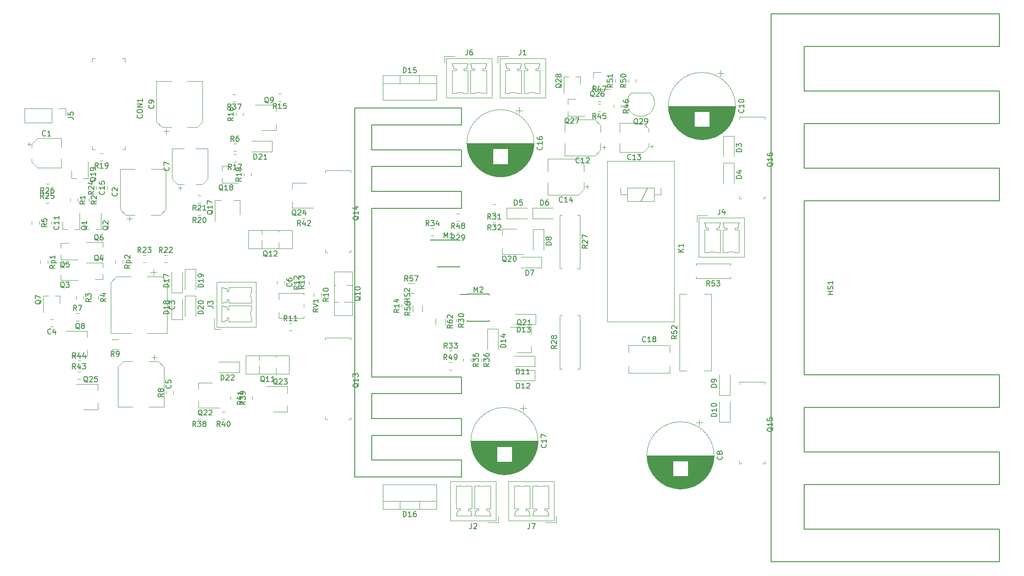
<source format=gbr>
G04 #@! TF.GenerationSoftware,KiCad,Pcbnew,(5.0.1)-4*
G04 #@! TF.CreationDate,2019-07-01T17:08:37-03:00*
G04 #@! TF.ProjectId,pcb_amplificador,7063625F616D706C6966696361646F72,rev?*
G04 #@! TF.SameCoordinates,Original*
G04 #@! TF.FileFunction,Legend,Top*
G04 #@! TF.FilePolarity,Positive*
%FSLAX46Y46*%
G04 Gerber Fmt 4.6, Leading zero omitted, Abs format (unit mm)*
G04 Created by KiCad (PCBNEW (5.0.1)-4) date 01/07/2019 17:08:37*
%MOMM*%
%LPD*%
G01*
G04 APERTURE LIST*
%ADD10C,0.120000*%
%ADD11C,0.150000*%
%ADD12C,0.100000*%
G04 APERTURE END LIST*
D10*
G04 #@! TO.C,Q9*
X79071000Y-61481000D02*
X79071000Y-62681000D01*
X75071000Y-61481000D02*
X79071000Y-61481000D01*
X79071000Y-66281000D02*
X76371000Y-66281000D01*
X79071000Y-65081000D02*
X79071000Y-66281000D01*
D11*
G04 #@! TO.C,HS2*
X97180200Y-77878800D02*
X97180200Y-73178800D01*
X97180200Y-120978800D02*
X97180200Y-116278800D01*
X97180200Y-113078800D02*
X97180200Y-81078800D01*
X97180200Y-69978800D02*
X97180200Y-65278800D01*
X97180200Y-128878800D02*
X97180200Y-124178800D01*
X114180200Y-65278800D02*
X114180200Y-62078800D01*
X114180200Y-73178800D02*
X114180200Y-69978800D01*
X114180200Y-81078800D02*
X114180200Y-77878800D01*
X114180200Y-116278800D02*
X114180200Y-113078800D01*
X114180200Y-124178800D02*
X114180200Y-120978800D01*
X114180200Y-132078800D02*
X114180200Y-128878800D01*
X97180200Y-124178800D02*
X114180200Y-124178800D01*
X97180200Y-120978800D02*
X114180200Y-120978800D01*
X97180200Y-73178800D02*
X114180200Y-73178800D01*
X97180200Y-69978800D02*
X114180200Y-69978800D01*
X97180200Y-77878800D02*
X114180200Y-77878800D01*
X97180200Y-116278800D02*
X114180200Y-116278800D01*
X97180200Y-81078800D02*
X114180200Y-81078800D01*
X97180200Y-113078800D02*
X114180200Y-113078800D01*
X97180200Y-65278800D02*
X114180200Y-65278800D01*
X93980200Y-62078800D02*
X114180200Y-62078800D01*
X97180200Y-128878800D02*
X114180200Y-128878800D01*
X93980200Y-132078800D02*
X114180200Y-132078800D01*
X93980200Y-132078800D02*
X93980200Y-62078800D01*
D10*
G04 #@! TO.C,R57*
X104082436Y-97176000D02*
X105286564Y-97176000D01*
X104082436Y-95356000D02*
X105286564Y-95356000D01*
G04 #@! TO.C,Q20*
X121955064Y-89798379D02*
X121955064Y-88598379D01*
X125955064Y-89798379D02*
X121955064Y-89798379D01*
X121955064Y-84998379D02*
X124655064Y-84998379D01*
X121955064Y-86198379D02*
X121955064Y-84998379D01*
G04 #@! TO.C,R30*
X113232000Y-102109748D02*
X113232000Y-102632252D01*
X111812000Y-102109748D02*
X111812000Y-102632252D01*
G04 #@! TO.C,D17*
X59298078Y-97080225D02*
X59298078Y-93180225D01*
X61298078Y-97080225D02*
X61298078Y-93180225D01*
X59298078Y-97080225D02*
X61298078Y-97080225D01*
G04 #@! TO.C,C12*
X141197750Y-69932250D02*
X141197750Y-69144750D01*
X141591500Y-69538500D02*
X140804000Y-69538500D01*
X140564000Y-65345437D02*
X139499563Y-64281000D01*
X140564000Y-70036563D02*
X139499563Y-71101000D01*
X140564000Y-70036563D02*
X140564000Y-68751000D01*
X140564000Y-65345437D02*
X140564000Y-66631000D01*
X139499563Y-64281000D02*
X133744000Y-64281000D01*
X139499563Y-71101000D02*
X133744000Y-71101000D01*
X133744000Y-71101000D02*
X133744000Y-68751000D01*
X133744000Y-64281000D02*
X133744000Y-66631000D01*
G04 #@! TO.C,C13*
X150251500Y-69688500D02*
X150251500Y-69063500D01*
X150564000Y-69376000D02*
X149939000Y-69376000D01*
X149699000Y-65995437D02*
X148634563Y-64931000D01*
X149699000Y-69386563D02*
X148634563Y-70451000D01*
X149699000Y-69386563D02*
X149699000Y-68751000D01*
X149699000Y-65995437D02*
X149699000Y-66631000D01*
X148634563Y-64931000D02*
X144179000Y-64931000D01*
X148634563Y-70451000D02*
X144179000Y-70451000D01*
X144179000Y-70451000D02*
X144179000Y-68751000D01*
X144179000Y-64931000D02*
X144179000Y-66631000D01*
G04 #@! TO.C,R18*
X74370000Y-74946252D02*
X74370000Y-74423748D01*
X72950000Y-74946252D02*
X72950000Y-74423748D01*
G04 #@! TO.C,Q5*
X38301783Y-87705507D02*
X38301783Y-88635507D01*
X38301783Y-90865507D02*
X38301783Y-89935507D01*
X38301783Y-90865507D02*
X41461783Y-90865507D01*
X38301783Y-87705507D02*
X39761783Y-87705507D01*
G04 #@! TO.C,C16*
X125784720Y-62546038D02*
X124534720Y-62546038D01*
X125159720Y-61921038D02*
X125159720Y-63171038D01*
X121901720Y-75099120D02*
X121267720Y-75099120D01*
X122341720Y-75059120D02*
X120827720Y-75059120D01*
X122612720Y-75019120D02*
X120556720Y-75019120D01*
X122825720Y-74979120D02*
X120343720Y-74979120D01*
X123006720Y-74939120D02*
X120162720Y-74939120D01*
X123167720Y-74899120D02*
X120001720Y-74899120D01*
X123312720Y-74859120D02*
X119856720Y-74859120D01*
X123445720Y-74819120D02*
X119723720Y-74819120D01*
X123568720Y-74779120D02*
X119600720Y-74779120D01*
X123684720Y-74739120D02*
X119484720Y-74739120D01*
X123793720Y-74699120D02*
X119375720Y-74699120D01*
X123896720Y-74659120D02*
X119272720Y-74659120D01*
X123994720Y-74619120D02*
X119174720Y-74619120D01*
X124088720Y-74579120D02*
X119080720Y-74579120D01*
X124178720Y-74539120D02*
X118990720Y-74539120D01*
X124265720Y-74499120D02*
X118903720Y-74499120D01*
X124348720Y-74459120D02*
X118820720Y-74459120D01*
X124428720Y-74419120D02*
X118740720Y-74419120D01*
X124505720Y-74379120D02*
X118663720Y-74379120D01*
X124580720Y-74339120D02*
X118588720Y-74339120D01*
X124653720Y-74299120D02*
X118515720Y-74299120D01*
X124724720Y-74259120D02*
X118444720Y-74259120D01*
X124792720Y-74219120D02*
X118376720Y-74219120D01*
X124859720Y-74179120D02*
X118309720Y-74179120D01*
X124923720Y-74139120D02*
X118245720Y-74139120D01*
X124986720Y-74099120D02*
X118182720Y-74099120D01*
X125048720Y-74059120D02*
X118120720Y-74059120D01*
X125108720Y-74019120D02*
X118060720Y-74019120D01*
X125167720Y-73979120D02*
X118001720Y-73979120D01*
X125224720Y-73939120D02*
X117944720Y-73939120D01*
X125280720Y-73899120D02*
X117888720Y-73899120D01*
X125334720Y-73859120D02*
X117834720Y-73859120D01*
X125388720Y-73819120D02*
X117780720Y-73819120D01*
X125440720Y-73779120D02*
X117728720Y-73779120D01*
X125491720Y-73739120D02*
X117677720Y-73739120D01*
X125541720Y-73699120D02*
X117627720Y-73699120D01*
X125591720Y-73659120D02*
X117577720Y-73659120D01*
X125639720Y-73619120D02*
X117529720Y-73619120D01*
X125686720Y-73579120D02*
X117482720Y-73579120D01*
X125732720Y-73539120D02*
X117436720Y-73539120D01*
X125778720Y-73499120D02*
X117390720Y-73499120D01*
X125822720Y-73459120D02*
X117346720Y-73459120D01*
X125866720Y-73419120D02*
X117302720Y-73419120D01*
X125909720Y-73379120D02*
X117259720Y-73379120D01*
X125951720Y-73339120D02*
X117217720Y-73339120D01*
X125992720Y-73299120D02*
X117176720Y-73299120D01*
X126033720Y-73259120D02*
X117135720Y-73259120D01*
X126073720Y-73219120D02*
X117095720Y-73219120D01*
X126112720Y-73179120D02*
X117056720Y-73179120D01*
X126151720Y-73139120D02*
X117017720Y-73139120D01*
X126189720Y-73099120D02*
X116979720Y-73099120D01*
X126226720Y-73059120D02*
X116942720Y-73059120D01*
X126262720Y-73019120D02*
X116906720Y-73019120D01*
X126298720Y-72979120D02*
X116870720Y-72979120D01*
X126334720Y-72939120D02*
X116834720Y-72939120D01*
X126369720Y-72899120D02*
X116799720Y-72899120D01*
X126403720Y-72859120D02*
X116765720Y-72859120D01*
X126436720Y-72819120D02*
X116732720Y-72819120D01*
X126469720Y-72779120D02*
X116699720Y-72779120D01*
X126502720Y-72739120D02*
X116666720Y-72739120D01*
X126534720Y-72699120D02*
X116634720Y-72699120D01*
X120144720Y-72659120D02*
X116602720Y-72659120D01*
X126566720Y-72659120D02*
X123024720Y-72659120D01*
X120144720Y-72619120D02*
X116572720Y-72619120D01*
X126596720Y-72619120D02*
X123024720Y-72619120D01*
X120144720Y-72579120D02*
X116541720Y-72579120D01*
X126627720Y-72579120D02*
X123024720Y-72579120D01*
X120144720Y-72539120D02*
X116511720Y-72539120D01*
X126657720Y-72539120D02*
X123024720Y-72539120D01*
X120144720Y-72499120D02*
X116482720Y-72499120D01*
X126686720Y-72499120D02*
X123024720Y-72499120D01*
X120144720Y-72459120D02*
X116453720Y-72459120D01*
X126715720Y-72459120D02*
X123024720Y-72459120D01*
X120144720Y-72419120D02*
X116424720Y-72419120D01*
X126744720Y-72419120D02*
X123024720Y-72419120D01*
X120144720Y-72379120D02*
X116396720Y-72379120D01*
X126772720Y-72379120D02*
X123024720Y-72379120D01*
X120144720Y-72339120D02*
X116368720Y-72339120D01*
X126800720Y-72339120D02*
X123024720Y-72339120D01*
X120144720Y-72299120D02*
X116341720Y-72299120D01*
X126827720Y-72299120D02*
X123024720Y-72299120D01*
X120144720Y-72259120D02*
X116314720Y-72259120D01*
X126854720Y-72259120D02*
X123024720Y-72259120D01*
X120144720Y-72219120D02*
X116288720Y-72219120D01*
X126880720Y-72219120D02*
X123024720Y-72219120D01*
X120144720Y-72179120D02*
X116262720Y-72179120D01*
X126906720Y-72179120D02*
X123024720Y-72179120D01*
X120144720Y-72139120D02*
X116237720Y-72139120D01*
X126931720Y-72139120D02*
X123024720Y-72139120D01*
X120144720Y-72099120D02*
X116212720Y-72099120D01*
X126956720Y-72099120D02*
X123024720Y-72099120D01*
X120144720Y-72059120D02*
X116187720Y-72059120D01*
X126981720Y-72059120D02*
X123024720Y-72059120D01*
X120144720Y-72019120D02*
X116163720Y-72019120D01*
X127005720Y-72019120D02*
X123024720Y-72019120D01*
X120144720Y-71979120D02*
X116139720Y-71979120D01*
X127029720Y-71979120D02*
X123024720Y-71979120D01*
X120144720Y-71939120D02*
X116116720Y-71939120D01*
X127052720Y-71939120D02*
X123024720Y-71939120D01*
X120144720Y-71899120D02*
X116093720Y-71899120D01*
X127075720Y-71899120D02*
X123024720Y-71899120D01*
X120144720Y-71859120D02*
X116070720Y-71859120D01*
X127098720Y-71859120D02*
X123024720Y-71859120D01*
X120144720Y-71819120D02*
X116048720Y-71819120D01*
X127120720Y-71819120D02*
X123024720Y-71819120D01*
X120144720Y-71779120D02*
X116026720Y-71779120D01*
X127142720Y-71779120D02*
X123024720Y-71779120D01*
X120144720Y-71739120D02*
X116004720Y-71739120D01*
X127164720Y-71739120D02*
X123024720Y-71739120D01*
X120144720Y-71699120D02*
X115983720Y-71699120D01*
X127185720Y-71699120D02*
X123024720Y-71699120D01*
X120144720Y-71659120D02*
X115962720Y-71659120D01*
X127206720Y-71659120D02*
X123024720Y-71659120D01*
X120144720Y-71619120D02*
X115942720Y-71619120D01*
X127226720Y-71619120D02*
X123024720Y-71619120D01*
X120144720Y-71579120D02*
X115922720Y-71579120D01*
X127246720Y-71579120D02*
X123024720Y-71579120D01*
X120144720Y-71539120D02*
X115902720Y-71539120D01*
X127266720Y-71539120D02*
X123024720Y-71539120D01*
X120144720Y-71499120D02*
X115882720Y-71499120D01*
X127286720Y-71499120D02*
X123024720Y-71499120D01*
X120144720Y-71459120D02*
X115863720Y-71459120D01*
X127305720Y-71459120D02*
X123024720Y-71459120D01*
X120144720Y-71419120D02*
X115845720Y-71419120D01*
X127323720Y-71419120D02*
X123024720Y-71419120D01*
X120144720Y-71379120D02*
X115826720Y-71379120D01*
X127342720Y-71379120D02*
X123024720Y-71379120D01*
X120144720Y-71339120D02*
X115808720Y-71339120D01*
X127360720Y-71339120D02*
X123024720Y-71339120D01*
X120144720Y-71299120D02*
X115791720Y-71299120D01*
X127377720Y-71299120D02*
X123024720Y-71299120D01*
X120144720Y-71259120D02*
X115773720Y-71259120D01*
X127395720Y-71259120D02*
X123024720Y-71259120D01*
X120144720Y-71219120D02*
X115756720Y-71219120D01*
X127412720Y-71219120D02*
X123024720Y-71219120D01*
X120144720Y-71179120D02*
X115739720Y-71179120D01*
X127429720Y-71179120D02*
X123024720Y-71179120D01*
X120144720Y-71139120D02*
X115723720Y-71139120D01*
X127445720Y-71139120D02*
X123024720Y-71139120D01*
X120144720Y-71099120D02*
X115707720Y-71099120D01*
X127461720Y-71099120D02*
X123024720Y-71099120D01*
X120144720Y-71059120D02*
X115691720Y-71059120D01*
X127477720Y-71059120D02*
X123024720Y-71059120D01*
X120144720Y-71019120D02*
X115676720Y-71019120D01*
X127492720Y-71019120D02*
X123024720Y-71019120D01*
X120144720Y-70979120D02*
X115660720Y-70979120D01*
X127508720Y-70979120D02*
X123024720Y-70979120D01*
X120144720Y-70939120D02*
X115645720Y-70939120D01*
X127523720Y-70939120D02*
X123024720Y-70939120D01*
X120144720Y-70899120D02*
X115631720Y-70899120D01*
X127537720Y-70899120D02*
X123024720Y-70899120D01*
X120144720Y-70859120D02*
X115617720Y-70859120D01*
X127551720Y-70859120D02*
X123024720Y-70859120D01*
X120144720Y-70819120D02*
X115603720Y-70819120D01*
X127565720Y-70819120D02*
X123024720Y-70819120D01*
X120144720Y-70779120D02*
X115589720Y-70779120D01*
X127579720Y-70779120D02*
X123024720Y-70779120D01*
X120144720Y-70739120D02*
X115576720Y-70739120D01*
X127592720Y-70739120D02*
X123024720Y-70739120D01*
X120144720Y-70699120D02*
X115563720Y-70699120D01*
X127605720Y-70699120D02*
X123024720Y-70699120D01*
X120144720Y-70659120D02*
X115550720Y-70659120D01*
X127618720Y-70659120D02*
X123024720Y-70659120D01*
X120144720Y-70619120D02*
X115537720Y-70619120D01*
X127631720Y-70619120D02*
X123024720Y-70619120D01*
X120144720Y-70579120D02*
X115525720Y-70579120D01*
X127643720Y-70579120D02*
X123024720Y-70579120D01*
X120144720Y-70539120D02*
X115513720Y-70539120D01*
X127655720Y-70539120D02*
X123024720Y-70539120D01*
X120144720Y-70499120D02*
X115501720Y-70499120D01*
X127667720Y-70499120D02*
X123024720Y-70499120D01*
X120144720Y-70459120D02*
X115490720Y-70459120D01*
X127678720Y-70459120D02*
X123024720Y-70459120D01*
X120144720Y-70419120D02*
X115479720Y-70419120D01*
X127689720Y-70419120D02*
X123024720Y-70419120D01*
X120144720Y-70379120D02*
X115468720Y-70379120D01*
X127700720Y-70379120D02*
X123024720Y-70379120D01*
X120144720Y-70339120D02*
X115458720Y-70339120D01*
X127710720Y-70339120D02*
X123024720Y-70339120D01*
X120144720Y-70299120D02*
X115447720Y-70299120D01*
X127721720Y-70299120D02*
X123024720Y-70299120D01*
X120144720Y-70259120D02*
X115438720Y-70259120D01*
X127730720Y-70259120D02*
X123024720Y-70259120D01*
X120144720Y-70219120D02*
X115428720Y-70219120D01*
X127740720Y-70219120D02*
X123024720Y-70219120D01*
X120144720Y-70179120D02*
X115418720Y-70179120D01*
X127750720Y-70179120D02*
X123024720Y-70179120D01*
X120144720Y-70139120D02*
X115409720Y-70139120D01*
X127759720Y-70139120D02*
X123024720Y-70139120D01*
X120144720Y-70099120D02*
X115400720Y-70099120D01*
X127768720Y-70099120D02*
X123024720Y-70099120D01*
X120144720Y-70059120D02*
X115392720Y-70059120D01*
X127776720Y-70059120D02*
X123024720Y-70059120D01*
X120144720Y-70019120D02*
X115383720Y-70019120D01*
X127785720Y-70019120D02*
X123024720Y-70019120D01*
X120144720Y-69979120D02*
X115375720Y-69979120D01*
X127793720Y-69979120D02*
X123024720Y-69979120D01*
X120144720Y-69939120D02*
X115368720Y-69939120D01*
X127800720Y-69939120D02*
X123024720Y-69939120D01*
X120144720Y-69899120D02*
X115360720Y-69899120D01*
X127808720Y-69899120D02*
X123024720Y-69899120D01*
X120144720Y-69859120D02*
X115353720Y-69859120D01*
X127815720Y-69859120D02*
X123024720Y-69859120D01*
X120144720Y-69819120D02*
X115346720Y-69819120D01*
X127822720Y-69819120D02*
X123024720Y-69819120D01*
X127829720Y-69779120D02*
X115339720Y-69779120D01*
X127836720Y-69739120D02*
X115332720Y-69739120D01*
X127842720Y-69699120D02*
X115326720Y-69699120D01*
X127848720Y-69659120D02*
X115320720Y-69659120D01*
X127853720Y-69619120D02*
X115315720Y-69619120D01*
X127859720Y-69579120D02*
X115309720Y-69579120D01*
X127864720Y-69539120D02*
X115304720Y-69539120D01*
X127869720Y-69499120D02*
X115299720Y-69499120D01*
X127874720Y-69459120D02*
X115294720Y-69459120D01*
X127878720Y-69418120D02*
X115290720Y-69418120D01*
X127882720Y-69378120D02*
X115286720Y-69378120D01*
X127886720Y-69338120D02*
X115282720Y-69338120D01*
X127890720Y-69298120D02*
X115278720Y-69298120D01*
X127893720Y-69258120D02*
X115275720Y-69258120D01*
X127896720Y-69218120D02*
X115272720Y-69218120D01*
X127899720Y-69178120D02*
X115269720Y-69178120D01*
X127902720Y-69138120D02*
X115266720Y-69138120D01*
X127904720Y-69098120D02*
X115264720Y-69098120D01*
X127906720Y-69058120D02*
X115262720Y-69058120D01*
X127908720Y-69018120D02*
X115260720Y-69018120D01*
X127910720Y-68978120D02*
X115258720Y-68978120D01*
X127911720Y-68938120D02*
X115257720Y-68938120D01*
X127912720Y-68898120D02*
X115256720Y-68898120D01*
X127913720Y-68858120D02*
X115255720Y-68858120D01*
X127914720Y-68818120D02*
X115254720Y-68818120D01*
X127914720Y-68778120D02*
X115254720Y-68778120D01*
X127914720Y-68738120D02*
X115254720Y-68738120D01*
X127954720Y-68738120D02*
G75*
G03X127954720Y-68738120I-6370000J0D01*
G01*
G04 #@! TO.C,J1*
X121088360Y-52250000D02*
X123088360Y-52250000D01*
X121088360Y-53500000D02*
X121088360Y-52250000D01*
X129038360Y-59250000D02*
X128288360Y-59250000D01*
X129038360Y-54950000D02*
X129038360Y-59250000D01*
X128288360Y-54950000D02*
X129038360Y-54950000D01*
X128288360Y-54600000D02*
X128288360Y-54950000D01*
X128788360Y-54600000D02*
X128288360Y-54600000D01*
X129038360Y-53600000D02*
X128788360Y-54600000D01*
X126038360Y-53600000D02*
X129038360Y-53600000D01*
X126288360Y-54600000D02*
X126038360Y-53600000D01*
X126788360Y-54600000D02*
X126288360Y-54600000D01*
X126788360Y-54950000D02*
X126788360Y-54600000D01*
X126038360Y-54950000D02*
X126788360Y-54950000D01*
X126038360Y-59250000D02*
X126038360Y-54950000D01*
X126788360Y-59250000D02*
X126038360Y-59250000D01*
X125538360Y-59250000D02*
X124788360Y-59250000D01*
X125538360Y-54950000D02*
X125538360Y-59250000D01*
X124788360Y-54950000D02*
X125538360Y-54950000D01*
X124788360Y-54600000D02*
X124788360Y-54950000D01*
X125288360Y-54600000D02*
X124788360Y-54600000D01*
X125538360Y-53600000D02*
X125288360Y-54600000D01*
X122538360Y-53600000D02*
X125538360Y-53600000D01*
X122788360Y-54600000D02*
X122538360Y-53600000D01*
X123288360Y-54600000D02*
X122788360Y-54600000D01*
X123288360Y-54950000D02*
X123288360Y-54600000D01*
X122538360Y-54950000D02*
X123288360Y-54950000D01*
X122538360Y-59250000D02*
X122538360Y-54950000D01*
X123288360Y-59250000D02*
X122538360Y-59250000D01*
X130098360Y-52640000D02*
X121478360Y-52640000D01*
X130098360Y-60110000D02*
X130098360Y-52640000D01*
X121478360Y-60110000D02*
X130098360Y-60110000D01*
X121478360Y-52640000D02*
X121478360Y-60110000D01*
X128288007Y-59249845D02*
G75*
G03X126788360Y-59250000I-749647J-1700155D01*
G01*
X124788007Y-59249845D02*
G75*
G03X123288360Y-59250000I-749647J-1700155D01*
G01*
G04 #@! TO.C,C7*
X60496750Y-77201750D02*
X61284250Y-77201750D01*
X60890500Y-77595500D02*
X60890500Y-76808000D01*
X65083563Y-76568000D02*
X66148000Y-75503563D01*
X60392437Y-76568000D02*
X59328000Y-75503563D01*
X60392437Y-76568000D02*
X61678000Y-76568000D01*
X65083563Y-76568000D02*
X63798000Y-76568000D01*
X66148000Y-75503563D02*
X66148000Y-69748000D01*
X59328000Y-75503563D02*
X59328000Y-69748000D01*
X59328000Y-69748000D02*
X61678000Y-69748000D01*
X66148000Y-69748000D02*
X63798000Y-69748000D01*
G04 #@! TO.C,Q29*
X146370522Y-59228202D02*
G75*
G03X148209000Y-63666680I1838478J-1838478D01*
G01*
X150047478Y-59228202D02*
G75*
G02X148209000Y-63666680I-1838478J-1838478D01*
G01*
X150009000Y-59216680D02*
X146409000Y-59216680D01*
G04 #@! TO.C,C14*
X138043990Y-77379530D02*
X138043990Y-76592030D01*
X138437740Y-76985780D02*
X137650240Y-76985780D01*
X137410240Y-72792717D02*
X136345803Y-71728280D01*
X137410240Y-77483843D02*
X136345803Y-78548280D01*
X137410240Y-77483843D02*
X137410240Y-76198280D01*
X137410240Y-72792717D02*
X137410240Y-74078280D01*
X136345803Y-71728280D02*
X130590240Y-71728280D01*
X136345803Y-78548280D02*
X130590240Y-78548280D01*
X130590240Y-78548280D02*
X130590240Y-76198280D01*
X130590240Y-71728280D02*
X130590240Y-74078280D01*
G04 #@! TO.C,R15*
X80026252Y-60781000D02*
X79503748Y-60781000D01*
X80026252Y-59361000D02*
X79503748Y-59361000D01*
G04 #@! TO.C,R37*
X71390252Y-59488000D02*
X70867748Y-59488000D01*
X71390252Y-60908000D02*
X70867748Y-60908000D01*
G04 #@! TO.C,R12*
X85332640Y-95479612D02*
X85332640Y-94957108D01*
X83912640Y-95479612D02*
X83912640Y-94957108D01*
D11*
G04 #@! TO.C,M2*
X115338000Y-97403680D02*
X113938000Y-97403680D01*
X115338000Y-102503680D02*
X119488000Y-102503680D01*
X115338000Y-97353680D02*
X119488000Y-97353680D01*
X115338000Y-102503680D02*
X115338000Y-102358680D01*
X119488000Y-102503680D02*
X119488000Y-102358680D01*
X119488000Y-97353680D02*
X119488000Y-97498680D01*
X115338000Y-97353680D02*
X115338000Y-97403680D01*
D10*
G04 #@! TO.C,D8*
X129778000Y-85055962D02*
X129778000Y-88955962D01*
X127778000Y-85055962D02*
X127778000Y-88955962D01*
X129778000Y-85055962D02*
X127778000Y-85055962D01*
D11*
G04 #@! TO.C,HS1*
X179122000Y-112689800D02*
X179122000Y-79689800D01*
X179122000Y-58839800D02*
X179122000Y-50389800D01*
X179122000Y-73489800D02*
X179122000Y-65039800D01*
X179122000Y-127339800D02*
X179122000Y-118889800D01*
X179122000Y-141989800D02*
X179122000Y-133539800D01*
X216122000Y-50389800D02*
X216122000Y-44189800D01*
X216122000Y-65039800D02*
X216122000Y-58839800D01*
X216122000Y-79689800D02*
X216122000Y-73489800D01*
X216122000Y-112689800D02*
X216122000Y-118889800D01*
X216122000Y-133539800D02*
X216122000Y-127339800D01*
X216122000Y-148189800D02*
X216122000Y-141989800D01*
X179122000Y-133539800D02*
X216122000Y-133539800D01*
X179122000Y-127339800D02*
X216122000Y-127339800D01*
X179122000Y-65039800D02*
X216122000Y-65039800D01*
X179122000Y-58839800D02*
X216122000Y-58839800D01*
X179122000Y-73489800D02*
X216122000Y-73489800D01*
X179122000Y-118889800D02*
X216122000Y-118889800D01*
X179122000Y-79689800D02*
X216122000Y-79689800D01*
X179122000Y-112689800D02*
X216122000Y-112689800D01*
X179122000Y-50389800D02*
X216122000Y-50389800D01*
X179122000Y-44189800D02*
X216122000Y-44189800D01*
X179122000Y-141989800D02*
X216122000Y-141989800D01*
X179122000Y-148189800D02*
X216122000Y-148189800D01*
X172922000Y-44189800D02*
X179122000Y-44189800D01*
X172922000Y-148189800D02*
X179122000Y-148189800D01*
X172922000Y-148189800D02*
X172922000Y-44189800D01*
D10*
G04 #@! TO.C,K1*
X141838680Y-72120760D02*
X154538680Y-72120760D01*
X141838680Y-102600760D02*
X141838680Y-72120760D01*
X154538680Y-102600760D02*
X141838680Y-102600760D01*
X154538680Y-72120760D02*
X154538680Y-102600760D01*
X150728680Y-77200760D02*
X150728680Y-78470760D01*
X145648680Y-77200760D02*
X150728680Y-77200760D01*
X145648680Y-79740760D02*
X145648680Y-77200760D01*
X150728680Y-79740760D02*
X145648680Y-79740760D01*
X150728680Y-78470760D02*
X150728680Y-79740760D01*
X151998680Y-78470760D02*
X150728680Y-78470760D01*
X151998680Y-77200760D02*
X151998680Y-78470760D01*
X144378680Y-78470760D02*
X144378680Y-77200760D01*
X145648680Y-78470760D02*
X144378680Y-78470760D01*
X149458680Y-77200760D02*
X148188680Y-79740760D01*
G04 #@! TO.C,R28*
X136641600Y-101422040D02*
X136161600Y-101422040D01*
X136641600Y-111562040D02*
X136641600Y-101422040D01*
X136161600Y-111562040D02*
X136641600Y-111562040D01*
X132801600Y-101422040D02*
X133281600Y-101422040D01*
X132801600Y-111562040D02*
X132801600Y-101422040D01*
X133281600Y-111562040D02*
X132801600Y-111562040D01*
G04 #@! TO.C,R27*
X132801600Y-92512040D02*
X133281600Y-92512040D01*
X132801600Y-82372040D02*
X132801600Y-92512040D01*
X133281600Y-82372040D02*
X132801600Y-82372040D01*
X136641600Y-92512040D02*
X136161600Y-92512040D01*
X136641600Y-82372040D02*
X136641600Y-92512040D01*
X136161600Y-82372040D02*
X136641600Y-82372040D01*
G04 #@! TO.C,Q12*
X76377000Y-86074000D02*
X76377000Y-85244000D01*
X76377000Y-88734000D02*
X76377000Y-87154000D01*
X79578000Y-85564000D02*
X79578000Y-85244000D01*
X79578000Y-88734000D02*
X79578000Y-87664000D01*
X73858000Y-88734000D02*
X73858000Y-85244000D01*
X82098000Y-88734000D02*
X82098000Y-85244000D01*
X82098000Y-85244000D02*
X73858000Y-85244000D01*
X82098000Y-88734000D02*
X73858000Y-88734000D01*
G04 #@! TO.C,C2*
X50838000Y-83078000D02*
X51838000Y-83078000D01*
X51338000Y-83578000D02*
X51338000Y-82578000D01*
X57143563Y-82338000D02*
X58208000Y-81273563D01*
X50552437Y-82338000D02*
X49488000Y-81273563D01*
X50552437Y-82338000D02*
X52338000Y-82338000D01*
X57143563Y-82338000D02*
X55358000Y-82338000D01*
X58208000Y-81273563D02*
X58208000Y-73618000D01*
X49488000Y-81273563D02*
X49488000Y-73618000D01*
X49488000Y-73618000D02*
X52338000Y-73618000D01*
X58208000Y-73618000D02*
X55358000Y-73618000D01*
D11*
G04 #@! TO.C,M1*
X109685000Y-87137000D02*
X108285000Y-87137000D01*
X109685000Y-92237000D02*
X113835000Y-92237000D01*
X109685000Y-87087000D02*
X113835000Y-87087000D01*
X109685000Y-92237000D02*
X109685000Y-92092000D01*
X113835000Y-92237000D02*
X113835000Y-92092000D01*
X113835000Y-87087000D02*
X113835000Y-87232000D01*
X109685000Y-87087000D02*
X109685000Y-87137000D01*
D10*
G04 #@! TO.C,R34*
X108450748Y-86308000D02*
X108973252Y-86308000D01*
X108450748Y-84888000D02*
X108973252Y-84888000D01*
G04 #@! TO.C,D9*
X163084000Y-116550000D02*
X163084000Y-112650000D01*
X165084000Y-116550000D02*
X165084000Y-112650000D01*
X163084000Y-116550000D02*
X165084000Y-116550000D01*
G04 #@! TO.C,R6*
X70999377Y-70272579D02*
X71521881Y-70272579D01*
X70999377Y-68852579D02*
X71521881Y-68852579D01*
G04 #@! TO.C,C5*
X56441440Y-109362560D02*
X55441440Y-109362560D01*
X55941440Y-108862560D02*
X55941440Y-109862560D01*
X50135877Y-110102560D02*
X49071440Y-111166997D01*
X56727003Y-110102560D02*
X57791440Y-111166997D01*
X56727003Y-110102560D02*
X54941440Y-110102560D01*
X50135877Y-110102560D02*
X51921440Y-110102560D01*
X49071440Y-111166997D02*
X49071440Y-118822560D01*
X57791440Y-111166997D02*
X57791440Y-118822560D01*
X57791440Y-118822560D02*
X54941440Y-118822560D01*
X49071440Y-118822560D02*
X51921440Y-118822560D01*
G04 #@! TO.C,Q10*
X90900000Y-98883000D02*
X90070000Y-98883000D01*
X93560000Y-98883000D02*
X91980000Y-98883000D01*
X90390000Y-95682000D02*
X90070000Y-95682000D01*
X93560000Y-95682000D02*
X92490000Y-95682000D01*
X93560000Y-101402000D02*
X90070000Y-101402000D01*
X93560000Y-93162000D02*
X90070000Y-93162000D01*
X90070000Y-93162000D02*
X90070000Y-101402000D01*
X93560000Y-93162000D02*
X93560000Y-101402000D01*
G04 #@! TO.C,R14*
X104296280Y-99859732D02*
X104296280Y-99337228D01*
X102876280Y-99859732D02*
X102876280Y-99337228D01*
G04 #@! TO.C,J2*
X121146360Y-140750000D02*
X119146360Y-140750000D01*
X121146360Y-139500000D02*
X121146360Y-140750000D01*
X113196360Y-133750000D02*
X113946360Y-133750000D01*
X113196360Y-138050000D02*
X113196360Y-133750000D01*
X113946360Y-138050000D02*
X113196360Y-138050000D01*
X113946360Y-138400000D02*
X113946360Y-138050000D01*
X113446360Y-138400000D02*
X113946360Y-138400000D01*
X113196360Y-139400000D02*
X113446360Y-138400000D01*
X116196360Y-139400000D02*
X113196360Y-139400000D01*
X115946360Y-138400000D02*
X116196360Y-139400000D01*
X115446360Y-138400000D02*
X115946360Y-138400000D01*
X115446360Y-138050000D02*
X115446360Y-138400000D01*
X116196360Y-138050000D02*
X115446360Y-138050000D01*
X116196360Y-133750000D02*
X116196360Y-138050000D01*
X115446360Y-133750000D02*
X116196360Y-133750000D01*
X116696360Y-133750000D02*
X117446360Y-133750000D01*
X116696360Y-138050000D02*
X116696360Y-133750000D01*
X117446360Y-138050000D02*
X116696360Y-138050000D01*
X117446360Y-138400000D02*
X117446360Y-138050000D01*
X116946360Y-138400000D02*
X117446360Y-138400000D01*
X116696360Y-139400000D02*
X116946360Y-138400000D01*
X119696360Y-139400000D02*
X116696360Y-139400000D01*
X119446360Y-138400000D02*
X119696360Y-139400000D01*
X118946360Y-138400000D02*
X119446360Y-138400000D01*
X118946360Y-138050000D02*
X118946360Y-138400000D01*
X119696360Y-138050000D02*
X118946360Y-138050000D01*
X119696360Y-133750000D02*
X119696360Y-138050000D01*
X118946360Y-133750000D02*
X119696360Y-133750000D01*
X112136360Y-140360000D02*
X120756360Y-140360000D01*
X112136360Y-132890000D02*
X112136360Y-140360000D01*
X120756360Y-132890000D02*
X112136360Y-132890000D01*
X120756360Y-140360000D02*
X120756360Y-132890000D01*
X113946713Y-133750155D02*
G75*
G03X115446360Y-133750000I749647J1700155D01*
G01*
X117446713Y-133750155D02*
G75*
G03X118946360Y-133750000I749647J1700155D01*
G01*
G04 #@! TO.C,R25*
X35962332Y-76427260D02*
X35439828Y-76427260D01*
X35962332Y-77847260D02*
X35439828Y-77847260D01*
D12*
G04 #@! TO.C,CON1*
X50420703Y-69897487D02*
X49945703Y-69897487D01*
X50420703Y-69347487D02*
X50420703Y-69897487D01*
X44170703Y-69897487D02*
X44170703Y-69222487D01*
X44770703Y-69897487D02*
X44170703Y-69897487D01*
X50420703Y-52647487D02*
X49845703Y-52647487D01*
X50420703Y-53422487D02*
X50420703Y-52647487D01*
X44170703Y-52647487D02*
X44170703Y-53372487D01*
X44770703Y-52647487D02*
X44170703Y-52647487D01*
D10*
G04 #@! TO.C,C3*
X56471000Y-93225000D02*
X55221000Y-93225000D01*
X55846000Y-92600000D02*
X55846000Y-93850000D01*
X48790437Y-94090000D02*
X47726000Y-95154437D01*
X57381563Y-94090000D02*
X58446000Y-95154437D01*
X57381563Y-94090000D02*
X54596000Y-94090000D01*
X48790437Y-94090000D02*
X51576000Y-94090000D01*
X47726000Y-95154437D02*
X47726000Y-104810000D01*
X58446000Y-95154437D02*
X58446000Y-104810000D01*
X58446000Y-104810000D02*
X54596000Y-104810000D01*
X47726000Y-104810000D02*
X51576000Y-104810000D01*
G04 #@! TO.C,R44*
X41462168Y-111436220D02*
X41984672Y-111436220D01*
X41462168Y-110016220D02*
X41984672Y-110016220D01*
G04 #@! TO.C,R22*
X57895748Y-91388000D02*
X58418252Y-91388000D01*
X57895748Y-89968000D02*
X58418252Y-89968000D01*
G04 #@! TO.C,D3*
X165846000Y-67346000D02*
X165846000Y-71246000D01*
X163846000Y-67346000D02*
X163846000Y-71246000D01*
X165846000Y-67346000D02*
X163846000Y-67346000D01*
D12*
G04 #@! TO.C,Q16*
X166904000Y-63752700D02*
X166904000Y-64152700D01*
X171704000Y-63752700D02*
X166904000Y-63752700D01*
X171704000Y-64152700D02*
X171704000Y-63752700D01*
X171704000Y-78852700D02*
X171704000Y-79252700D01*
X166904000Y-79252700D02*
X167304000Y-79252700D01*
X166904000Y-78752700D02*
X166904000Y-79252700D01*
X171304000Y-79252700D02*
X171704000Y-79252700D01*
D10*
G04 #@! TO.C,R29*
X113799252Y-84318611D02*
X113276748Y-84318611D01*
X113799252Y-85738611D02*
X113276748Y-85738611D01*
D12*
G04 #@! TO.C,Q15*
X166904000Y-114032000D02*
X166904000Y-114432000D01*
X171704000Y-114032000D02*
X166904000Y-114032000D01*
X171704000Y-114432000D02*
X171704000Y-114032000D01*
X171704000Y-129132000D02*
X171704000Y-129532000D01*
X166904000Y-129532000D02*
X167304000Y-129532000D01*
X166904000Y-129032000D02*
X166904000Y-129532000D01*
X171304000Y-129532000D02*
X171704000Y-129532000D01*
D10*
G04 #@! TO.C,RV1*
X84345960Y-101945620D02*
X79605960Y-101945620D01*
X84345960Y-97205620D02*
X79605960Y-97205620D01*
X79605960Y-100815620D02*
X79605960Y-101945620D01*
X79605960Y-97205620D02*
X79605960Y-98335620D01*
X84345960Y-99316620D02*
X84345960Y-99835620D01*
X84345960Y-97205620D02*
X84345960Y-97536620D01*
X84345960Y-101615620D02*
X84345960Y-101945620D01*
G04 #@! TO.C,R50*
X147268000Y-57161825D02*
X147268000Y-56639321D01*
X145848000Y-57161825D02*
X145848000Y-56639321D01*
G04 #@! TO.C,R43*
X41462168Y-113493620D02*
X41984672Y-113493620D01*
X41462168Y-112073620D02*
X41984672Y-112073620D01*
G04 #@! TO.C,R17*
X71521881Y-70884579D02*
X70999377Y-70884579D01*
X71521881Y-72304579D02*
X70999377Y-72304579D01*
G04 #@! TO.C,Rp2*
X48591400Y-90959148D02*
X48591400Y-91481652D01*
X50011400Y-90959148D02*
X50011400Y-91481652D01*
G04 #@! TO.C,Rp1*
X35792480Y-91017568D02*
X35792480Y-91540072D01*
X34372480Y-91017568D02*
X34372480Y-91540072D01*
G04 #@! TO.C,R51*
X144757165Y-57161825D02*
X144757165Y-56639321D01*
X143337165Y-57161825D02*
X143337165Y-56639321D01*
G04 #@! TO.C,R49*
X111839732Y-111727695D02*
X112362236Y-111727695D01*
X111839732Y-110307695D02*
X112362236Y-110307695D01*
G04 #@! TO.C,R47*
X140052243Y-60794719D02*
X140574747Y-60794719D01*
X140052243Y-59374719D02*
X140574747Y-59374719D01*
G04 #@! TO.C,R46*
X143054000Y-61469748D02*
X143054000Y-61992252D01*
X144474000Y-61469748D02*
X144474000Y-61992252D01*
G04 #@! TO.C,R45*
X140574747Y-61279719D02*
X140052243Y-61279719D01*
X140574747Y-62699719D02*
X140052243Y-62699719D01*
G04 #@! TO.C,R42*
X84598252Y-81596160D02*
X84075748Y-81596160D01*
X84598252Y-83016160D02*
X84075748Y-83016160D01*
G04 #@! TO.C,R41*
X74624000Y-117355252D02*
X74624000Y-116832748D01*
X73204000Y-117355252D02*
X73204000Y-116832748D01*
G04 #@! TO.C,R40*
X69358252Y-119686000D02*
X68835748Y-119686000D01*
X69358252Y-121106000D02*
X68835748Y-121106000D01*
G04 #@! TO.C,R39*
X70410000Y-116832748D02*
X70410000Y-117355252D01*
X71830000Y-116832748D02*
X71830000Y-117355252D01*
G04 #@! TO.C,R38*
X64768252Y-119686000D02*
X64245748Y-119686000D01*
X64768252Y-121106000D02*
X64245748Y-121106000D01*
G04 #@! TO.C,R36*
X118044220Y-109636250D02*
X118044220Y-110158754D01*
X116624220Y-109636250D02*
X116624220Y-110158754D01*
G04 #@! TO.C,R35*
X116012220Y-109636250D02*
X116012220Y-110158754D01*
X114592220Y-109636250D02*
X114592220Y-110158754D01*
G04 #@! TO.C,R33*
X111906932Y-109543295D02*
X112429436Y-109543295D01*
X111906932Y-108123295D02*
X112429436Y-108123295D01*
G04 #@! TO.C,R32*
X120673260Y-82389722D02*
X120150756Y-82389722D01*
X120673260Y-83809722D02*
X120150756Y-83809722D01*
G04 #@! TO.C,R31*
X120657252Y-80331240D02*
X120134748Y-80331240D01*
X120657252Y-81751240D02*
X120134748Y-81751240D01*
G04 #@! TO.C,R26*
X35439828Y-80095160D02*
X35962332Y-80095160D01*
X35439828Y-78675160D02*
X35962332Y-78675160D01*
G04 #@! TO.C,R24*
X46430000Y-77477252D02*
X46430000Y-76954748D01*
X45010000Y-77477252D02*
X45010000Y-76954748D01*
G04 #@! TO.C,R23*
X53840748Y-91388000D02*
X54363252Y-91388000D01*
X53840748Y-89968000D02*
X54363252Y-89968000D01*
G04 #@! TO.C,R20*
X64786252Y-80992876D02*
X64263748Y-80992876D01*
X64786252Y-82412876D02*
X64263748Y-82412876D01*
G04 #@! TO.C,R19*
X46244252Y-70664000D02*
X45721748Y-70664000D01*
X46244252Y-72084000D02*
X45721748Y-72084000D01*
G04 #@! TO.C,R16*
X71426000Y-63507252D02*
X71426000Y-62984748D01*
X72846000Y-63507252D02*
X72846000Y-62984748D01*
G04 #@! TO.C,R13*
X81582053Y-94863041D02*
X81582053Y-95385545D01*
X83002053Y-94863041D02*
X83002053Y-95385545D01*
G04 #@! TO.C,R11*
X81526748Y-104342000D02*
X82049252Y-104342000D01*
X81526748Y-102922000D02*
X82049252Y-102922000D01*
G04 #@! TO.C,R10*
X86168160Y-97243108D02*
X86168160Y-97765612D01*
X87588160Y-97243108D02*
X87588160Y-97765612D01*
G04 #@! TO.C,R8*
X59638000Y-116339252D02*
X59638000Y-115816748D01*
X58218000Y-116339252D02*
X58218000Y-115816748D01*
G04 #@! TO.C,R7*
X41176308Y-102398900D02*
X41698812Y-102398900D01*
X41176308Y-100978900D02*
X41698812Y-100978900D01*
G04 #@! TO.C,R5*
X32792600Y-83593148D02*
X32792600Y-84115652D01*
X34212600Y-83593148D02*
X34212600Y-84115652D01*
G04 #@! TO.C,R4*
X43994000Y-97744648D02*
X43994000Y-98267152D01*
X45414000Y-97744648D02*
X45414000Y-98267152D01*
G04 #@! TO.C,R3*
X41200000Y-97791748D02*
X41200000Y-98314252D01*
X42620000Y-97791748D02*
X42620000Y-98314252D01*
G04 #@! TO.C,R2*
X42216000Y-79240748D02*
X42216000Y-79763252D01*
X43636000Y-79240748D02*
X43636000Y-79763252D01*
G04 #@! TO.C,R1*
X40057000Y-79240748D02*
X40057000Y-79763252D01*
X41477000Y-79240748D02*
X41477000Y-79763252D01*
D12*
G04 #@! TO.C,Q14*
X88392300Y-73900000D02*
X88392300Y-74300000D01*
X93192300Y-73900000D02*
X88392300Y-73900000D01*
X93192300Y-74300000D02*
X93192300Y-73900000D01*
X93192300Y-89000000D02*
X93192300Y-89400000D01*
X88392300Y-89400000D02*
X88792300Y-89400000D01*
X88392300Y-88900000D02*
X88392300Y-89400000D01*
X92792300Y-89400000D02*
X93192300Y-89400000D01*
G04 #@! TO.C,Q13*
X88392300Y-105650000D02*
X88392300Y-106050000D01*
X93192300Y-105650000D02*
X88392300Y-105650000D01*
X93192300Y-106050000D02*
X93192300Y-105650000D01*
X93192300Y-120750000D02*
X93192300Y-121150000D01*
X88392300Y-121150000D02*
X88792300Y-121150000D01*
X88392300Y-120650000D02*
X88392300Y-121150000D01*
X92792300Y-121150000D02*
X93192300Y-121150000D01*
D10*
G04 #@! TO.C,Q11*
X75853760Y-109863640D02*
X75853760Y-109033640D01*
X75853760Y-112523640D02*
X75853760Y-110943640D01*
X79054760Y-109353640D02*
X79054760Y-109033640D01*
X79054760Y-112523640D02*
X79054760Y-111453640D01*
X73334760Y-112523640D02*
X73334760Y-109033640D01*
X81574760Y-112523640D02*
X81574760Y-109033640D01*
X81574760Y-109033640D02*
X73334760Y-109033640D01*
X81574760Y-112523640D02*
X73334760Y-112523640D01*
G04 #@! TO.C,D22*
X72100000Y-112252000D02*
X68200000Y-112252000D01*
X72100000Y-110252000D02*
X68200000Y-110252000D01*
X72100000Y-112252000D02*
X72100000Y-110252000D01*
G04 #@! TO.C,D21*
X78322000Y-70342000D02*
X74422000Y-70342000D01*
X78322000Y-68342000D02*
X74422000Y-68342000D01*
X78322000Y-70342000D02*
X78322000Y-68342000D01*
G04 #@! TO.C,D20*
X63838078Y-97660225D02*
X63838078Y-101560225D01*
X61838078Y-97660225D02*
X61838078Y-101560225D01*
X63838078Y-97660225D02*
X61838078Y-97660225D01*
G04 #@! TO.C,D19*
X63838078Y-92580225D02*
X63838078Y-96480225D01*
X61838078Y-92580225D02*
X61838078Y-96480225D01*
X63838078Y-92580225D02*
X61838078Y-92580225D01*
G04 #@! TO.C,D18*
X59298078Y-102160225D02*
X59298078Y-98260225D01*
X61298078Y-102160225D02*
X61298078Y-98260225D01*
X59298078Y-102160225D02*
X61298078Y-102160225D01*
G04 #@! TO.C,D16*
X102543000Y-138144000D02*
X102543000Y-136634000D01*
X106244000Y-138144000D02*
X106244000Y-136634000D01*
X109514000Y-136634000D02*
X99274000Y-136634000D01*
X99274000Y-138144000D02*
X99274000Y-133503000D01*
X109514000Y-138144000D02*
X109514000Y-133503000D01*
X109514000Y-133503000D02*
X99274000Y-133503000D01*
X109514000Y-138144000D02*
X99274000Y-138144000D01*
G04 #@! TO.C,D15*
X106245000Y-55912000D02*
X106245000Y-57422000D01*
X102544000Y-55912000D02*
X102544000Y-57422000D01*
X99274000Y-57422000D02*
X109514000Y-57422000D01*
X109514000Y-55912000D02*
X109514000Y-60553000D01*
X99274000Y-55912000D02*
X99274000Y-60553000D01*
X99274000Y-60553000D02*
X109514000Y-60553000D01*
X99274000Y-55912000D02*
X109514000Y-55912000D01*
G04 #@! TO.C,D14*
X121142000Y-103993477D02*
X121142000Y-107893477D01*
X119142000Y-103993477D02*
X119142000Y-107893477D01*
X121142000Y-103993477D02*
X119142000Y-103993477D01*
G04 #@! TO.C,D13*
X128244307Y-103130759D02*
X124344307Y-103130759D01*
X128244307Y-101130759D02*
X124344307Y-101130759D01*
X128244307Y-103130759D02*
X128244307Y-101130759D01*
G04 #@! TO.C,D12*
X128121176Y-113798759D02*
X124221176Y-113798759D01*
X128121176Y-111798759D02*
X124221176Y-111798759D01*
X128121176Y-113798759D02*
X128121176Y-111798759D01*
G04 #@! TO.C,D11*
X128095776Y-111093659D02*
X124195776Y-111093659D01*
X128095776Y-109093659D02*
X124195776Y-109093659D01*
X128095776Y-111093659D02*
X128095776Y-109093659D01*
G04 #@! TO.C,D10*
X163084000Y-121630000D02*
X163084000Y-117730000D01*
X165084000Y-121630000D02*
X165084000Y-117730000D01*
X163084000Y-121630000D02*
X165084000Y-121630000D01*
G04 #@! TO.C,D7*
X129378000Y-92369962D02*
X125478000Y-92369962D01*
X129378000Y-90369962D02*
X125478000Y-90369962D01*
X129378000Y-92369962D02*
X129378000Y-90369962D01*
G04 #@! TO.C,D6*
X127670000Y-81042000D02*
X131570000Y-81042000D01*
X127670000Y-83042000D02*
X131570000Y-83042000D01*
X127670000Y-81042000D02*
X127670000Y-83042000D01*
G04 #@! TO.C,D5*
X122724848Y-81042000D02*
X126624848Y-81042000D01*
X122724848Y-83042000D02*
X126624848Y-83042000D01*
X122724848Y-81042000D02*
X122724848Y-83042000D01*
G04 #@! TO.C,D4*
X165846000Y-72426000D02*
X165846000Y-76326000D01*
X163846000Y-72426000D02*
X163846000Y-76326000D01*
X165846000Y-72426000D02*
X163846000Y-72426000D01*
G04 #@! TO.C,C11*
X35100557Y-83585881D02*
X35100557Y-84108385D01*
X36520557Y-83585881D02*
X36520557Y-84108385D01*
G04 #@! TO.C,C10*
X163966000Y-55489918D02*
X162716000Y-55489918D01*
X163341000Y-54864918D02*
X163341000Y-56114918D01*
X160083000Y-68043000D02*
X159449000Y-68043000D01*
X160523000Y-68003000D02*
X159009000Y-68003000D01*
X160794000Y-67963000D02*
X158738000Y-67963000D01*
X161007000Y-67923000D02*
X158525000Y-67923000D01*
X161188000Y-67883000D02*
X158344000Y-67883000D01*
X161349000Y-67843000D02*
X158183000Y-67843000D01*
X161494000Y-67803000D02*
X158038000Y-67803000D01*
X161627000Y-67763000D02*
X157905000Y-67763000D01*
X161750000Y-67723000D02*
X157782000Y-67723000D01*
X161866000Y-67683000D02*
X157666000Y-67683000D01*
X161975000Y-67643000D02*
X157557000Y-67643000D01*
X162078000Y-67603000D02*
X157454000Y-67603000D01*
X162176000Y-67563000D02*
X157356000Y-67563000D01*
X162270000Y-67523000D02*
X157262000Y-67523000D01*
X162360000Y-67483000D02*
X157172000Y-67483000D01*
X162447000Y-67443000D02*
X157085000Y-67443000D01*
X162530000Y-67403000D02*
X157002000Y-67403000D01*
X162610000Y-67363000D02*
X156922000Y-67363000D01*
X162687000Y-67323000D02*
X156845000Y-67323000D01*
X162762000Y-67283000D02*
X156770000Y-67283000D01*
X162835000Y-67243000D02*
X156697000Y-67243000D01*
X162906000Y-67203000D02*
X156626000Y-67203000D01*
X162974000Y-67163000D02*
X156558000Y-67163000D01*
X163041000Y-67123000D02*
X156491000Y-67123000D01*
X163105000Y-67083000D02*
X156427000Y-67083000D01*
X163168000Y-67043000D02*
X156364000Y-67043000D01*
X163230000Y-67003000D02*
X156302000Y-67003000D01*
X163290000Y-66963000D02*
X156242000Y-66963000D01*
X163349000Y-66923000D02*
X156183000Y-66923000D01*
X163406000Y-66883000D02*
X156126000Y-66883000D01*
X163462000Y-66843000D02*
X156070000Y-66843000D01*
X163516000Y-66803000D02*
X156016000Y-66803000D01*
X163570000Y-66763000D02*
X155962000Y-66763000D01*
X163622000Y-66723000D02*
X155910000Y-66723000D01*
X163673000Y-66683000D02*
X155859000Y-66683000D01*
X163723000Y-66643000D02*
X155809000Y-66643000D01*
X163773000Y-66603000D02*
X155759000Y-66603000D01*
X163821000Y-66563000D02*
X155711000Y-66563000D01*
X163868000Y-66523000D02*
X155664000Y-66523000D01*
X163914000Y-66483000D02*
X155618000Y-66483000D01*
X163960000Y-66443000D02*
X155572000Y-66443000D01*
X164004000Y-66403000D02*
X155528000Y-66403000D01*
X164048000Y-66363000D02*
X155484000Y-66363000D01*
X164091000Y-66323000D02*
X155441000Y-66323000D01*
X164133000Y-66283000D02*
X155399000Y-66283000D01*
X164174000Y-66243000D02*
X155358000Y-66243000D01*
X164215000Y-66203000D02*
X155317000Y-66203000D01*
X164255000Y-66163000D02*
X155277000Y-66163000D01*
X164294000Y-66123000D02*
X155238000Y-66123000D01*
X164333000Y-66083000D02*
X155199000Y-66083000D01*
X164371000Y-66043000D02*
X155161000Y-66043000D01*
X164408000Y-66003000D02*
X155124000Y-66003000D01*
X164444000Y-65963000D02*
X155088000Y-65963000D01*
X164480000Y-65923000D02*
X155052000Y-65923000D01*
X164516000Y-65883000D02*
X155016000Y-65883000D01*
X164551000Y-65843000D02*
X154981000Y-65843000D01*
X164585000Y-65803000D02*
X154947000Y-65803000D01*
X164618000Y-65763000D02*
X154914000Y-65763000D01*
X164651000Y-65723000D02*
X154881000Y-65723000D01*
X164684000Y-65683000D02*
X154848000Y-65683000D01*
X164716000Y-65643000D02*
X154816000Y-65643000D01*
X158326000Y-65603000D02*
X154784000Y-65603000D01*
X164748000Y-65603000D02*
X161206000Y-65603000D01*
X158326000Y-65563000D02*
X154754000Y-65563000D01*
X164778000Y-65563000D02*
X161206000Y-65563000D01*
X158326000Y-65523000D02*
X154723000Y-65523000D01*
X164809000Y-65523000D02*
X161206000Y-65523000D01*
X158326000Y-65483000D02*
X154693000Y-65483000D01*
X164839000Y-65483000D02*
X161206000Y-65483000D01*
X158326000Y-65443000D02*
X154664000Y-65443000D01*
X164868000Y-65443000D02*
X161206000Y-65443000D01*
X158326000Y-65403000D02*
X154635000Y-65403000D01*
X164897000Y-65403000D02*
X161206000Y-65403000D01*
X158326000Y-65363000D02*
X154606000Y-65363000D01*
X164926000Y-65363000D02*
X161206000Y-65363000D01*
X158326000Y-65323000D02*
X154578000Y-65323000D01*
X164954000Y-65323000D02*
X161206000Y-65323000D01*
X158326000Y-65283000D02*
X154550000Y-65283000D01*
X164982000Y-65283000D02*
X161206000Y-65283000D01*
X158326000Y-65243000D02*
X154523000Y-65243000D01*
X165009000Y-65243000D02*
X161206000Y-65243000D01*
X158326000Y-65203000D02*
X154496000Y-65203000D01*
X165036000Y-65203000D02*
X161206000Y-65203000D01*
X158326000Y-65163000D02*
X154470000Y-65163000D01*
X165062000Y-65163000D02*
X161206000Y-65163000D01*
X158326000Y-65123000D02*
X154444000Y-65123000D01*
X165088000Y-65123000D02*
X161206000Y-65123000D01*
X158326000Y-65083000D02*
X154419000Y-65083000D01*
X165113000Y-65083000D02*
X161206000Y-65083000D01*
X158326000Y-65043000D02*
X154394000Y-65043000D01*
X165138000Y-65043000D02*
X161206000Y-65043000D01*
X158326000Y-65003000D02*
X154369000Y-65003000D01*
X165163000Y-65003000D02*
X161206000Y-65003000D01*
X158326000Y-64963000D02*
X154345000Y-64963000D01*
X165187000Y-64963000D02*
X161206000Y-64963000D01*
X158326000Y-64923000D02*
X154321000Y-64923000D01*
X165211000Y-64923000D02*
X161206000Y-64923000D01*
X158326000Y-64883000D02*
X154298000Y-64883000D01*
X165234000Y-64883000D02*
X161206000Y-64883000D01*
X158326000Y-64843000D02*
X154275000Y-64843000D01*
X165257000Y-64843000D02*
X161206000Y-64843000D01*
X158326000Y-64803000D02*
X154252000Y-64803000D01*
X165280000Y-64803000D02*
X161206000Y-64803000D01*
X158326000Y-64763000D02*
X154230000Y-64763000D01*
X165302000Y-64763000D02*
X161206000Y-64763000D01*
X158326000Y-64723000D02*
X154208000Y-64723000D01*
X165324000Y-64723000D02*
X161206000Y-64723000D01*
X158326000Y-64683000D02*
X154186000Y-64683000D01*
X165346000Y-64683000D02*
X161206000Y-64683000D01*
X158326000Y-64643000D02*
X154165000Y-64643000D01*
X165367000Y-64643000D02*
X161206000Y-64643000D01*
X158326000Y-64603000D02*
X154144000Y-64603000D01*
X165388000Y-64603000D02*
X161206000Y-64603000D01*
X158326000Y-64563000D02*
X154124000Y-64563000D01*
X165408000Y-64563000D02*
X161206000Y-64563000D01*
X158326000Y-64523000D02*
X154104000Y-64523000D01*
X165428000Y-64523000D02*
X161206000Y-64523000D01*
X158326000Y-64483000D02*
X154084000Y-64483000D01*
X165448000Y-64483000D02*
X161206000Y-64483000D01*
X158326000Y-64443000D02*
X154064000Y-64443000D01*
X165468000Y-64443000D02*
X161206000Y-64443000D01*
X158326000Y-64403000D02*
X154045000Y-64403000D01*
X165487000Y-64403000D02*
X161206000Y-64403000D01*
X158326000Y-64363000D02*
X154027000Y-64363000D01*
X165505000Y-64363000D02*
X161206000Y-64363000D01*
X158326000Y-64323000D02*
X154008000Y-64323000D01*
X165524000Y-64323000D02*
X161206000Y-64323000D01*
X158326000Y-64283000D02*
X153990000Y-64283000D01*
X165542000Y-64283000D02*
X161206000Y-64283000D01*
X158326000Y-64243000D02*
X153973000Y-64243000D01*
X165559000Y-64243000D02*
X161206000Y-64243000D01*
X158326000Y-64203000D02*
X153955000Y-64203000D01*
X165577000Y-64203000D02*
X161206000Y-64203000D01*
X158326000Y-64163000D02*
X153938000Y-64163000D01*
X165594000Y-64163000D02*
X161206000Y-64163000D01*
X158326000Y-64123000D02*
X153921000Y-64123000D01*
X165611000Y-64123000D02*
X161206000Y-64123000D01*
X158326000Y-64083000D02*
X153905000Y-64083000D01*
X165627000Y-64083000D02*
X161206000Y-64083000D01*
X158326000Y-64043000D02*
X153889000Y-64043000D01*
X165643000Y-64043000D02*
X161206000Y-64043000D01*
X158326000Y-64003000D02*
X153873000Y-64003000D01*
X165659000Y-64003000D02*
X161206000Y-64003000D01*
X158326000Y-63963000D02*
X153858000Y-63963000D01*
X165674000Y-63963000D02*
X161206000Y-63963000D01*
X158326000Y-63923000D02*
X153842000Y-63923000D01*
X165690000Y-63923000D02*
X161206000Y-63923000D01*
X158326000Y-63883000D02*
X153827000Y-63883000D01*
X165705000Y-63883000D02*
X161206000Y-63883000D01*
X158326000Y-63843000D02*
X153813000Y-63843000D01*
X165719000Y-63843000D02*
X161206000Y-63843000D01*
X158326000Y-63803000D02*
X153799000Y-63803000D01*
X165733000Y-63803000D02*
X161206000Y-63803000D01*
X158326000Y-63763000D02*
X153785000Y-63763000D01*
X165747000Y-63763000D02*
X161206000Y-63763000D01*
X158326000Y-63723000D02*
X153771000Y-63723000D01*
X165761000Y-63723000D02*
X161206000Y-63723000D01*
X158326000Y-63683000D02*
X153758000Y-63683000D01*
X165774000Y-63683000D02*
X161206000Y-63683000D01*
X158326000Y-63643000D02*
X153745000Y-63643000D01*
X165787000Y-63643000D02*
X161206000Y-63643000D01*
X158326000Y-63603000D02*
X153732000Y-63603000D01*
X165800000Y-63603000D02*
X161206000Y-63603000D01*
X158326000Y-63563000D02*
X153719000Y-63563000D01*
X165813000Y-63563000D02*
X161206000Y-63563000D01*
X158326000Y-63523000D02*
X153707000Y-63523000D01*
X165825000Y-63523000D02*
X161206000Y-63523000D01*
X158326000Y-63483000D02*
X153695000Y-63483000D01*
X165837000Y-63483000D02*
X161206000Y-63483000D01*
X158326000Y-63443000D02*
X153683000Y-63443000D01*
X165849000Y-63443000D02*
X161206000Y-63443000D01*
X158326000Y-63403000D02*
X153672000Y-63403000D01*
X165860000Y-63403000D02*
X161206000Y-63403000D01*
X158326000Y-63363000D02*
X153661000Y-63363000D01*
X165871000Y-63363000D02*
X161206000Y-63363000D01*
X158326000Y-63323000D02*
X153650000Y-63323000D01*
X165882000Y-63323000D02*
X161206000Y-63323000D01*
X158326000Y-63283000D02*
X153640000Y-63283000D01*
X165892000Y-63283000D02*
X161206000Y-63283000D01*
X158326000Y-63243000D02*
X153629000Y-63243000D01*
X165903000Y-63243000D02*
X161206000Y-63243000D01*
X158326000Y-63203000D02*
X153620000Y-63203000D01*
X165912000Y-63203000D02*
X161206000Y-63203000D01*
X158326000Y-63163000D02*
X153610000Y-63163000D01*
X165922000Y-63163000D02*
X161206000Y-63163000D01*
X158326000Y-63123000D02*
X153600000Y-63123000D01*
X165932000Y-63123000D02*
X161206000Y-63123000D01*
X158326000Y-63083000D02*
X153591000Y-63083000D01*
X165941000Y-63083000D02*
X161206000Y-63083000D01*
X158326000Y-63043000D02*
X153582000Y-63043000D01*
X165950000Y-63043000D02*
X161206000Y-63043000D01*
X158326000Y-63003000D02*
X153574000Y-63003000D01*
X165958000Y-63003000D02*
X161206000Y-63003000D01*
X158326000Y-62963000D02*
X153565000Y-62963000D01*
X165967000Y-62963000D02*
X161206000Y-62963000D01*
X158326000Y-62923000D02*
X153557000Y-62923000D01*
X165975000Y-62923000D02*
X161206000Y-62923000D01*
X158326000Y-62883000D02*
X153550000Y-62883000D01*
X165982000Y-62883000D02*
X161206000Y-62883000D01*
X158326000Y-62843000D02*
X153542000Y-62843000D01*
X165990000Y-62843000D02*
X161206000Y-62843000D01*
X158326000Y-62803000D02*
X153535000Y-62803000D01*
X165997000Y-62803000D02*
X161206000Y-62803000D01*
X158326000Y-62763000D02*
X153528000Y-62763000D01*
X166004000Y-62763000D02*
X161206000Y-62763000D01*
X166011000Y-62723000D02*
X153521000Y-62723000D01*
X166018000Y-62683000D02*
X153514000Y-62683000D01*
X166024000Y-62643000D02*
X153508000Y-62643000D01*
X166030000Y-62603000D02*
X153502000Y-62603000D01*
X166035000Y-62563000D02*
X153497000Y-62563000D01*
X166041000Y-62523000D02*
X153491000Y-62523000D01*
X166046000Y-62483000D02*
X153486000Y-62483000D01*
X166051000Y-62443000D02*
X153481000Y-62443000D01*
X166056000Y-62403000D02*
X153476000Y-62403000D01*
X166060000Y-62362000D02*
X153472000Y-62362000D01*
X166064000Y-62322000D02*
X153468000Y-62322000D01*
X166068000Y-62282000D02*
X153464000Y-62282000D01*
X166072000Y-62242000D02*
X153460000Y-62242000D01*
X166075000Y-62202000D02*
X153457000Y-62202000D01*
X166078000Y-62162000D02*
X153454000Y-62162000D01*
X166081000Y-62122000D02*
X153451000Y-62122000D01*
X166084000Y-62082000D02*
X153448000Y-62082000D01*
X166086000Y-62042000D02*
X153446000Y-62042000D01*
X166088000Y-62002000D02*
X153444000Y-62002000D01*
X166090000Y-61962000D02*
X153442000Y-61962000D01*
X166092000Y-61922000D02*
X153440000Y-61922000D01*
X166093000Y-61882000D02*
X153439000Y-61882000D01*
X166094000Y-61842000D02*
X153438000Y-61842000D01*
X166095000Y-61802000D02*
X153437000Y-61802000D01*
X166096000Y-61762000D02*
X153436000Y-61762000D01*
X166096000Y-61722000D02*
X153436000Y-61722000D01*
X166096000Y-61682000D02*
X153436000Y-61682000D01*
X166136000Y-61682000D02*
G75*
G03X166136000Y-61682000I-6370000J0D01*
G01*
G04 #@! TO.C,C8*
X159902000Y-121783918D02*
X158652000Y-121783918D01*
X159277000Y-121158918D02*
X159277000Y-122408918D01*
X156019000Y-134337000D02*
X155385000Y-134337000D01*
X156459000Y-134297000D02*
X154945000Y-134297000D01*
X156730000Y-134257000D02*
X154674000Y-134257000D01*
X156943000Y-134217000D02*
X154461000Y-134217000D01*
X157124000Y-134177000D02*
X154280000Y-134177000D01*
X157285000Y-134137000D02*
X154119000Y-134137000D01*
X157430000Y-134097000D02*
X153974000Y-134097000D01*
X157563000Y-134057000D02*
X153841000Y-134057000D01*
X157686000Y-134017000D02*
X153718000Y-134017000D01*
X157802000Y-133977000D02*
X153602000Y-133977000D01*
X157911000Y-133937000D02*
X153493000Y-133937000D01*
X158014000Y-133897000D02*
X153390000Y-133897000D01*
X158112000Y-133857000D02*
X153292000Y-133857000D01*
X158206000Y-133817000D02*
X153198000Y-133817000D01*
X158296000Y-133777000D02*
X153108000Y-133777000D01*
X158383000Y-133737000D02*
X153021000Y-133737000D01*
X158466000Y-133697000D02*
X152938000Y-133697000D01*
X158546000Y-133657000D02*
X152858000Y-133657000D01*
X158623000Y-133617000D02*
X152781000Y-133617000D01*
X158698000Y-133577000D02*
X152706000Y-133577000D01*
X158771000Y-133537000D02*
X152633000Y-133537000D01*
X158842000Y-133497000D02*
X152562000Y-133497000D01*
X158910000Y-133457000D02*
X152494000Y-133457000D01*
X158977000Y-133417000D02*
X152427000Y-133417000D01*
X159041000Y-133377000D02*
X152363000Y-133377000D01*
X159104000Y-133337000D02*
X152300000Y-133337000D01*
X159166000Y-133297000D02*
X152238000Y-133297000D01*
X159226000Y-133257000D02*
X152178000Y-133257000D01*
X159285000Y-133217000D02*
X152119000Y-133217000D01*
X159342000Y-133177000D02*
X152062000Y-133177000D01*
X159398000Y-133137000D02*
X152006000Y-133137000D01*
X159452000Y-133097000D02*
X151952000Y-133097000D01*
X159506000Y-133057000D02*
X151898000Y-133057000D01*
X159558000Y-133017000D02*
X151846000Y-133017000D01*
X159609000Y-132977000D02*
X151795000Y-132977000D01*
X159659000Y-132937000D02*
X151745000Y-132937000D01*
X159709000Y-132897000D02*
X151695000Y-132897000D01*
X159757000Y-132857000D02*
X151647000Y-132857000D01*
X159804000Y-132817000D02*
X151600000Y-132817000D01*
X159850000Y-132777000D02*
X151554000Y-132777000D01*
X159896000Y-132737000D02*
X151508000Y-132737000D01*
X159940000Y-132697000D02*
X151464000Y-132697000D01*
X159984000Y-132657000D02*
X151420000Y-132657000D01*
X160027000Y-132617000D02*
X151377000Y-132617000D01*
X160069000Y-132577000D02*
X151335000Y-132577000D01*
X160110000Y-132537000D02*
X151294000Y-132537000D01*
X160151000Y-132497000D02*
X151253000Y-132497000D01*
X160191000Y-132457000D02*
X151213000Y-132457000D01*
X160230000Y-132417000D02*
X151174000Y-132417000D01*
X160269000Y-132377000D02*
X151135000Y-132377000D01*
X160307000Y-132337000D02*
X151097000Y-132337000D01*
X160344000Y-132297000D02*
X151060000Y-132297000D01*
X160380000Y-132257000D02*
X151024000Y-132257000D01*
X160416000Y-132217000D02*
X150988000Y-132217000D01*
X160452000Y-132177000D02*
X150952000Y-132177000D01*
X160487000Y-132137000D02*
X150917000Y-132137000D01*
X160521000Y-132097000D02*
X150883000Y-132097000D01*
X160554000Y-132057000D02*
X150850000Y-132057000D01*
X160587000Y-132017000D02*
X150817000Y-132017000D01*
X160620000Y-131977000D02*
X150784000Y-131977000D01*
X160652000Y-131937000D02*
X150752000Y-131937000D01*
X154262000Y-131897000D02*
X150720000Y-131897000D01*
X160684000Y-131897000D02*
X157142000Y-131897000D01*
X154262000Y-131857000D02*
X150690000Y-131857000D01*
X160714000Y-131857000D02*
X157142000Y-131857000D01*
X154262000Y-131817000D02*
X150659000Y-131817000D01*
X160745000Y-131817000D02*
X157142000Y-131817000D01*
X154262000Y-131777000D02*
X150629000Y-131777000D01*
X160775000Y-131777000D02*
X157142000Y-131777000D01*
X154262000Y-131737000D02*
X150600000Y-131737000D01*
X160804000Y-131737000D02*
X157142000Y-131737000D01*
X154262000Y-131697000D02*
X150571000Y-131697000D01*
X160833000Y-131697000D02*
X157142000Y-131697000D01*
X154262000Y-131657000D02*
X150542000Y-131657000D01*
X160862000Y-131657000D02*
X157142000Y-131657000D01*
X154262000Y-131617000D02*
X150514000Y-131617000D01*
X160890000Y-131617000D02*
X157142000Y-131617000D01*
X154262000Y-131577000D02*
X150486000Y-131577000D01*
X160918000Y-131577000D02*
X157142000Y-131577000D01*
X154262000Y-131537000D02*
X150459000Y-131537000D01*
X160945000Y-131537000D02*
X157142000Y-131537000D01*
X154262000Y-131497000D02*
X150432000Y-131497000D01*
X160972000Y-131497000D02*
X157142000Y-131497000D01*
X154262000Y-131457000D02*
X150406000Y-131457000D01*
X160998000Y-131457000D02*
X157142000Y-131457000D01*
X154262000Y-131417000D02*
X150380000Y-131417000D01*
X161024000Y-131417000D02*
X157142000Y-131417000D01*
X154262000Y-131377000D02*
X150355000Y-131377000D01*
X161049000Y-131377000D02*
X157142000Y-131377000D01*
X154262000Y-131337000D02*
X150330000Y-131337000D01*
X161074000Y-131337000D02*
X157142000Y-131337000D01*
X154262000Y-131297000D02*
X150305000Y-131297000D01*
X161099000Y-131297000D02*
X157142000Y-131297000D01*
X154262000Y-131257000D02*
X150281000Y-131257000D01*
X161123000Y-131257000D02*
X157142000Y-131257000D01*
X154262000Y-131217000D02*
X150257000Y-131217000D01*
X161147000Y-131217000D02*
X157142000Y-131217000D01*
X154262000Y-131177000D02*
X150234000Y-131177000D01*
X161170000Y-131177000D02*
X157142000Y-131177000D01*
X154262000Y-131137000D02*
X150211000Y-131137000D01*
X161193000Y-131137000D02*
X157142000Y-131137000D01*
X154262000Y-131097000D02*
X150188000Y-131097000D01*
X161216000Y-131097000D02*
X157142000Y-131097000D01*
X154262000Y-131057000D02*
X150166000Y-131057000D01*
X161238000Y-131057000D02*
X157142000Y-131057000D01*
X154262000Y-131017000D02*
X150144000Y-131017000D01*
X161260000Y-131017000D02*
X157142000Y-131017000D01*
X154262000Y-130977000D02*
X150122000Y-130977000D01*
X161282000Y-130977000D02*
X157142000Y-130977000D01*
X154262000Y-130937000D02*
X150101000Y-130937000D01*
X161303000Y-130937000D02*
X157142000Y-130937000D01*
X154262000Y-130897000D02*
X150080000Y-130897000D01*
X161324000Y-130897000D02*
X157142000Y-130897000D01*
X154262000Y-130857000D02*
X150060000Y-130857000D01*
X161344000Y-130857000D02*
X157142000Y-130857000D01*
X154262000Y-130817000D02*
X150040000Y-130817000D01*
X161364000Y-130817000D02*
X157142000Y-130817000D01*
X154262000Y-130777000D02*
X150020000Y-130777000D01*
X161384000Y-130777000D02*
X157142000Y-130777000D01*
X154262000Y-130737000D02*
X150000000Y-130737000D01*
X161404000Y-130737000D02*
X157142000Y-130737000D01*
X154262000Y-130697000D02*
X149981000Y-130697000D01*
X161423000Y-130697000D02*
X157142000Y-130697000D01*
X154262000Y-130657000D02*
X149963000Y-130657000D01*
X161441000Y-130657000D02*
X157142000Y-130657000D01*
X154262000Y-130617000D02*
X149944000Y-130617000D01*
X161460000Y-130617000D02*
X157142000Y-130617000D01*
X154262000Y-130577000D02*
X149926000Y-130577000D01*
X161478000Y-130577000D02*
X157142000Y-130577000D01*
X154262000Y-130537000D02*
X149909000Y-130537000D01*
X161495000Y-130537000D02*
X157142000Y-130537000D01*
X154262000Y-130497000D02*
X149891000Y-130497000D01*
X161513000Y-130497000D02*
X157142000Y-130497000D01*
X154262000Y-130457000D02*
X149874000Y-130457000D01*
X161530000Y-130457000D02*
X157142000Y-130457000D01*
X154262000Y-130417000D02*
X149857000Y-130417000D01*
X161547000Y-130417000D02*
X157142000Y-130417000D01*
X154262000Y-130377000D02*
X149841000Y-130377000D01*
X161563000Y-130377000D02*
X157142000Y-130377000D01*
X154262000Y-130337000D02*
X149825000Y-130337000D01*
X161579000Y-130337000D02*
X157142000Y-130337000D01*
X154262000Y-130297000D02*
X149809000Y-130297000D01*
X161595000Y-130297000D02*
X157142000Y-130297000D01*
X154262000Y-130257000D02*
X149794000Y-130257000D01*
X161610000Y-130257000D02*
X157142000Y-130257000D01*
X154262000Y-130217000D02*
X149778000Y-130217000D01*
X161626000Y-130217000D02*
X157142000Y-130217000D01*
X154262000Y-130177000D02*
X149763000Y-130177000D01*
X161641000Y-130177000D02*
X157142000Y-130177000D01*
X154262000Y-130137000D02*
X149749000Y-130137000D01*
X161655000Y-130137000D02*
X157142000Y-130137000D01*
X154262000Y-130097000D02*
X149735000Y-130097000D01*
X161669000Y-130097000D02*
X157142000Y-130097000D01*
X154262000Y-130057000D02*
X149721000Y-130057000D01*
X161683000Y-130057000D02*
X157142000Y-130057000D01*
X154262000Y-130017000D02*
X149707000Y-130017000D01*
X161697000Y-130017000D02*
X157142000Y-130017000D01*
X154262000Y-129977000D02*
X149694000Y-129977000D01*
X161710000Y-129977000D02*
X157142000Y-129977000D01*
X154262000Y-129937000D02*
X149681000Y-129937000D01*
X161723000Y-129937000D02*
X157142000Y-129937000D01*
X154262000Y-129897000D02*
X149668000Y-129897000D01*
X161736000Y-129897000D02*
X157142000Y-129897000D01*
X154262000Y-129857000D02*
X149655000Y-129857000D01*
X161749000Y-129857000D02*
X157142000Y-129857000D01*
X154262000Y-129817000D02*
X149643000Y-129817000D01*
X161761000Y-129817000D02*
X157142000Y-129817000D01*
X154262000Y-129777000D02*
X149631000Y-129777000D01*
X161773000Y-129777000D02*
X157142000Y-129777000D01*
X154262000Y-129737000D02*
X149619000Y-129737000D01*
X161785000Y-129737000D02*
X157142000Y-129737000D01*
X154262000Y-129697000D02*
X149608000Y-129697000D01*
X161796000Y-129697000D02*
X157142000Y-129697000D01*
X154262000Y-129657000D02*
X149597000Y-129657000D01*
X161807000Y-129657000D02*
X157142000Y-129657000D01*
X154262000Y-129617000D02*
X149586000Y-129617000D01*
X161818000Y-129617000D02*
X157142000Y-129617000D01*
X154262000Y-129577000D02*
X149576000Y-129577000D01*
X161828000Y-129577000D02*
X157142000Y-129577000D01*
X154262000Y-129537000D02*
X149565000Y-129537000D01*
X161839000Y-129537000D02*
X157142000Y-129537000D01*
X154262000Y-129497000D02*
X149556000Y-129497000D01*
X161848000Y-129497000D02*
X157142000Y-129497000D01*
X154262000Y-129457000D02*
X149546000Y-129457000D01*
X161858000Y-129457000D02*
X157142000Y-129457000D01*
X154262000Y-129417000D02*
X149536000Y-129417000D01*
X161868000Y-129417000D02*
X157142000Y-129417000D01*
X154262000Y-129377000D02*
X149527000Y-129377000D01*
X161877000Y-129377000D02*
X157142000Y-129377000D01*
X154262000Y-129337000D02*
X149518000Y-129337000D01*
X161886000Y-129337000D02*
X157142000Y-129337000D01*
X154262000Y-129297000D02*
X149510000Y-129297000D01*
X161894000Y-129297000D02*
X157142000Y-129297000D01*
X154262000Y-129257000D02*
X149501000Y-129257000D01*
X161903000Y-129257000D02*
X157142000Y-129257000D01*
X154262000Y-129217000D02*
X149493000Y-129217000D01*
X161911000Y-129217000D02*
X157142000Y-129217000D01*
X154262000Y-129177000D02*
X149486000Y-129177000D01*
X161918000Y-129177000D02*
X157142000Y-129177000D01*
X154262000Y-129137000D02*
X149478000Y-129137000D01*
X161926000Y-129137000D02*
X157142000Y-129137000D01*
X154262000Y-129097000D02*
X149471000Y-129097000D01*
X161933000Y-129097000D02*
X157142000Y-129097000D01*
X154262000Y-129057000D02*
X149464000Y-129057000D01*
X161940000Y-129057000D02*
X157142000Y-129057000D01*
X161947000Y-129017000D02*
X149457000Y-129017000D01*
X161954000Y-128977000D02*
X149450000Y-128977000D01*
X161960000Y-128937000D02*
X149444000Y-128937000D01*
X161966000Y-128897000D02*
X149438000Y-128897000D01*
X161971000Y-128857000D02*
X149433000Y-128857000D01*
X161977000Y-128817000D02*
X149427000Y-128817000D01*
X161982000Y-128777000D02*
X149422000Y-128777000D01*
X161987000Y-128737000D02*
X149417000Y-128737000D01*
X161992000Y-128697000D02*
X149412000Y-128697000D01*
X161996000Y-128656000D02*
X149408000Y-128656000D01*
X162000000Y-128616000D02*
X149404000Y-128616000D01*
X162004000Y-128576000D02*
X149400000Y-128576000D01*
X162008000Y-128536000D02*
X149396000Y-128536000D01*
X162011000Y-128496000D02*
X149393000Y-128496000D01*
X162014000Y-128456000D02*
X149390000Y-128456000D01*
X162017000Y-128416000D02*
X149387000Y-128416000D01*
X162020000Y-128376000D02*
X149384000Y-128376000D01*
X162022000Y-128336000D02*
X149382000Y-128336000D01*
X162024000Y-128296000D02*
X149380000Y-128296000D01*
X162026000Y-128256000D02*
X149378000Y-128256000D01*
X162028000Y-128216000D02*
X149376000Y-128216000D01*
X162029000Y-128176000D02*
X149375000Y-128176000D01*
X162030000Y-128136000D02*
X149374000Y-128136000D01*
X162031000Y-128096000D02*
X149373000Y-128096000D01*
X162032000Y-128056000D02*
X149372000Y-128056000D01*
X162032000Y-128016000D02*
X149372000Y-128016000D01*
X162032000Y-127976000D02*
X149372000Y-127976000D01*
X162072000Y-127976000D02*
G75*
G03X162072000Y-127976000I-6370000J0D01*
G01*
G04 #@! TO.C,C6*
X79280813Y-94863041D02*
X79280813Y-95385545D01*
X80700813Y-94863041D02*
X80700813Y-95385545D01*
G04 #@! TO.C,C4*
X36828252Y-102160000D02*
X36305748Y-102160000D01*
X36828252Y-103580000D02*
X36305748Y-103580000D01*
G04 #@! TO.C,C1*
X32247500Y-68614500D02*
X32247500Y-69239500D01*
X31935000Y-68927000D02*
X32560000Y-68927000D01*
X32800000Y-72307563D02*
X33864437Y-73372000D01*
X32800000Y-68916437D02*
X33864437Y-67852000D01*
X32800000Y-68916437D02*
X32800000Y-69552000D01*
X32800000Y-72307563D02*
X32800000Y-71672000D01*
X33864437Y-73372000D02*
X38320000Y-73372000D01*
X33864437Y-67852000D02*
X38320000Y-67852000D01*
X38320000Y-67852000D02*
X38320000Y-69552000D01*
X38320000Y-73372000D02*
X38320000Y-71672000D01*
G04 #@! TO.C,R21*
X64786252Y-78665000D02*
X64263748Y-78665000D01*
X64786252Y-80085000D02*
X64263748Y-80085000D01*
G04 #@! TO.C,C15*
X48462000Y-77477252D02*
X48462000Y-76954748D01*
X47042000Y-77477252D02*
X47042000Y-76954748D01*
G04 #@! TO.C,J4*
X158822600Y-82483760D02*
X160822600Y-82483760D01*
X158822600Y-83733760D02*
X158822600Y-82483760D01*
X166772600Y-89483760D02*
X166022600Y-89483760D01*
X166772600Y-85183760D02*
X166772600Y-89483760D01*
X166022600Y-85183760D02*
X166772600Y-85183760D01*
X166022600Y-84833760D02*
X166022600Y-85183760D01*
X166522600Y-84833760D02*
X166022600Y-84833760D01*
X166772600Y-83833760D02*
X166522600Y-84833760D01*
X163772600Y-83833760D02*
X166772600Y-83833760D01*
X164022600Y-84833760D02*
X163772600Y-83833760D01*
X164522600Y-84833760D02*
X164022600Y-84833760D01*
X164522600Y-85183760D02*
X164522600Y-84833760D01*
X163772600Y-85183760D02*
X164522600Y-85183760D01*
X163772600Y-89483760D02*
X163772600Y-85183760D01*
X164522600Y-89483760D02*
X163772600Y-89483760D01*
X163272600Y-89483760D02*
X162522600Y-89483760D01*
X163272600Y-85183760D02*
X163272600Y-89483760D01*
X162522600Y-85183760D02*
X163272600Y-85183760D01*
X162522600Y-84833760D02*
X162522600Y-85183760D01*
X163022600Y-84833760D02*
X162522600Y-84833760D01*
X163272600Y-83833760D02*
X163022600Y-84833760D01*
X160272600Y-83833760D02*
X163272600Y-83833760D01*
X160522600Y-84833760D02*
X160272600Y-83833760D01*
X161022600Y-84833760D02*
X160522600Y-84833760D01*
X161022600Y-85183760D02*
X161022600Y-84833760D01*
X160272600Y-85183760D02*
X161022600Y-85183760D01*
X160272600Y-89483760D02*
X160272600Y-85183760D01*
X161022600Y-89483760D02*
X160272600Y-89483760D01*
X167832600Y-82873760D02*
X159212600Y-82873760D01*
X167832600Y-90343760D02*
X167832600Y-82873760D01*
X159212600Y-90343760D02*
X167832600Y-90343760D01*
X159212600Y-82873760D02*
X159212600Y-90343760D01*
X166022247Y-89483605D02*
G75*
G03X164522600Y-89483760I-749647J-1700155D01*
G01*
X162522247Y-89483605D02*
G75*
G03X161022600Y-89483760I-749647J-1700155D01*
G01*
G04 #@! TO.C,J5*
X39176000Y-62170000D02*
X39176000Y-63500000D01*
X37846000Y-62170000D02*
X39176000Y-62170000D01*
X36576000Y-62170000D02*
X36576000Y-64830000D01*
X36576000Y-64830000D02*
X31436000Y-64830000D01*
X36576000Y-62170000D02*
X31436000Y-62170000D01*
X31436000Y-62170000D02*
X31436000Y-64830000D01*
G04 #@! TO.C,R48*
X113799252Y-82094000D02*
X113276748Y-82094000D01*
X113799252Y-83514000D02*
X113276748Y-83514000D01*
G04 #@! TO.C,J3*
X67386000Y-104042000D02*
X67386000Y-102042000D01*
X68636000Y-104042000D02*
X67386000Y-104042000D01*
X74386000Y-96092000D02*
X74386000Y-96842000D01*
X70086000Y-96092000D02*
X74386000Y-96092000D01*
X70086000Y-96842000D02*
X70086000Y-96092000D01*
X69736000Y-96842000D02*
X70086000Y-96842000D01*
X69736000Y-96342000D02*
X69736000Y-96842000D01*
X68736000Y-96092000D02*
X69736000Y-96342000D01*
X68736000Y-99092000D02*
X68736000Y-96092000D01*
X69736000Y-98842000D02*
X68736000Y-99092000D01*
X69736000Y-98342000D02*
X69736000Y-98842000D01*
X70086000Y-98342000D02*
X69736000Y-98342000D01*
X70086000Y-99092000D02*
X70086000Y-98342000D01*
X74386000Y-99092000D02*
X70086000Y-99092000D01*
X74386000Y-98342000D02*
X74386000Y-99092000D01*
X74386000Y-99592000D02*
X74386000Y-100342000D01*
X70086000Y-99592000D02*
X74386000Y-99592000D01*
X70086000Y-100342000D02*
X70086000Y-99592000D01*
X69736000Y-100342000D02*
X70086000Y-100342000D01*
X69736000Y-99842000D02*
X69736000Y-100342000D01*
X68736000Y-99592000D02*
X69736000Y-99842000D01*
X68736000Y-102592000D02*
X68736000Y-99592000D01*
X69736000Y-102342000D02*
X68736000Y-102592000D01*
X69736000Y-101842000D02*
X69736000Y-102342000D01*
X70086000Y-101842000D02*
X69736000Y-101842000D01*
X70086000Y-102592000D02*
X70086000Y-101842000D01*
X74386000Y-102592000D02*
X70086000Y-102592000D01*
X74386000Y-101842000D02*
X74386000Y-102592000D01*
X67776000Y-95032000D02*
X67776000Y-103652000D01*
X75246000Y-95032000D02*
X67776000Y-95032000D01*
X75246000Y-103652000D02*
X75246000Y-95032000D01*
X67776000Y-103652000D02*
X75246000Y-103652000D01*
X74385845Y-96842353D02*
G75*
G03X74386000Y-98342000I1700155J-749647D01*
G01*
X74385845Y-100342353D02*
G75*
G03X74386000Y-101842000I1700155J-749647D01*
G01*
G04 #@! TO.C,R56*
X106782280Y-100745044D02*
X106782280Y-99540916D01*
X104962280Y-100745044D02*
X104962280Y-99540916D01*
G04 #@! TO.C,C9*
X57746800Y-66446080D02*
X58746800Y-66446080D01*
X58246800Y-66946080D02*
X58246800Y-65946080D01*
X64052363Y-65706080D02*
X65116800Y-64641643D01*
X57461237Y-65706080D02*
X56396800Y-64641643D01*
X57461237Y-65706080D02*
X59246800Y-65706080D01*
X64052363Y-65706080D02*
X62266800Y-65706080D01*
X65116800Y-64641643D02*
X65116800Y-56986080D01*
X56396800Y-64641643D02*
X56396800Y-56986080D01*
X56396800Y-56986080D02*
X59246800Y-56986080D01*
X65116800Y-56986080D02*
X62266800Y-56986080D01*
G04 #@! TO.C,R9*
X49155104Y-106008760D02*
X47950976Y-106008760D01*
X49155104Y-107828760D02*
X47950976Y-107828760D01*
G04 #@! TO.C,C17*
X126546720Y-119061038D02*
X125296720Y-119061038D01*
X125921720Y-118436038D02*
X125921720Y-119686038D01*
X122663720Y-131614120D02*
X122029720Y-131614120D01*
X123103720Y-131574120D02*
X121589720Y-131574120D01*
X123374720Y-131534120D02*
X121318720Y-131534120D01*
X123587720Y-131494120D02*
X121105720Y-131494120D01*
X123768720Y-131454120D02*
X120924720Y-131454120D01*
X123929720Y-131414120D02*
X120763720Y-131414120D01*
X124074720Y-131374120D02*
X120618720Y-131374120D01*
X124207720Y-131334120D02*
X120485720Y-131334120D01*
X124330720Y-131294120D02*
X120362720Y-131294120D01*
X124446720Y-131254120D02*
X120246720Y-131254120D01*
X124555720Y-131214120D02*
X120137720Y-131214120D01*
X124658720Y-131174120D02*
X120034720Y-131174120D01*
X124756720Y-131134120D02*
X119936720Y-131134120D01*
X124850720Y-131094120D02*
X119842720Y-131094120D01*
X124940720Y-131054120D02*
X119752720Y-131054120D01*
X125027720Y-131014120D02*
X119665720Y-131014120D01*
X125110720Y-130974120D02*
X119582720Y-130974120D01*
X125190720Y-130934120D02*
X119502720Y-130934120D01*
X125267720Y-130894120D02*
X119425720Y-130894120D01*
X125342720Y-130854120D02*
X119350720Y-130854120D01*
X125415720Y-130814120D02*
X119277720Y-130814120D01*
X125486720Y-130774120D02*
X119206720Y-130774120D01*
X125554720Y-130734120D02*
X119138720Y-130734120D01*
X125621720Y-130694120D02*
X119071720Y-130694120D01*
X125685720Y-130654120D02*
X119007720Y-130654120D01*
X125748720Y-130614120D02*
X118944720Y-130614120D01*
X125810720Y-130574120D02*
X118882720Y-130574120D01*
X125870720Y-130534120D02*
X118822720Y-130534120D01*
X125929720Y-130494120D02*
X118763720Y-130494120D01*
X125986720Y-130454120D02*
X118706720Y-130454120D01*
X126042720Y-130414120D02*
X118650720Y-130414120D01*
X126096720Y-130374120D02*
X118596720Y-130374120D01*
X126150720Y-130334120D02*
X118542720Y-130334120D01*
X126202720Y-130294120D02*
X118490720Y-130294120D01*
X126253720Y-130254120D02*
X118439720Y-130254120D01*
X126303720Y-130214120D02*
X118389720Y-130214120D01*
X126353720Y-130174120D02*
X118339720Y-130174120D01*
X126401720Y-130134120D02*
X118291720Y-130134120D01*
X126448720Y-130094120D02*
X118244720Y-130094120D01*
X126494720Y-130054120D02*
X118198720Y-130054120D01*
X126540720Y-130014120D02*
X118152720Y-130014120D01*
X126584720Y-129974120D02*
X118108720Y-129974120D01*
X126628720Y-129934120D02*
X118064720Y-129934120D01*
X126671720Y-129894120D02*
X118021720Y-129894120D01*
X126713720Y-129854120D02*
X117979720Y-129854120D01*
X126754720Y-129814120D02*
X117938720Y-129814120D01*
X126795720Y-129774120D02*
X117897720Y-129774120D01*
X126835720Y-129734120D02*
X117857720Y-129734120D01*
X126874720Y-129694120D02*
X117818720Y-129694120D01*
X126913720Y-129654120D02*
X117779720Y-129654120D01*
X126951720Y-129614120D02*
X117741720Y-129614120D01*
X126988720Y-129574120D02*
X117704720Y-129574120D01*
X127024720Y-129534120D02*
X117668720Y-129534120D01*
X127060720Y-129494120D02*
X117632720Y-129494120D01*
X127096720Y-129454120D02*
X117596720Y-129454120D01*
X127131720Y-129414120D02*
X117561720Y-129414120D01*
X127165720Y-129374120D02*
X117527720Y-129374120D01*
X127198720Y-129334120D02*
X117494720Y-129334120D01*
X127231720Y-129294120D02*
X117461720Y-129294120D01*
X127264720Y-129254120D02*
X117428720Y-129254120D01*
X127296720Y-129214120D02*
X117396720Y-129214120D01*
X120906720Y-129174120D02*
X117364720Y-129174120D01*
X127328720Y-129174120D02*
X123786720Y-129174120D01*
X120906720Y-129134120D02*
X117334720Y-129134120D01*
X127358720Y-129134120D02*
X123786720Y-129134120D01*
X120906720Y-129094120D02*
X117303720Y-129094120D01*
X127389720Y-129094120D02*
X123786720Y-129094120D01*
X120906720Y-129054120D02*
X117273720Y-129054120D01*
X127419720Y-129054120D02*
X123786720Y-129054120D01*
X120906720Y-129014120D02*
X117244720Y-129014120D01*
X127448720Y-129014120D02*
X123786720Y-129014120D01*
X120906720Y-128974120D02*
X117215720Y-128974120D01*
X127477720Y-128974120D02*
X123786720Y-128974120D01*
X120906720Y-128934120D02*
X117186720Y-128934120D01*
X127506720Y-128934120D02*
X123786720Y-128934120D01*
X120906720Y-128894120D02*
X117158720Y-128894120D01*
X127534720Y-128894120D02*
X123786720Y-128894120D01*
X120906720Y-128854120D02*
X117130720Y-128854120D01*
X127562720Y-128854120D02*
X123786720Y-128854120D01*
X120906720Y-128814120D02*
X117103720Y-128814120D01*
X127589720Y-128814120D02*
X123786720Y-128814120D01*
X120906720Y-128774120D02*
X117076720Y-128774120D01*
X127616720Y-128774120D02*
X123786720Y-128774120D01*
X120906720Y-128734120D02*
X117050720Y-128734120D01*
X127642720Y-128734120D02*
X123786720Y-128734120D01*
X120906720Y-128694120D02*
X117024720Y-128694120D01*
X127668720Y-128694120D02*
X123786720Y-128694120D01*
X120906720Y-128654120D02*
X116999720Y-128654120D01*
X127693720Y-128654120D02*
X123786720Y-128654120D01*
X120906720Y-128614120D02*
X116974720Y-128614120D01*
X127718720Y-128614120D02*
X123786720Y-128614120D01*
X120906720Y-128574120D02*
X116949720Y-128574120D01*
X127743720Y-128574120D02*
X123786720Y-128574120D01*
X120906720Y-128534120D02*
X116925720Y-128534120D01*
X127767720Y-128534120D02*
X123786720Y-128534120D01*
X120906720Y-128494120D02*
X116901720Y-128494120D01*
X127791720Y-128494120D02*
X123786720Y-128494120D01*
X120906720Y-128454120D02*
X116878720Y-128454120D01*
X127814720Y-128454120D02*
X123786720Y-128454120D01*
X120906720Y-128414120D02*
X116855720Y-128414120D01*
X127837720Y-128414120D02*
X123786720Y-128414120D01*
X120906720Y-128374120D02*
X116832720Y-128374120D01*
X127860720Y-128374120D02*
X123786720Y-128374120D01*
X120906720Y-128334120D02*
X116810720Y-128334120D01*
X127882720Y-128334120D02*
X123786720Y-128334120D01*
X120906720Y-128294120D02*
X116788720Y-128294120D01*
X127904720Y-128294120D02*
X123786720Y-128294120D01*
X120906720Y-128254120D02*
X116766720Y-128254120D01*
X127926720Y-128254120D02*
X123786720Y-128254120D01*
X120906720Y-128214120D02*
X116745720Y-128214120D01*
X127947720Y-128214120D02*
X123786720Y-128214120D01*
X120906720Y-128174120D02*
X116724720Y-128174120D01*
X127968720Y-128174120D02*
X123786720Y-128174120D01*
X120906720Y-128134120D02*
X116704720Y-128134120D01*
X127988720Y-128134120D02*
X123786720Y-128134120D01*
X120906720Y-128094120D02*
X116684720Y-128094120D01*
X128008720Y-128094120D02*
X123786720Y-128094120D01*
X120906720Y-128054120D02*
X116664720Y-128054120D01*
X128028720Y-128054120D02*
X123786720Y-128054120D01*
X120906720Y-128014120D02*
X116644720Y-128014120D01*
X128048720Y-128014120D02*
X123786720Y-128014120D01*
X120906720Y-127974120D02*
X116625720Y-127974120D01*
X128067720Y-127974120D02*
X123786720Y-127974120D01*
X120906720Y-127934120D02*
X116607720Y-127934120D01*
X128085720Y-127934120D02*
X123786720Y-127934120D01*
X120906720Y-127894120D02*
X116588720Y-127894120D01*
X128104720Y-127894120D02*
X123786720Y-127894120D01*
X120906720Y-127854120D02*
X116570720Y-127854120D01*
X128122720Y-127854120D02*
X123786720Y-127854120D01*
X120906720Y-127814120D02*
X116553720Y-127814120D01*
X128139720Y-127814120D02*
X123786720Y-127814120D01*
X120906720Y-127774120D02*
X116535720Y-127774120D01*
X128157720Y-127774120D02*
X123786720Y-127774120D01*
X120906720Y-127734120D02*
X116518720Y-127734120D01*
X128174720Y-127734120D02*
X123786720Y-127734120D01*
X120906720Y-127694120D02*
X116501720Y-127694120D01*
X128191720Y-127694120D02*
X123786720Y-127694120D01*
X120906720Y-127654120D02*
X116485720Y-127654120D01*
X128207720Y-127654120D02*
X123786720Y-127654120D01*
X120906720Y-127614120D02*
X116469720Y-127614120D01*
X128223720Y-127614120D02*
X123786720Y-127614120D01*
X120906720Y-127574120D02*
X116453720Y-127574120D01*
X128239720Y-127574120D02*
X123786720Y-127574120D01*
X120906720Y-127534120D02*
X116438720Y-127534120D01*
X128254720Y-127534120D02*
X123786720Y-127534120D01*
X120906720Y-127494120D02*
X116422720Y-127494120D01*
X128270720Y-127494120D02*
X123786720Y-127494120D01*
X120906720Y-127454120D02*
X116407720Y-127454120D01*
X128285720Y-127454120D02*
X123786720Y-127454120D01*
X120906720Y-127414120D02*
X116393720Y-127414120D01*
X128299720Y-127414120D02*
X123786720Y-127414120D01*
X120906720Y-127374120D02*
X116379720Y-127374120D01*
X128313720Y-127374120D02*
X123786720Y-127374120D01*
X120906720Y-127334120D02*
X116365720Y-127334120D01*
X128327720Y-127334120D02*
X123786720Y-127334120D01*
X120906720Y-127294120D02*
X116351720Y-127294120D01*
X128341720Y-127294120D02*
X123786720Y-127294120D01*
X120906720Y-127254120D02*
X116338720Y-127254120D01*
X128354720Y-127254120D02*
X123786720Y-127254120D01*
X120906720Y-127214120D02*
X116325720Y-127214120D01*
X128367720Y-127214120D02*
X123786720Y-127214120D01*
X120906720Y-127174120D02*
X116312720Y-127174120D01*
X128380720Y-127174120D02*
X123786720Y-127174120D01*
X120906720Y-127134120D02*
X116299720Y-127134120D01*
X128393720Y-127134120D02*
X123786720Y-127134120D01*
X120906720Y-127094120D02*
X116287720Y-127094120D01*
X128405720Y-127094120D02*
X123786720Y-127094120D01*
X120906720Y-127054120D02*
X116275720Y-127054120D01*
X128417720Y-127054120D02*
X123786720Y-127054120D01*
X120906720Y-127014120D02*
X116263720Y-127014120D01*
X128429720Y-127014120D02*
X123786720Y-127014120D01*
X120906720Y-126974120D02*
X116252720Y-126974120D01*
X128440720Y-126974120D02*
X123786720Y-126974120D01*
X120906720Y-126934120D02*
X116241720Y-126934120D01*
X128451720Y-126934120D02*
X123786720Y-126934120D01*
X120906720Y-126894120D02*
X116230720Y-126894120D01*
X128462720Y-126894120D02*
X123786720Y-126894120D01*
X120906720Y-126854120D02*
X116220720Y-126854120D01*
X128472720Y-126854120D02*
X123786720Y-126854120D01*
X120906720Y-126814120D02*
X116209720Y-126814120D01*
X128483720Y-126814120D02*
X123786720Y-126814120D01*
X120906720Y-126774120D02*
X116200720Y-126774120D01*
X128492720Y-126774120D02*
X123786720Y-126774120D01*
X120906720Y-126734120D02*
X116190720Y-126734120D01*
X128502720Y-126734120D02*
X123786720Y-126734120D01*
X120906720Y-126694120D02*
X116180720Y-126694120D01*
X128512720Y-126694120D02*
X123786720Y-126694120D01*
X120906720Y-126654120D02*
X116171720Y-126654120D01*
X128521720Y-126654120D02*
X123786720Y-126654120D01*
X120906720Y-126614120D02*
X116162720Y-126614120D01*
X128530720Y-126614120D02*
X123786720Y-126614120D01*
X120906720Y-126574120D02*
X116154720Y-126574120D01*
X128538720Y-126574120D02*
X123786720Y-126574120D01*
X120906720Y-126534120D02*
X116145720Y-126534120D01*
X128547720Y-126534120D02*
X123786720Y-126534120D01*
X120906720Y-126494120D02*
X116137720Y-126494120D01*
X128555720Y-126494120D02*
X123786720Y-126494120D01*
X120906720Y-126454120D02*
X116130720Y-126454120D01*
X128562720Y-126454120D02*
X123786720Y-126454120D01*
X120906720Y-126414120D02*
X116122720Y-126414120D01*
X128570720Y-126414120D02*
X123786720Y-126414120D01*
X120906720Y-126374120D02*
X116115720Y-126374120D01*
X128577720Y-126374120D02*
X123786720Y-126374120D01*
X120906720Y-126334120D02*
X116108720Y-126334120D01*
X128584720Y-126334120D02*
X123786720Y-126334120D01*
X128591720Y-126294120D02*
X116101720Y-126294120D01*
X128598720Y-126254120D02*
X116094720Y-126254120D01*
X128604720Y-126214120D02*
X116088720Y-126214120D01*
X128610720Y-126174120D02*
X116082720Y-126174120D01*
X128615720Y-126134120D02*
X116077720Y-126134120D01*
X128621720Y-126094120D02*
X116071720Y-126094120D01*
X128626720Y-126054120D02*
X116066720Y-126054120D01*
X128631720Y-126014120D02*
X116061720Y-126014120D01*
X128636720Y-125974120D02*
X116056720Y-125974120D01*
X128640720Y-125933120D02*
X116052720Y-125933120D01*
X128644720Y-125893120D02*
X116048720Y-125893120D01*
X128648720Y-125853120D02*
X116044720Y-125853120D01*
X128652720Y-125813120D02*
X116040720Y-125813120D01*
X128655720Y-125773120D02*
X116037720Y-125773120D01*
X128658720Y-125733120D02*
X116034720Y-125733120D01*
X128661720Y-125693120D02*
X116031720Y-125693120D01*
X128664720Y-125653120D02*
X116028720Y-125653120D01*
X128666720Y-125613120D02*
X116026720Y-125613120D01*
X128668720Y-125573120D02*
X116024720Y-125573120D01*
X128670720Y-125533120D02*
X116022720Y-125533120D01*
X128672720Y-125493120D02*
X116020720Y-125493120D01*
X128673720Y-125453120D02*
X116019720Y-125453120D01*
X128674720Y-125413120D02*
X116018720Y-125413120D01*
X128675720Y-125373120D02*
X116017720Y-125373120D01*
X128676720Y-125333120D02*
X116016720Y-125333120D01*
X128676720Y-125293120D02*
X116016720Y-125293120D01*
X128676720Y-125253120D02*
X116016720Y-125253120D01*
X128716720Y-125253120D02*
G75*
G03X128716720Y-125253120I-6370000J0D01*
G01*
G04 #@! TO.C,J6*
X110979160Y-52250000D02*
X112979160Y-52250000D01*
X110979160Y-53500000D02*
X110979160Y-52250000D01*
X118929160Y-59250000D02*
X118179160Y-59250000D01*
X118929160Y-54950000D02*
X118929160Y-59250000D01*
X118179160Y-54950000D02*
X118929160Y-54950000D01*
X118179160Y-54600000D02*
X118179160Y-54950000D01*
X118679160Y-54600000D02*
X118179160Y-54600000D01*
X118929160Y-53600000D02*
X118679160Y-54600000D01*
X115929160Y-53600000D02*
X118929160Y-53600000D01*
X116179160Y-54600000D02*
X115929160Y-53600000D01*
X116679160Y-54600000D02*
X116179160Y-54600000D01*
X116679160Y-54950000D02*
X116679160Y-54600000D01*
X115929160Y-54950000D02*
X116679160Y-54950000D01*
X115929160Y-59250000D02*
X115929160Y-54950000D01*
X116679160Y-59250000D02*
X115929160Y-59250000D01*
X115429160Y-59250000D02*
X114679160Y-59250000D01*
X115429160Y-54950000D02*
X115429160Y-59250000D01*
X114679160Y-54950000D02*
X115429160Y-54950000D01*
X114679160Y-54600000D02*
X114679160Y-54950000D01*
X115179160Y-54600000D02*
X114679160Y-54600000D01*
X115429160Y-53600000D02*
X115179160Y-54600000D01*
X112429160Y-53600000D02*
X115429160Y-53600000D01*
X112679160Y-54600000D02*
X112429160Y-53600000D01*
X113179160Y-54600000D02*
X112679160Y-54600000D01*
X113179160Y-54950000D02*
X113179160Y-54600000D01*
X112429160Y-54950000D02*
X113179160Y-54950000D01*
X112429160Y-59250000D02*
X112429160Y-54950000D01*
X113179160Y-59250000D02*
X112429160Y-59250000D01*
X119989160Y-52640000D02*
X111369160Y-52640000D01*
X119989160Y-60110000D02*
X119989160Y-52640000D01*
X111369160Y-60110000D02*
X119989160Y-60110000D01*
X111369160Y-52640000D02*
X111369160Y-60110000D01*
X118178807Y-59249845D02*
G75*
G03X116679160Y-59250000I-749647J-1700155D01*
G01*
X114678807Y-59249845D02*
G75*
G03X113179160Y-59250000I-749647J-1700155D01*
G01*
G04 #@! TO.C,J7*
X132134400Y-140750000D02*
X130134400Y-140750000D01*
X132134400Y-139500000D02*
X132134400Y-140750000D01*
X124184400Y-133750000D02*
X124934400Y-133750000D01*
X124184400Y-138050000D02*
X124184400Y-133750000D01*
X124934400Y-138050000D02*
X124184400Y-138050000D01*
X124934400Y-138400000D02*
X124934400Y-138050000D01*
X124434400Y-138400000D02*
X124934400Y-138400000D01*
X124184400Y-139400000D02*
X124434400Y-138400000D01*
X127184400Y-139400000D02*
X124184400Y-139400000D01*
X126934400Y-138400000D02*
X127184400Y-139400000D01*
X126434400Y-138400000D02*
X126934400Y-138400000D01*
X126434400Y-138050000D02*
X126434400Y-138400000D01*
X127184400Y-138050000D02*
X126434400Y-138050000D01*
X127184400Y-133750000D02*
X127184400Y-138050000D01*
X126434400Y-133750000D02*
X127184400Y-133750000D01*
X127684400Y-133750000D02*
X128434400Y-133750000D01*
X127684400Y-138050000D02*
X127684400Y-133750000D01*
X128434400Y-138050000D02*
X127684400Y-138050000D01*
X128434400Y-138400000D02*
X128434400Y-138050000D01*
X127934400Y-138400000D02*
X128434400Y-138400000D01*
X127684400Y-139400000D02*
X127934400Y-138400000D01*
X130684400Y-139400000D02*
X127684400Y-139400000D01*
X130434400Y-138400000D02*
X130684400Y-139400000D01*
X129934400Y-138400000D02*
X130434400Y-138400000D01*
X129934400Y-138050000D02*
X129934400Y-138400000D01*
X130684400Y-138050000D02*
X129934400Y-138050000D01*
X130684400Y-133750000D02*
X130684400Y-138050000D01*
X129934400Y-133750000D02*
X130684400Y-133750000D01*
X123124400Y-140360000D02*
X131744400Y-140360000D01*
X123124400Y-132890000D02*
X123124400Y-140360000D01*
X131744400Y-132890000D02*
X123124400Y-132890000D01*
X131744400Y-140360000D02*
X131744400Y-132890000D01*
X124934753Y-133750155D02*
G75*
G03X126434400Y-133750000I749647J1700155D01*
G01*
X128434753Y-133750155D02*
G75*
G03X129934400Y-133750000I749647J1700155D01*
G01*
G04 #@! TO.C,R52*
X161506640Y-97347520D02*
X160176640Y-97347520D01*
X161506640Y-111887520D02*
X161506640Y-97347520D01*
X160176640Y-111887520D02*
X161506640Y-111887520D01*
X155566640Y-97347520D02*
X156896640Y-97347520D01*
X155566640Y-111887520D02*
X155566640Y-97347520D01*
X156896640Y-111887520D02*
X155566640Y-111887520D01*
G04 #@! TO.C,R53*
X158629600Y-91629560D02*
X158629600Y-91959560D01*
X165169600Y-91629560D02*
X158629600Y-91629560D01*
X165169600Y-91959560D02*
X165169600Y-91629560D01*
X158629600Y-94369560D02*
X158629600Y-94039560D01*
X165169600Y-94369560D02*
X158629600Y-94369560D01*
X165169600Y-94039560D02*
X165169600Y-94369560D01*
G04 #@! TO.C,C18*
X153649680Y-110989080D02*
X153649680Y-112353080D01*
X153649680Y-107113080D02*
X153649680Y-108477080D01*
X145909680Y-110989080D02*
X145909680Y-112353080D01*
X145909680Y-107113080D02*
X145909680Y-108477080D01*
X145909680Y-112353080D02*
X153649680Y-112353080D01*
X145909680Y-107113080D02*
X153649680Y-107113080D01*
G04 #@! TO.C,Q1*
X38643440Y-85082920D02*
X38643440Y-83622920D01*
X41803440Y-85082920D02*
X41803440Y-81922920D01*
X41803440Y-85082920D02*
X40873440Y-85082920D01*
X38643440Y-85082920D02*
X39573440Y-85082920D01*
G04 #@! TO.C,Q2*
X42707440Y-85082920D02*
X43637440Y-85082920D01*
X45867440Y-85082920D02*
X44937440Y-85082920D01*
X45867440Y-85082920D02*
X45867440Y-81922920D01*
X42707440Y-85082920D02*
X42707440Y-83622920D01*
G04 #@! TO.C,Q3*
X38289960Y-91571960D02*
X39749960Y-91571960D01*
X38289960Y-94731960D02*
X41449960Y-94731960D01*
X38289960Y-94731960D02*
X38289960Y-93801960D01*
X38289960Y-91571960D02*
X38289960Y-92501960D01*
G04 #@! TO.C,Q4*
X46242143Y-94602420D02*
X46242143Y-93672420D01*
X46242143Y-91442420D02*
X46242143Y-92372420D01*
X46242143Y-91442420D02*
X43082143Y-91442420D01*
X46242143Y-94602420D02*
X44782143Y-94602420D01*
G04 #@! TO.C,Q6*
X46242143Y-90735967D02*
X44782143Y-90735967D01*
X46242143Y-87575967D02*
X43082143Y-87575967D01*
X46242143Y-87575967D02*
X46242143Y-88505967D01*
X46242143Y-90735967D02*
X46242143Y-89805967D01*
G04 #@! TO.C,Q7*
X38087420Y-97674020D02*
X37157420Y-97674020D01*
X34927420Y-97674020D02*
X35857420Y-97674020D01*
X34927420Y-97674020D02*
X34927420Y-100834020D01*
X38087420Y-97674020D02*
X38087420Y-99134020D01*
G04 #@! TO.C,Q18*
X68812000Y-73096000D02*
X70272000Y-73096000D01*
X68812000Y-76256000D02*
X71972000Y-76256000D01*
X68812000Y-76256000D02*
X68812000Y-75326000D01*
X68812000Y-73096000D02*
X68812000Y-74026000D01*
G04 #@! TO.C,Q19*
X40305503Y-75412000D02*
X41235503Y-75412000D01*
X43465503Y-75412000D02*
X42535503Y-75412000D01*
X43465503Y-75412000D02*
X43465503Y-72252000D01*
X40305503Y-75412000D02*
X40305503Y-73952000D01*
G04 #@! TO.C,Q21*
X127431407Y-107265677D02*
X127431407Y-108465677D01*
X127431407Y-108465677D02*
X124731407Y-108465677D01*
X123431407Y-103665677D02*
X127431407Y-103665677D01*
X127431407Y-103665677D02*
X127431407Y-104865677D01*
G04 #@! TO.C,Q22*
X64312000Y-118986000D02*
X64312000Y-117786000D01*
X68312000Y-118986000D02*
X64312000Y-118986000D01*
X64312000Y-114186000D02*
X67012000Y-114186000D01*
X64312000Y-115386000D02*
X64312000Y-114186000D01*
G04 #@! TO.C,Q23*
X81230000Y-114924000D02*
X81230000Y-116124000D01*
X77230000Y-114924000D02*
X81230000Y-114924000D01*
X81230000Y-119724000D02*
X78530000Y-119724000D01*
X81230000Y-118524000D02*
X81230000Y-119724000D01*
G04 #@! TO.C,Q24*
X82115000Y-81038123D02*
X82115000Y-79838123D01*
X86115000Y-81038123D02*
X82115000Y-81038123D01*
X82115000Y-76238123D02*
X84815000Y-76238123D01*
X82115000Y-77438123D02*
X82115000Y-76238123D01*
G04 #@! TO.C,Q25*
X45266000Y-118047620D02*
X45266000Y-119247620D01*
X45266000Y-119247620D02*
X42566000Y-119247620D01*
X41266000Y-114447620D02*
X45266000Y-114447620D01*
X45266000Y-114447620D02*
X45266000Y-115647620D01*
G04 #@! TO.C,Q26*
X139194000Y-55316000D02*
X139194000Y-56246000D01*
X139194000Y-58476000D02*
X139194000Y-57546000D01*
X139194000Y-58476000D02*
X142354000Y-58476000D01*
X139194000Y-55316000D02*
X140654000Y-55316000D01*
G04 #@! TO.C,Q27*
X134397165Y-60400573D02*
X135857165Y-60400573D01*
X134397165Y-63560573D02*
X137557165Y-63560573D01*
X134397165Y-63560573D02*
X134397165Y-62630573D01*
X134397165Y-60400573D02*
X134397165Y-61330573D01*
G04 #@! TO.C,Q28*
X136737165Y-56140573D02*
X136737165Y-57600573D01*
X133577165Y-56140573D02*
X133577165Y-59300573D01*
X133577165Y-56140573D02*
X134507165Y-56140573D01*
X136737165Y-56140573D02*
X135807165Y-56140573D01*
G04 #@! TO.C,Q8*
X43265820Y-104363820D02*
X43265820Y-105563820D01*
X39265820Y-104363820D02*
X43265820Y-104363820D01*
X43265820Y-109163820D02*
X40565820Y-109163820D01*
X43265820Y-107963820D02*
X43265820Y-109163820D01*
G04 #@! TO.C,Q17*
X71050000Y-79575000D02*
X72250000Y-79575000D01*
X72250000Y-79575000D02*
X72250000Y-82275000D01*
X67450000Y-83575000D02*
X67450000Y-79575000D01*
X67450000Y-79575000D02*
X68650000Y-79575000D01*
G04 #@! TO.C,R62*
X111146000Y-101977436D02*
X111146000Y-103181564D01*
X109326000Y-101977436D02*
X109326000Y-103181564D01*
G04 #@! TO.C,Q9*
D11*
X77645761Y-61128619D02*
X77550523Y-61081000D01*
X77455285Y-60985761D01*
X77312428Y-60842904D01*
X77217190Y-60795285D01*
X77121952Y-60795285D01*
X77169571Y-61033380D02*
X77074333Y-60985761D01*
X76979095Y-60890523D01*
X76931476Y-60700047D01*
X76931476Y-60366714D01*
X76979095Y-60176238D01*
X77074333Y-60081000D01*
X77169571Y-60033380D01*
X77360047Y-60033380D01*
X77455285Y-60081000D01*
X77550523Y-60176238D01*
X77598142Y-60366714D01*
X77598142Y-60700047D01*
X77550523Y-60890523D01*
X77455285Y-60985761D01*
X77360047Y-61033380D01*
X77169571Y-61033380D01*
X78074333Y-61033380D02*
X78264809Y-61033380D01*
X78360047Y-60985761D01*
X78407666Y-60938142D01*
X78502904Y-60795285D01*
X78550523Y-60604809D01*
X78550523Y-60223857D01*
X78502904Y-60128619D01*
X78455285Y-60081000D01*
X78360047Y-60033380D01*
X78169571Y-60033380D01*
X78074333Y-60081000D01*
X78026714Y-60128619D01*
X77979095Y-60223857D01*
X77979095Y-60461952D01*
X78026714Y-60557190D01*
X78074333Y-60604809D01*
X78169571Y-60652428D01*
X78360047Y-60652428D01*
X78455285Y-60604809D01*
X78502904Y-60557190D01*
X78550523Y-60461952D01*
G04 #@! TO.C,HS2*
X104414580Y-98824895D02*
X103414580Y-98824895D01*
X103890771Y-98824895D02*
X103890771Y-98253466D01*
X104414580Y-98253466D02*
X103414580Y-98253466D01*
X104366961Y-97824895D02*
X104414580Y-97682038D01*
X104414580Y-97443942D01*
X104366961Y-97348704D01*
X104319342Y-97301085D01*
X104224104Y-97253466D01*
X104128866Y-97253466D01*
X104033628Y-97301085D01*
X103986009Y-97348704D01*
X103938390Y-97443942D01*
X103890771Y-97634419D01*
X103843152Y-97729657D01*
X103795533Y-97777276D01*
X103700295Y-97824895D01*
X103605057Y-97824895D01*
X103509819Y-97777276D01*
X103462200Y-97729657D01*
X103414580Y-97634419D01*
X103414580Y-97396323D01*
X103462200Y-97253466D01*
X103509819Y-96872514D02*
X103462200Y-96824895D01*
X103414580Y-96729657D01*
X103414580Y-96491561D01*
X103462200Y-96396323D01*
X103509819Y-96348704D01*
X103605057Y-96301085D01*
X103700295Y-96301085D01*
X103843152Y-96348704D01*
X104414580Y-96920133D01*
X104414580Y-96301085D01*
G04 #@! TO.C,R57*
X104041642Y-94898380D02*
X103708309Y-94422190D01*
X103470214Y-94898380D02*
X103470214Y-93898380D01*
X103851166Y-93898380D01*
X103946404Y-93946000D01*
X103994023Y-93993619D01*
X104041642Y-94088857D01*
X104041642Y-94231714D01*
X103994023Y-94326952D01*
X103946404Y-94374571D01*
X103851166Y-94422190D01*
X103470214Y-94422190D01*
X104946404Y-93898380D02*
X104470214Y-93898380D01*
X104422595Y-94374571D01*
X104470214Y-94326952D01*
X104565452Y-94279333D01*
X104803547Y-94279333D01*
X104898785Y-94326952D01*
X104946404Y-94374571D01*
X104994023Y-94469809D01*
X104994023Y-94707904D01*
X104946404Y-94803142D01*
X104898785Y-94850761D01*
X104803547Y-94898380D01*
X104565452Y-94898380D01*
X104470214Y-94850761D01*
X104422595Y-94803142D01*
X105327357Y-93898380D02*
X105994023Y-93898380D01*
X105565452Y-94898380D01*
G04 #@! TO.C,Q20*
X122713635Y-91245998D02*
X122618397Y-91198379D01*
X122523159Y-91103140D01*
X122380302Y-90960283D01*
X122285064Y-90912664D01*
X122189825Y-90912664D01*
X122237444Y-91150759D02*
X122142206Y-91103140D01*
X122046968Y-91007902D01*
X121999349Y-90817426D01*
X121999349Y-90484093D01*
X122046968Y-90293617D01*
X122142206Y-90198379D01*
X122237444Y-90150759D01*
X122427921Y-90150759D01*
X122523159Y-90198379D01*
X122618397Y-90293617D01*
X122666016Y-90484093D01*
X122666016Y-90817426D01*
X122618397Y-91007902D01*
X122523159Y-91103140D01*
X122427921Y-91150759D01*
X122237444Y-91150759D01*
X123046968Y-90245998D02*
X123094587Y-90198379D01*
X123189825Y-90150759D01*
X123427921Y-90150759D01*
X123523159Y-90198379D01*
X123570778Y-90245998D01*
X123618397Y-90341236D01*
X123618397Y-90436474D01*
X123570778Y-90579331D01*
X122999349Y-91150759D01*
X123618397Y-91150759D01*
X124237444Y-90150759D02*
X124332683Y-90150759D01*
X124427921Y-90198379D01*
X124475540Y-90245998D01*
X124523159Y-90341236D01*
X124570778Y-90531712D01*
X124570778Y-90769807D01*
X124523159Y-90960283D01*
X124475540Y-91055521D01*
X124427921Y-91103140D01*
X124332683Y-91150759D01*
X124237444Y-91150759D01*
X124142206Y-91103140D01*
X124094587Y-91055521D01*
X124046968Y-90960283D01*
X123999349Y-90769807D01*
X123999349Y-90531712D01*
X124046968Y-90341236D01*
X124094587Y-90245998D01*
X124142206Y-90198379D01*
X124237444Y-90150759D01*
G04 #@! TO.C,R30*
X114624380Y-103013857D02*
X114148190Y-103347190D01*
X114624380Y-103585285D02*
X113624380Y-103585285D01*
X113624380Y-103204333D01*
X113672000Y-103109095D01*
X113719619Y-103061476D01*
X113814857Y-103013857D01*
X113957714Y-103013857D01*
X114052952Y-103061476D01*
X114100571Y-103109095D01*
X114148190Y-103204333D01*
X114148190Y-103585285D01*
X113624380Y-102680523D02*
X113624380Y-102061476D01*
X114005333Y-102394809D01*
X114005333Y-102251952D01*
X114052952Y-102156714D01*
X114100571Y-102109095D01*
X114195809Y-102061476D01*
X114433904Y-102061476D01*
X114529142Y-102109095D01*
X114576761Y-102156714D01*
X114624380Y-102251952D01*
X114624380Y-102537666D01*
X114576761Y-102632904D01*
X114529142Y-102680523D01*
X113624380Y-101442428D02*
X113624380Y-101347190D01*
X113672000Y-101251952D01*
X113719619Y-101204333D01*
X113814857Y-101156714D01*
X114005333Y-101109095D01*
X114243428Y-101109095D01*
X114433904Y-101156714D01*
X114529142Y-101204333D01*
X114576761Y-101251952D01*
X114624380Y-101347190D01*
X114624380Y-101442428D01*
X114576761Y-101537666D01*
X114529142Y-101585285D01*
X114433904Y-101632904D01*
X114243428Y-101680523D01*
X114005333Y-101680523D01*
X113814857Y-101632904D01*
X113719619Y-101585285D01*
X113672000Y-101537666D01*
X113624380Y-101442428D01*
G04 #@! TO.C,D17*
X58750458Y-96044510D02*
X57750458Y-96044510D01*
X57750458Y-95806415D01*
X57798078Y-95663558D01*
X57893316Y-95568320D01*
X57988554Y-95520701D01*
X58179030Y-95473082D01*
X58321887Y-95473082D01*
X58512363Y-95520701D01*
X58607601Y-95568320D01*
X58702839Y-95663558D01*
X58750458Y-95806415D01*
X58750458Y-96044510D01*
X58750458Y-94520701D02*
X58750458Y-95092129D01*
X58750458Y-94806415D02*
X57750458Y-94806415D01*
X57893316Y-94901653D01*
X57988554Y-94996891D01*
X58036173Y-95092129D01*
X57750458Y-94187367D02*
X57750458Y-93520701D01*
X58750458Y-93949272D01*
G04 #@! TO.C,C12*
X136511142Y-72398142D02*
X136463523Y-72445761D01*
X136320666Y-72493380D01*
X136225428Y-72493380D01*
X136082571Y-72445761D01*
X135987333Y-72350523D01*
X135939714Y-72255285D01*
X135892095Y-72064809D01*
X135892095Y-71921952D01*
X135939714Y-71731476D01*
X135987333Y-71636238D01*
X136082571Y-71541000D01*
X136225428Y-71493380D01*
X136320666Y-71493380D01*
X136463523Y-71541000D01*
X136511142Y-71588619D01*
X137463523Y-72493380D02*
X136892095Y-72493380D01*
X137177809Y-72493380D02*
X137177809Y-71493380D01*
X137082571Y-71636238D01*
X136987333Y-71731476D01*
X136892095Y-71779095D01*
X137844476Y-71588619D02*
X137892095Y-71541000D01*
X137987333Y-71493380D01*
X138225428Y-71493380D01*
X138320666Y-71541000D01*
X138368285Y-71588619D01*
X138415904Y-71683857D01*
X138415904Y-71779095D01*
X138368285Y-71921952D01*
X137796857Y-72493380D01*
X138415904Y-72493380D01*
G04 #@! TO.C,C13*
X146296142Y-71748142D02*
X146248523Y-71795761D01*
X146105666Y-71843380D01*
X146010428Y-71843380D01*
X145867571Y-71795761D01*
X145772333Y-71700523D01*
X145724714Y-71605285D01*
X145677095Y-71414809D01*
X145677095Y-71271952D01*
X145724714Y-71081476D01*
X145772333Y-70986238D01*
X145867571Y-70891000D01*
X146010428Y-70843380D01*
X146105666Y-70843380D01*
X146248523Y-70891000D01*
X146296142Y-70938619D01*
X147248523Y-71843380D02*
X146677095Y-71843380D01*
X146962809Y-71843380D02*
X146962809Y-70843380D01*
X146867571Y-70986238D01*
X146772333Y-71081476D01*
X146677095Y-71129095D01*
X147581857Y-70843380D02*
X148200904Y-70843380D01*
X147867571Y-71224333D01*
X148010428Y-71224333D01*
X148105666Y-71271952D01*
X148153285Y-71319571D01*
X148200904Y-71414809D01*
X148200904Y-71652904D01*
X148153285Y-71748142D01*
X148105666Y-71795761D01*
X148010428Y-71843380D01*
X147724714Y-71843380D01*
X147629476Y-71795761D01*
X147581857Y-71748142D01*
G04 #@! TO.C,R18*
X72462380Y-75327857D02*
X71986190Y-75661190D01*
X72462380Y-75899285D02*
X71462380Y-75899285D01*
X71462380Y-75518333D01*
X71510000Y-75423095D01*
X71557619Y-75375476D01*
X71652857Y-75327857D01*
X71795714Y-75327857D01*
X71890952Y-75375476D01*
X71938571Y-75423095D01*
X71986190Y-75518333D01*
X71986190Y-75899285D01*
X72462380Y-74375476D02*
X72462380Y-74946904D01*
X72462380Y-74661190D02*
X71462380Y-74661190D01*
X71605238Y-74756428D01*
X71700476Y-74851666D01*
X71748095Y-74946904D01*
X71890952Y-73804047D02*
X71843333Y-73899285D01*
X71795714Y-73946904D01*
X71700476Y-73994523D01*
X71652857Y-73994523D01*
X71557619Y-73946904D01*
X71510000Y-73899285D01*
X71462380Y-73804047D01*
X71462380Y-73613571D01*
X71510000Y-73518333D01*
X71557619Y-73470714D01*
X71652857Y-73423095D01*
X71700476Y-73423095D01*
X71795714Y-73470714D01*
X71843333Y-73518333D01*
X71890952Y-73613571D01*
X71890952Y-73804047D01*
X71938571Y-73899285D01*
X71986190Y-73946904D01*
X72081428Y-73994523D01*
X72271904Y-73994523D01*
X72367142Y-73946904D01*
X72414761Y-73899285D01*
X72462380Y-73804047D01*
X72462380Y-73613571D01*
X72414761Y-73518333D01*
X72367142Y-73470714D01*
X72271904Y-73423095D01*
X72081428Y-73423095D01*
X71986190Y-73470714D01*
X71938571Y-73518333D01*
X71890952Y-73613571D01*
G04 #@! TO.C,Q5*
X38966544Y-92333126D02*
X38871306Y-92285507D01*
X38776068Y-92190268D01*
X38633211Y-92047411D01*
X38537973Y-91999792D01*
X38442735Y-91999792D01*
X38490354Y-92237887D02*
X38395116Y-92190268D01*
X38299878Y-92095030D01*
X38252259Y-91904554D01*
X38252259Y-91571221D01*
X38299878Y-91380745D01*
X38395116Y-91285507D01*
X38490354Y-91237887D01*
X38680830Y-91237887D01*
X38776068Y-91285507D01*
X38871306Y-91380745D01*
X38918925Y-91571221D01*
X38918925Y-91904554D01*
X38871306Y-92095030D01*
X38776068Y-92190268D01*
X38680830Y-92237887D01*
X38490354Y-92237887D01*
X39823687Y-91237887D02*
X39347497Y-91237887D01*
X39299878Y-91714078D01*
X39347497Y-91666459D01*
X39442735Y-91618840D01*
X39680830Y-91618840D01*
X39776068Y-91666459D01*
X39823687Y-91714078D01*
X39871306Y-91809316D01*
X39871306Y-92047411D01*
X39823687Y-92142649D01*
X39776068Y-92190268D01*
X39680830Y-92237887D01*
X39442735Y-92237887D01*
X39347497Y-92190268D01*
X39299878Y-92142649D01*
G04 #@! TO.C,C16*
X129441862Y-69380977D02*
X129489481Y-69428596D01*
X129537100Y-69571453D01*
X129537100Y-69666691D01*
X129489481Y-69809548D01*
X129394243Y-69904786D01*
X129299005Y-69952405D01*
X129108529Y-70000024D01*
X128965672Y-70000024D01*
X128775196Y-69952405D01*
X128679958Y-69904786D01*
X128584720Y-69809548D01*
X128537100Y-69666691D01*
X128537100Y-69571453D01*
X128584720Y-69428596D01*
X128632339Y-69380977D01*
X129537100Y-68428596D02*
X129537100Y-69000024D01*
X129537100Y-68714310D02*
X128537100Y-68714310D01*
X128679958Y-68809548D01*
X128775196Y-68904786D01*
X128822815Y-69000024D01*
X128537100Y-67571453D02*
X128537100Y-67761929D01*
X128584720Y-67857167D01*
X128632339Y-67904786D01*
X128775196Y-68000024D01*
X128965672Y-68047643D01*
X129346624Y-68047643D01*
X129441862Y-68000024D01*
X129489481Y-67952405D01*
X129537100Y-67857167D01*
X129537100Y-67666691D01*
X129489481Y-67571453D01*
X129441862Y-67523834D01*
X129346624Y-67476215D01*
X129108529Y-67476215D01*
X129013291Y-67523834D01*
X128965672Y-67571453D01*
X128918053Y-67666691D01*
X128918053Y-67857167D01*
X128965672Y-67952405D01*
X129013291Y-68000024D01*
X129108529Y-68047643D01*
G04 #@! TO.C,J1*
X125455026Y-51002380D02*
X125455026Y-51716666D01*
X125407407Y-51859523D01*
X125312169Y-51954761D01*
X125169312Y-52002380D01*
X125074074Y-52002380D01*
X126455026Y-52002380D02*
X125883598Y-52002380D01*
X126169312Y-52002380D02*
X126169312Y-51002380D01*
X126074074Y-51145238D01*
X125978836Y-51240476D01*
X125883598Y-51288095D01*
G04 #@! TO.C,C7*
X58745142Y-73324666D02*
X58792761Y-73372285D01*
X58840380Y-73515142D01*
X58840380Y-73610380D01*
X58792761Y-73753238D01*
X58697523Y-73848476D01*
X58602285Y-73896095D01*
X58411809Y-73943714D01*
X58268952Y-73943714D01*
X58078476Y-73896095D01*
X57983238Y-73848476D01*
X57888000Y-73753238D01*
X57840380Y-73610380D01*
X57840380Y-73515142D01*
X57888000Y-73372285D01*
X57935619Y-73324666D01*
X57840380Y-72991333D02*
X57840380Y-72324666D01*
X58840380Y-72753238D01*
G04 #@! TO.C,Q29*
X147637571Y-65174299D02*
X147542333Y-65126680D01*
X147447095Y-65031441D01*
X147304238Y-64888584D01*
X147209000Y-64840965D01*
X147113761Y-64840965D01*
X147161380Y-65079060D02*
X147066142Y-65031441D01*
X146970904Y-64936203D01*
X146923285Y-64745727D01*
X146923285Y-64412394D01*
X146970904Y-64221918D01*
X147066142Y-64126680D01*
X147161380Y-64079060D01*
X147351857Y-64079060D01*
X147447095Y-64126680D01*
X147542333Y-64221918D01*
X147589952Y-64412394D01*
X147589952Y-64745727D01*
X147542333Y-64936203D01*
X147447095Y-65031441D01*
X147351857Y-65079060D01*
X147161380Y-65079060D01*
X147970904Y-64174299D02*
X148018523Y-64126680D01*
X148113761Y-64079060D01*
X148351857Y-64079060D01*
X148447095Y-64126680D01*
X148494714Y-64174299D01*
X148542333Y-64269537D01*
X148542333Y-64364775D01*
X148494714Y-64507632D01*
X147923285Y-65079060D01*
X148542333Y-65079060D01*
X149018523Y-65079060D02*
X149209000Y-65079060D01*
X149304238Y-65031441D01*
X149351857Y-64983822D01*
X149447095Y-64840965D01*
X149494714Y-64650489D01*
X149494714Y-64269537D01*
X149447095Y-64174299D01*
X149399476Y-64126680D01*
X149304238Y-64079060D01*
X149113761Y-64079060D01*
X149018523Y-64126680D01*
X148970904Y-64174299D01*
X148923285Y-64269537D01*
X148923285Y-64507632D01*
X148970904Y-64602870D01*
X149018523Y-64650489D01*
X149113761Y-64698108D01*
X149304238Y-64698108D01*
X149399476Y-64650489D01*
X149447095Y-64602870D01*
X149494714Y-64507632D01*
G04 #@! TO.C,C14*
X133357382Y-79845422D02*
X133309763Y-79893041D01*
X133166906Y-79940660D01*
X133071668Y-79940660D01*
X132928811Y-79893041D01*
X132833573Y-79797803D01*
X132785954Y-79702565D01*
X132738335Y-79512089D01*
X132738335Y-79369232D01*
X132785954Y-79178756D01*
X132833573Y-79083518D01*
X132928811Y-78988280D01*
X133071668Y-78940660D01*
X133166906Y-78940660D01*
X133309763Y-78988280D01*
X133357382Y-79035899D01*
X134309763Y-79940660D02*
X133738335Y-79940660D01*
X134024049Y-79940660D02*
X134024049Y-78940660D01*
X133928811Y-79083518D01*
X133833573Y-79178756D01*
X133738335Y-79226375D01*
X135166906Y-79273994D02*
X135166906Y-79940660D01*
X134928811Y-78893041D02*
X134690716Y-79607327D01*
X135309763Y-79607327D01*
G04 #@! TO.C,R15*
X79122142Y-62173380D02*
X78788809Y-61697190D01*
X78550714Y-62173380D02*
X78550714Y-61173380D01*
X78931666Y-61173380D01*
X79026904Y-61221000D01*
X79074523Y-61268619D01*
X79122142Y-61363857D01*
X79122142Y-61506714D01*
X79074523Y-61601952D01*
X79026904Y-61649571D01*
X78931666Y-61697190D01*
X78550714Y-61697190D01*
X80074523Y-62173380D02*
X79503095Y-62173380D01*
X79788809Y-62173380D02*
X79788809Y-61173380D01*
X79693571Y-61316238D01*
X79598333Y-61411476D01*
X79503095Y-61459095D01*
X80979285Y-61173380D02*
X80503095Y-61173380D01*
X80455476Y-61649571D01*
X80503095Y-61601952D01*
X80598333Y-61554333D01*
X80836428Y-61554333D01*
X80931666Y-61601952D01*
X80979285Y-61649571D01*
X81026904Y-61744809D01*
X81026904Y-61982904D01*
X80979285Y-62078142D01*
X80931666Y-62125761D01*
X80836428Y-62173380D01*
X80598333Y-62173380D01*
X80503095Y-62125761D01*
X80455476Y-62078142D01*
G04 #@! TO.C,R37*
X70486142Y-62300380D02*
X70152809Y-61824190D01*
X69914714Y-62300380D02*
X69914714Y-61300380D01*
X70295666Y-61300380D01*
X70390904Y-61348000D01*
X70438523Y-61395619D01*
X70486142Y-61490857D01*
X70486142Y-61633714D01*
X70438523Y-61728952D01*
X70390904Y-61776571D01*
X70295666Y-61824190D01*
X69914714Y-61824190D01*
X70819476Y-61300380D02*
X71438523Y-61300380D01*
X71105190Y-61681333D01*
X71248047Y-61681333D01*
X71343285Y-61728952D01*
X71390904Y-61776571D01*
X71438523Y-61871809D01*
X71438523Y-62109904D01*
X71390904Y-62205142D01*
X71343285Y-62252761D01*
X71248047Y-62300380D01*
X70962333Y-62300380D01*
X70867095Y-62252761D01*
X70819476Y-62205142D01*
X71771857Y-61300380D02*
X72438523Y-61300380D01*
X72009952Y-62300380D01*
G04 #@! TO.C,R12*
X83425020Y-95861217D02*
X82948830Y-96194550D01*
X83425020Y-96432645D02*
X82425020Y-96432645D01*
X82425020Y-96051693D01*
X82472640Y-95956455D01*
X82520259Y-95908836D01*
X82615497Y-95861217D01*
X82758354Y-95861217D01*
X82853592Y-95908836D01*
X82901211Y-95956455D01*
X82948830Y-96051693D01*
X82948830Y-96432645D01*
X83425020Y-94908836D02*
X83425020Y-95480264D01*
X83425020Y-95194550D02*
X82425020Y-95194550D01*
X82567878Y-95289788D01*
X82663116Y-95385026D01*
X82710735Y-95480264D01*
X82520259Y-94527883D02*
X82472640Y-94480264D01*
X82425020Y-94385026D01*
X82425020Y-94146931D01*
X82472640Y-94051693D01*
X82520259Y-94004074D01*
X82615497Y-93956455D01*
X82710735Y-93956455D01*
X82853592Y-94004074D01*
X83425020Y-94575502D01*
X83425020Y-93956455D01*
G04 #@! TO.C,M2*
X116603476Y-96981060D02*
X116603476Y-95981060D01*
X116936809Y-96695346D01*
X117270142Y-95981060D01*
X117270142Y-96981060D01*
X117698714Y-96076299D02*
X117746333Y-96028680D01*
X117841571Y-95981060D01*
X118079666Y-95981060D01*
X118174904Y-96028680D01*
X118222523Y-96076299D01*
X118270142Y-96171537D01*
X118270142Y-96266775D01*
X118222523Y-96409632D01*
X117651095Y-96981060D01*
X118270142Y-96981060D01*
G04 #@! TO.C,D8*
X131230380Y-88044057D02*
X130230380Y-88044057D01*
X130230380Y-87805962D01*
X130278000Y-87663104D01*
X130373238Y-87567866D01*
X130468476Y-87520247D01*
X130658952Y-87472628D01*
X130801809Y-87472628D01*
X130992285Y-87520247D01*
X131087523Y-87567866D01*
X131182761Y-87663104D01*
X131230380Y-87805962D01*
X131230380Y-88044057D01*
X130658952Y-86901200D02*
X130611333Y-86996438D01*
X130563714Y-87044057D01*
X130468476Y-87091676D01*
X130420857Y-87091676D01*
X130325619Y-87044057D01*
X130278000Y-86996438D01*
X130230380Y-86901200D01*
X130230380Y-86710723D01*
X130278000Y-86615485D01*
X130325619Y-86567866D01*
X130420857Y-86520247D01*
X130468476Y-86520247D01*
X130563714Y-86567866D01*
X130611333Y-86615485D01*
X130658952Y-86710723D01*
X130658952Y-86901200D01*
X130706571Y-86996438D01*
X130754190Y-87044057D01*
X130849428Y-87091676D01*
X131039904Y-87091676D01*
X131135142Y-87044057D01*
X131182761Y-86996438D01*
X131230380Y-86901200D01*
X131230380Y-86710723D01*
X131182761Y-86615485D01*
X131135142Y-86567866D01*
X131039904Y-86520247D01*
X130849428Y-86520247D01*
X130754190Y-86567866D01*
X130706571Y-86615485D01*
X130658952Y-86710723D01*
G04 #@! TO.C,HS1*
X184602380Y-97427895D02*
X183602380Y-97427895D01*
X184078571Y-97427895D02*
X184078571Y-96856466D01*
X184602380Y-96856466D02*
X183602380Y-96856466D01*
X184554761Y-96427895D02*
X184602380Y-96285038D01*
X184602380Y-96046942D01*
X184554761Y-95951704D01*
X184507142Y-95904085D01*
X184411904Y-95856466D01*
X184316666Y-95856466D01*
X184221428Y-95904085D01*
X184173809Y-95951704D01*
X184126190Y-96046942D01*
X184078571Y-96237419D01*
X184030952Y-96332657D01*
X183983333Y-96380276D01*
X183888095Y-96427895D01*
X183792857Y-96427895D01*
X183697619Y-96380276D01*
X183650000Y-96332657D01*
X183602380Y-96237419D01*
X183602380Y-95999323D01*
X183650000Y-95856466D01*
X184602380Y-94904085D02*
X184602380Y-95475514D01*
X184602380Y-95189800D02*
X183602380Y-95189800D01*
X183745238Y-95285038D01*
X183840476Y-95380276D01*
X183888095Y-95475514D01*
G04 #@! TO.C,K1*
X156261060Y-89368855D02*
X155261060Y-89368855D01*
X156261060Y-88797426D02*
X155689632Y-89225998D01*
X155261060Y-88797426D02*
X155832489Y-89368855D01*
X156261060Y-87845045D02*
X156261060Y-88416474D01*
X156261060Y-88130760D02*
X155261060Y-88130760D01*
X155403918Y-88225998D01*
X155499156Y-88321236D01*
X155546775Y-88416474D01*
G04 #@! TO.C,R28*
X132253980Y-107134897D02*
X131777790Y-107468230D01*
X132253980Y-107706325D02*
X131253980Y-107706325D01*
X131253980Y-107325373D01*
X131301600Y-107230135D01*
X131349219Y-107182516D01*
X131444457Y-107134897D01*
X131587314Y-107134897D01*
X131682552Y-107182516D01*
X131730171Y-107230135D01*
X131777790Y-107325373D01*
X131777790Y-107706325D01*
X131349219Y-106753944D02*
X131301600Y-106706325D01*
X131253980Y-106611087D01*
X131253980Y-106372992D01*
X131301600Y-106277754D01*
X131349219Y-106230135D01*
X131444457Y-106182516D01*
X131539695Y-106182516D01*
X131682552Y-106230135D01*
X132253980Y-106801563D01*
X132253980Y-106182516D01*
X131682552Y-105611087D02*
X131634933Y-105706325D01*
X131587314Y-105753944D01*
X131492076Y-105801563D01*
X131444457Y-105801563D01*
X131349219Y-105753944D01*
X131301600Y-105706325D01*
X131253980Y-105611087D01*
X131253980Y-105420611D01*
X131301600Y-105325373D01*
X131349219Y-105277754D01*
X131444457Y-105230135D01*
X131492076Y-105230135D01*
X131587314Y-105277754D01*
X131634933Y-105325373D01*
X131682552Y-105420611D01*
X131682552Y-105611087D01*
X131730171Y-105706325D01*
X131777790Y-105753944D01*
X131873028Y-105801563D01*
X132063504Y-105801563D01*
X132158742Y-105753944D01*
X132206361Y-105706325D01*
X132253980Y-105611087D01*
X132253980Y-105420611D01*
X132206361Y-105325373D01*
X132158742Y-105277754D01*
X132063504Y-105230135D01*
X131873028Y-105230135D01*
X131777790Y-105277754D01*
X131730171Y-105325373D01*
X131682552Y-105420611D01*
G04 #@! TO.C,R27*
X138093980Y-88084897D02*
X137617790Y-88418230D01*
X138093980Y-88656325D02*
X137093980Y-88656325D01*
X137093980Y-88275373D01*
X137141600Y-88180135D01*
X137189219Y-88132516D01*
X137284457Y-88084897D01*
X137427314Y-88084897D01*
X137522552Y-88132516D01*
X137570171Y-88180135D01*
X137617790Y-88275373D01*
X137617790Y-88656325D01*
X137189219Y-87703944D02*
X137141600Y-87656325D01*
X137093980Y-87561087D01*
X137093980Y-87322992D01*
X137141600Y-87227754D01*
X137189219Y-87180135D01*
X137284457Y-87132516D01*
X137379695Y-87132516D01*
X137522552Y-87180135D01*
X138093980Y-87751563D01*
X138093980Y-87132516D01*
X137093980Y-86799182D02*
X137093980Y-86132516D01*
X138093980Y-86561087D01*
G04 #@! TO.C,Q12*
X77406571Y-90281619D02*
X77311333Y-90234000D01*
X77216095Y-90138761D01*
X77073238Y-89995904D01*
X76978000Y-89948285D01*
X76882761Y-89948285D01*
X76930380Y-90186380D02*
X76835142Y-90138761D01*
X76739904Y-90043523D01*
X76692285Y-89853047D01*
X76692285Y-89519714D01*
X76739904Y-89329238D01*
X76835142Y-89234000D01*
X76930380Y-89186380D01*
X77120857Y-89186380D01*
X77216095Y-89234000D01*
X77311333Y-89329238D01*
X77358952Y-89519714D01*
X77358952Y-89853047D01*
X77311333Y-90043523D01*
X77216095Y-90138761D01*
X77120857Y-90186380D01*
X76930380Y-90186380D01*
X78311333Y-90186380D02*
X77739904Y-90186380D01*
X78025619Y-90186380D02*
X78025619Y-89186380D01*
X77930380Y-89329238D01*
X77835142Y-89424476D01*
X77739904Y-89472095D01*
X78692285Y-89281619D02*
X78739904Y-89234000D01*
X78835142Y-89186380D01*
X79073238Y-89186380D01*
X79168476Y-89234000D01*
X79216095Y-89281619D01*
X79263714Y-89376857D01*
X79263714Y-89472095D01*
X79216095Y-89614952D01*
X78644666Y-90186380D01*
X79263714Y-90186380D01*
G04 #@! TO.C,C2*
X48905142Y-78144666D02*
X48952761Y-78192285D01*
X49000380Y-78335142D01*
X49000380Y-78430380D01*
X48952761Y-78573238D01*
X48857523Y-78668476D01*
X48762285Y-78716095D01*
X48571809Y-78763714D01*
X48428952Y-78763714D01*
X48238476Y-78716095D01*
X48143238Y-78668476D01*
X48048000Y-78573238D01*
X48000380Y-78430380D01*
X48000380Y-78335142D01*
X48048000Y-78192285D01*
X48095619Y-78144666D01*
X48095619Y-77763714D02*
X48048000Y-77716095D01*
X48000380Y-77620857D01*
X48000380Y-77382761D01*
X48048000Y-77287523D01*
X48095619Y-77239904D01*
X48190857Y-77192285D01*
X48286095Y-77192285D01*
X48428952Y-77239904D01*
X49000380Y-77811333D01*
X49000380Y-77192285D01*
G04 #@! TO.C,M1*
X110950476Y-86714380D02*
X110950476Y-85714380D01*
X111283809Y-86428666D01*
X111617142Y-85714380D01*
X111617142Y-86714380D01*
X112617142Y-86714380D02*
X112045714Y-86714380D01*
X112331428Y-86714380D02*
X112331428Y-85714380D01*
X112236190Y-85857238D01*
X112140952Y-85952476D01*
X112045714Y-86000095D01*
G04 #@! TO.C,R34*
X108069142Y-84400380D02*
X107735809Y-83924190D01*
X107497714Y-84400380D02*
X107497714Y-83400380D01*
X107878666Y-83400380D01*
X107973904Y-83448000D01*
X108021523Y-83495619D01*
X108069142Y-83590857D01*
X108069142Y-83733714D01*
X108021523Y-83828952D01*
X107973904Y-83876571D01*
X107878666Y-83924190D01*
X107497714Y-83924190D01*
X108402476Y-83400380D02*
X109021523Y-83400380D01*
X108688190Y-83781333D01*
X108831047Y-83781333D01*
X108926285Y-83828952D01*
X108973904Y-83876571D01*
X109021523Y-83971809D01*
X109021523Y-84209904D01*
X108973904Y-84305142D01*
X108926285Y-84352761D01*
X108831047Y-84400380D01*
X108545333Y-84400380D01*
X108450095Y-84352761D01*
X108402476Y-84305142D01*
X109878666Y-83733714D02*
X109878666Y-84400380D01*
X109640571Y-83352761D02*
X109402476Y-84067047D01*
X110021523Y-84067047D01*
G04 #@! TO.C,D9*
X162536380Y-115038095D02*
X161536380Y-115038095D01*
X161536380Y-114800000D01*
X161584000Y-114657142D01*
X161679238Y-114561904D01*
X161774476Y-114514285D01*
X161964952Y-114466666D01*
X162107809Y-114466666D01*
X162298285Y-114514285D01*
X162393523Y-114561904D01*
X162488761Y-114657142D01*
X162536380Y-114800000D01*
X162536380Y-115038095D01*
X162536380Y-113990476D02*
X162536380Y-113800000D01*
X162488761Y-113704761D01*
X162441142Y-113657142D01*
X162298285Y-113561904D01*
X162107809Y-113514285D01*
X161726857Y-113514285D01*
X161631619Y-113561904D01*
X161584000Y-113609523D01*
X161536380Y-113704761D01*
X161536380Y-113895238D01*
X161584000Y-113990476D01*
X161631619Y-114038095D01*
X161726857Y-114085714D01*
X161964952Y-114085714D01*
X162060190Y-114038095D01*
X162107809Y-113990476D01*
X162155428Y-113895238D01*
X162155428Y-113704761D01*
X162107809Y-113609523D01*
X162060190Y-113561904D01*
X161964952Y-113514285D01*
G04 #@! TO.C,R6*
X71093962Y-68364959D02*
X70760629Y-67888769D01*
X70522533Y-68364959D02*
X70522533Y-67364959D01*
X70903486Y-67364959D01*
X70998724Y-67412579D01*
X71046343Y-67460198D01*
X71093962Y-67555436D01*
X71093962Y-67698293D01*
X71046343Y-67793531D01*
X70998724Y-67841150D01*
X70903486Y-67888769D01*
X70522533Y-67888769D01*
X71951105Y-67364959D02*
X71760629Y-67364959D01*
X71665390Y-67412579D01*
X71617771Y-67460198D01*
X71522533Y-67603055D01*
X71474914Y-67793531D01*
X71474914Y-68174483D01*
X71522533Y-68269721D01*
X71570152Y-68317340D01*
X71665390Y-68364959D01*
X71855867Y-68364959D01*
X71951105Y-68317340D01*
X71998724Y-68269721D01*
X72046343Y-68174483D01*
X72046343Y-67936388D01*
X71998724Y-67841150D01*
X71951105Y-67793531D01*
X71855867Y-67745912D01*
X71665390Y-67745912D01*
X71570152Y-67793531D01*
X71522533Y-67841150D01*
X71474914Y-67936388D01*
G04 #@! TO.C,C5*
X59088582Y-114629226D02*
X59136201Y-114676845D01*
X59183820Y-114819702D01*
X59183820Y-114914940D01*
X59136201Y-115057798D01*
X59040963Y-115153036D01*
X58945725Y-115200655D01*
X58755249Y-115248274D01*
X58612392Y-115248274D01*
X58421916Y-115200655D01*
X58326678Y-115153036D01*
X58231440Y-115057798D01*
X58183820Y-114914940D01*
X58183820Y-114819702D01*
X58231440Y-114676845D01*
X58279059Y-114629226D01*
X58183820Y-113724464D02*
X58183820Y-114200655D01*
X58660011Y-114248274D01*
X58612392Y-114200655D01*
X58564773Y-114105417D01*
X58564773Y-113867321D01*
X58612392Y-113772083D01*
X58660011Y-113724464D01*
X58755249Y-113676845D01*
X58993344Y-113676845D01*
X59088582Y-113724464D01*
X59136201Y-113772083D01*
X59183820Y-113867321D01*
X59183820Y-114105417D01*
X59136201Y-114200655D01*
X59088582Y-114248274D01*
G04 #@! TO.C,Q10*
X95107619Y-97853428D02*
X95060000Y-97948666D01*
X94964761Y-98043904D01*
X94821904Y-98186761D01*
X94774285Y-98282000D01*
X94774285Y-98377238D01*
X95012380Y-98329619D02*
X94964761Y-98424857D01*
X94869523Y-98520095D01*
X94679047Y-98567714D01*
X94345714Y-98567714D01*
X94155238Y-98520095D01*
X94060000Y-98424857D01*
X94012380Y-98329619D01*
X94012380Y-98139142D01*
X94060000Y-98043904D01*
X94155238Y-97948666D01*
X94345714Y-97901047D01*
X94679047Y-97901047D01*
X94869523Y-97948666D01*
X94964761Y-98043904D01*
X95012380Y-98139142D01*
X95012380Y-98329619D01*
X95012380Y-96948666D02*
X95012380Y-97520095D01*
X95012380Y-97234380D02*
X94012380Y-97234380D01*
X94155238Y-97329619D01*
X94250476Y-97424857D01*
X94298095Y-97520095D01*
X94012380Y-96329619D02*
X94012380Y-96234380D01*
X94060000Y-96139142D01*
X94107619Y-96091523D01*
X94202857Y-96043904D01*
X94393333Y-95996285D01*
X94631428Y-95996285D01*
X94821904Y-96043904D01*
X94917142Y-96091523D01*
X94964761Y-96139142D01*
X95012380Y-96234380D01*
X95012380Y-96329619D01*
X94964761Y-96424857D01*
X94917142Y-96472476D01*
X94821904Y-96520095D01*
X94631428Y-96567714D01*
X94393333Y-96567714D01*
X94202857Y-96520095D01*
X94107619Y-96472476D01*
X94060000Y-96424857D01*
X94012380Y-96329619D01*
G04 #@! TO.C,R14*
X102388660Y-100241337D02*
X101912470Y-100574670D01*
X102388660Y-100812765D02*
X101388660Y-100812765D01*
X101388660Y-100431813D01*
X101436280Y-100336575D01*
X101483899Y-100288956D01*
X101579137Y-100241337D01*
X101721994Y-100241337D01*
X101817232Y-100288956D01*
X101864851Y-100336575D01*
X101912470Y-100431813D01*
X101912470Y-100812765D01*
X102388660Y-99288956D02*
X102388660Y-99860384D01*
X102388660Y-99574670D02*
X101388660Y-99574670D01*
X101531518Y-99669908D01*
X101626756Y-99765146D01*
X101674375Y-99860384D01*
X101721994Y-98431813D02*
X102388660Y-98431813D01*
X101341041Y-98669908D02*
X102055327Y-98908003D01*
X102055327Y-98288956D01*
G04 #@! TO.C,J2*
X116113026Y-140902380D02*
X116113026Y-141616666D01*
X116065407Y-141759523D01*
X115970169Y-141854761D01*
X115827312Y-141902380D01*
X115732074Y-141902380D01*
X116541598Y-140997619D02*
X116589217Y-140950000D01*
X116684455Y-140902380D01*
X116922550Y-140902380D01*
X117017788Y-140950000D01*
X117065407Y-140997619D01*
X117113026Y-141092857D01*
X117113026Y-141188095D01*
X117065407Y-141330952D01*
X116493979Y-141902380D01*
X117113026Y-141902380D01*
G04 #@! TO.C,R25*
X35058222Y-79239640D02*
X34724889Y-78763450D01*
X34486794Y-79239640D02*
X34486794Y-78239640D01*
X34867746Y-78239640D01*
X34962984Y-78287260D01*
X35010603Y-78334879D01*
X35058222Y-78430117D01*
X35058222Y-78572974D01*
X35010603Y-78668212D01*
X34962984Y-78715831D01*
X34867746Y-78763450D01*
X34486794Y-78763450D01*
X35439175Y-78334879D02*
X35486794Y-78287260D01*
X35582032Y-78239640D01*
X35820127Y-78239640D01*
X35915365Y-78287260D01*
X35962984Y-78334879D01*
X36010603Y-78430117D01*
X36010603Y-78525355D01*
X35962984Y-78668212D01*
X35391556Y-79239640D01*
X36010603Y-79239640D01*
X36915365Y-78239640D02*
X36439175Y-78239640D01*
X36391556Y-78715831D01*
X36439175Y-78668212D01*
X36534413Y-78620593D01*
X36772508Y-78620593D01*
X36867746Y-78668212D01*
X36915365Y-78715831D01*
X36962984Y-78811069D01*
X36962984Y-79049164D01*
X36915365Y-79144402D01*
X36867746Y-79192021D01*
X36772508Y-79239640D01*
X36534413Y-79239640D01*
X36439175Y-79192021D01*
X36391556Y-79144402D01*
G04 #@! TO.C,CON1*
X53627845Y-63361772D02*
X53675464Y-63409391D01*
X53723083Y-63552248D01*
X53723083Y-63647487D01*
X53675464Y-63790344D01*
X53580226Y-63885582D01*
X53484988Y-63933201D01*
X53294512Y-63980820D01*
X53151655Y-63980820D01*
X52961179Y-63933201D01*
X52865941Y-63885582D01*
X52770703Y-63790344D01*
X52723083Y-63647487D01*
X52723083Y-63552248D01*
X52770703Y-63409391D01*
X52818322Y-63361772D01*
X52723083Y-62742725D02*
X52723083Y-62552248D01*
X52770703Y-62457010D01*
X52865941Y-62361772D01*
X53056417Y-62314153D01*
X53389750Y-62314153D01*
X53580226Y-62361772D01*
X53675464Y-62457010D01*
X53723083Y-62552248D01*
X53723083Y-62742725D01*
X53675464Y-62837963D01*
X53580226Y-62933201D01*
X53389750Y-62980820D01*
X53056417Y-62980820D01*
X52865941Y-62933201D01*
X52770703Y-62837963D01*
X52723083Y-62742725D01*
X53723083Y-61885582D02*
X52723083Y-61885582D01*
X53723083Y-61314153D01*
X52723083Y-61314153D01*
X53723083Y-60314153D02*
X53723083Y-60885582D01*
X53723083Y-60599867D02*
X52723083Y-60599867D01*
X52865941Y-60695106D01*
X52961179Y-60790344D01*
X53008798Y-60885582D01*
G04 #@! TO.C,C3*
X59743142Y-99616666D02*
X59790761Y-99664285D01*
X59838380Y-99807142D01*
X59838380Y-99902380D01*
X59790761Y-100045238D01*
X59695523Y-100140476D01*
X59600285Y-100188095D01*
X59409809Y-100235714D01*
X59266952Y-100235714D01*
X59076476Y-100188095D01*
X58981238Y-100140476D01*
X58886000Y-100045238D01*
X58838380Y-99902380D01*
X58838380Y-99807142D01*
X58886000Y-99664285D01*
X58933619Y-99616666D01*
X58838380Y-99283333D02*
X58838380Y-98664285D01*
X59219333Y-98997619D01*
X59219333Y-98854761D01*
X59266952Y-98759523D01*
X59314571Y-98711904D01*
X59409809Y-98664285D01*
X59647904Y-98664285D01*
X59743142Y-98711904D01*
X59790761Y-98759523D01*
X59838380Y-98854761D01*
X59838380Y-99140476D01*
X59790761Y-99235714D01*
X59743142Y-99283333D01*
G04 #@! TO.C,R44*
X41080562Y-109528600D02*
X40747229Y-109052410D01*
X40509134Y-109528600D02*
X40509134Y-108528600D01*
X40890086Y-108528600D01*
X40985324Y-108576220D01*
X41032943Y-108623839D01*
X41080562Y-108719077D01*
X41080562Y-108861934D01*
X41032943Y-108957172D01*
X40985324Y-109004791D01*
X40890086Y-109052410D01*
X40509134Y-109052410D01*
X41937705Y-108861934D02*
X41937705Y-109528600D01*
X41699610Y-108480981D02*
X41461515Y-109195267D01*
X42080562Y-109195267D01*
X42890086Y-108861934D02*
X42890086Y-109528600D01*
X42651991Y-108480981D02*
X42413896Y-109195267D01*
X43032943Y-109195267D01*
G04 #@! TO.C,R22*
X57514142Y-89480380D02*
X57180809Y-89004190D01*
X56942714Y-89480380D02*
X56942714Y-88480380D01*
X57323666Y-88480380D01*
X57418904Y-88528000D01*
X57466523Y-88575619D01*
X57514142Y-88670857D01*
X57514142Y-88813714D01*
X57466523Y-88908952D01*
X57418904Y-88956571D01*
X57323666Y-89004190D01*
X56942714Y-89004190D01*
X57895095Y-88575619D02*
X57942714Y-88528000D01*
X58037952Y-88480380D01*
X58276047Y-88480380D01*
X58371285Y-88528000D01*
X58418904Y-88575619D01*
X58466523Y-88670857D01*
X58466523Y-88766095D01*
X58418904Y-88908952D01*
X57847476Y-89480380D01*
X58466523Y-89480380D01*
X58847476Y-88575619D02*
X58895095Y-88528000D01*
X58990333Y-88480380D01*
X59228428Y-88480380D01*
X59323666Y-88528000D01*
X59371285Y-88575619D01*
X59418904Y-88670857D01*
X59418904Y-88766095D01*
X59371285Y-88908952D01*
X58799857Y-89480380D01*
X59418904Y-89480380D01*
G04 #@! TO.C,D3*
X167298380Y-70334095D02*
X166298380Y-70334095D01*
X166298380Y-70096000D01*
X166346000Y-69953142D01*
X166441238Y-69857904D01*
X166536476Y-69810285D01*
X166726952Y-69762666D01*
X166869809Y-69762666D01*
X167060285Y-69810285D01*
X167155523Y-69857904D01*
X167250761Y-69953142D01*
X167298380Y-70096000D01*
X167298380Y-70334095D01*
X166298380Y-69429333D02*
X166298380Y-68810285D01*
X166679333Y-69143619D01*
X166679333Y-69000761D01*
X166726952Y-68905523D01*
X166774571Y-68857904D01*
X166869809Y-68810285D01*
X167107904Y-68810285D01*
X167203142Y-68857904D01*
X167250761Y-68905523D01*
X167298380Y-69000761D01*
X167298380Y-69286476D01*
X167250761Y-69381714D01*
X167203142Y-69429333D01*
G04 #@! TO.C,Q16*
X173251619Y-72424128D02*
X173204000Y-72519366D01*
X173108761Y-72614604D01*
X172965904Y-72757461D01*
X172918285Y-72852700D01*
X172918285Y-72947938D01*
X173156380Y-72900319D02*
X173108761Y-72995557D01*
X173013523Y-73090795D01*
X172823047Y-73138414D01*
X172489714Y-73138414D01*
X172299238Y-73090795D01*
X172204000Y-72995557D01*
X172156380Y-72900319D01*
X172156380Y-72709842D01*
X172204000Y-72614604D01*
X172299238Y-72519366D01*
X172489714Y-72471747D01*
X172823047Y-72471747D01*
X173013523Y-72519366D01*
X173108761Y-72614604D01*
X173156380Y-72709842D01*
X173156380Y-72900319D01*
X173156380Y-71519366D02*
X173156380Y-72090795D01*
X173156380Y-71805080D02*
X172156380Y-71805080D01*
X172299238Y-71900319D01*
X172394476Y-71995557D01*
X172442095Y-72090795D01*
X172156380Y-70662223D02*
X172156380Y-70852700D01*
X172204000Y-70947938D01*
X172251619Y-70995557D01*
X172394476Y-71090795D01*
X172584952Y-71138414D01*
X172965904Y-71138414D01*
X173061142Y-71090795D01*
X173108761Y-71043176D01*
X173156380Y-70947938D01*
X173156380Y-70757461D01*
X173108761Y-70662223D01*
X173061142Y-70614604D01*
X172965904Y-70566985D01*
X172727809Y-70566985D01*
X172632571Y-70614604D01*
X172584952Y-70662223D01*
X172537333Y-70757461D01*
X172537333Y-70947938D01*
X172584952Y-71043176D01*
X172632571Y-71090795D01*
X172727809Y-71138414D01*
G04 #@! TO.C,R29*
X112895142Y-87130991D02*
X112561809Y-86654801D01*
X112323714Y-87130991D02*
X112323714Y-86130991D01*
X112704666Y-86130991D01*
X112799904Y-86178611D01*
X112847523Y-86226230D01*
X112895142Y-86321468D01*
X112895142Y-86464325D01*
X112847523Y-86559563D01*
X112799904Y-86607182D01*
X112704666Y-86654801D01*
X112323714Y-86654801D01*
X113276095Y-86226230D02*
X113323714Y-86178611D01*
X113418952Y-86130991D01*
X113657047Y-86130991D01*
X113752285Y-86178611D01*
X113799904Y-86226230D01*
X113847523Y-86321468D01*
X113847523Y-86416706D01*
X113799904Y-86559563D01*
X113228476Y-87130991D01*
X113847523Y-87130991D01*
X114323714Y-87130991D02*
X114514190Y-87130991D01*
X114609428Y-87083372D01*
X114657047Y-87035753D01*
X114752285Y-86892896D01*
X114799904Y-86702420D01*
X114799904Y-86321468D01*
X114752285Y-86226230D01*
X114704666Y-86178611D01*
X114609428Y-86130991D01*
X114418952Y-86130991D01*
X114323714Y-86178611D01*
X114276095Y-86226230D01*
X114228476Y-86321468D01*
X114228476Y-86559563D01*
X114276095Y-86654801D01*
X114323714Y-86702420D01*
X114418952Y-86750039D01*
X114609428Y-86750039D01*
X114704666Y-86702420D01*
X114752285Y-86654801D01*
X114799904Y-86559563D01*
G04 #@! TO.C,Q15*
X173251619Y-122703428D02*
X173204000Y-122798666D01*
X173108761Y-122893904D01*
X172965904Y-123036761D01*
X172918285Y-123132000D01*
X172918285Y-123227238D01*
X173156380Y-123179619D02*
X173108761Y-123274857D01*
X173013523Y-123370095D01*
X172823047Y-123417714D01*
X172489714Y-123417714D01*
X172299238Y-123370095D01*
X172204000Y-123274857D01*
X172156380Y-123179619D01*
X172156380Y-122989142D01*
X172204000Y-122893904D01*
X172299238Y-122798666D01*
X172489714Y-122751047D01*
X172823047Y-122751047D01*
X173013523Y-122798666D01*
X173108761Y-122893904D01*
X173156380Y-122989142D01*
X173156380Y-123179619D01*
X173156380Y-121798666D02*
X173156380Y-122370095D01*
X173156380Y-122084380D02*
X172156380Y-122084380D01*
X172299238Y-122179619D01*
X172394476Y-122274857D01*
X172442095Y-122370095D01*
X172156380Y-120893904D02*
X172156380Y-121370095D01*
X172632571Y-121417714D01*
X172584952Y-121370095D01*
X172537333Y-121274857D01*
X172537333Y-121036761D01*
X172584952Y-120941523D01*
X172632571Y-120893904D01*
X172727809Y-120846285D01*
X172965904Y-120846285D01*
X173061142Y-120893904D01*
X173108761Y-120941523D01*
X173156380Y-121036761D01*
X173156380Y-121274857D01*
X173108761Y-121370095D01*
X173061142Y-121417714D01*
G04 #@! TO.C,RV1*
X87078340Y-100170858D02*
X86602150Y-100504191D01*
X87078340Y-100742286D02*
X86078340Y-100742286D01*
X86078340Y-100361334D01*
X86125960Y-100266096D01*
X86173579Y-100218477D01*
X86268817Y-100170858D01*
X86411674Y-100170858D01*
X86506912Y-100218477D01*
X86554531Y-100266096D01*
X86602150Y-100361334D01*
X86602150Y-100742286D01*
X86078340Y-99885143D02*
X87078340Y-99551810D01*
X86078340Y-99218477D01*
X87078340Y-98361334D02*
X87078340Y-98932762D01*
X87078340Y-98647048D02*
X86078340Y-98647048D01*
X86221198Y-98742286D01*
X86316436Y-98837524D01*
X86364055Y-98932762D01*
G04 #@! TO.C,R50*
X145360380Y-57543430D02*
X144884190Y-57876763D01*
X145360380Y-58114858D02*
X144360380Y-58114858D01*
X144360380Y-57733906D01*
X144408000Y-57638668D01*
X144455619Y-57591049D01*
X144550857Y-57543430D01*
X144693714Y-57543430D01*
X144788952Y-57591049D01*
X144836571Y-57638668D01*
X144884190Y-57733906D01*
X144884190Y-58114858D01*
X144360380Y-56638668D02*
X144360380Y-57114858D01*
X144836571Y-57162477D01*
X144788952Y-57114858D01*
X144741333Y-57019620D01*
X144741333Y-56781525D01*
X144788952Y-56686287D01*
X144836571Y-56638668D01*
X144931809Y-56591049D01*
X145169904Y-56591049D01*
X145265142Y-56638668D01*
X145312761Y-56686287D01*
X145360380Y-56781525D01*
X145360380Y-57019620D01*
X145312761Y-57114858D01*
X145265142Y-57162477D01*
X144360380Y-55972001D02*
X144360380Y-55876763D01*
X144408000Y-55781525D01*
X144455619Y-55733906D01*
X144550857Y-55686287D01*
X144741333Y-55638668D01*
X144979428Y-55638668D01*
X145169904Y-55686287D01*
X145265142Y-55733906D01*
X145312761Y-55781525D01*
X145360380Y-55876763D01*
X145360380Y-55972001D01*
X145312761Y-56067239D01*
X145265142Y-56114858D01*
X145169904Y-56162477D01*
X144979428Y-56210096D01*
X144741333Y-56210096D01*
X144550857Y-56162477D01*
X144455619Y-56114858D01*
X144408000Y-56067239D01*
X144360380Y-55972001D01*
G04 #@! TO.C,R43*
X41080562Y-111586000D02*
X40747229Y-111109810D01*
X40509134Y-111586000D02*
X40509134Y-110586000D01*
X40890086Y-110586000D01*
X40985324Y-110633620D01*
X41032943Y-110681239D01*
X41080562Y-110776477D01*
X41080562Y-110919334D01*
X41032943Y-111014572D01*
X40985324Y-111062191D01*
X40890086Y-111109810D01*
X40509134Y-111109810D01*
X41937705Y-110919334D02*
X41937705Y-111586000D01*
X41699610Y-110538381D02*
X41461515Y-111252667D01*
X42080562Y-111252667D01*
X42366277Y-110586000D02*
X42985324Y-110586000D01*
X42651991Y-110966953D01*
X42794848Y-110966953D01*
X42890086Y-111014572D01*
X42937705Y-111062191D01*
X42985324Y-111157429D01*
X42985324Y-111395524D01*
X42937705Y-111490762D01*
X42890086Y-111538381D01*
X42794848Y-111586000D01*
X42509134Y-111586000D01*
X42413896Y-111538381D01*
X42366277Y-111490762D01*
G04 #@! TO.C,R17*
X70617771Y-73696959D02*
X70284438Y-73220769D01*
X70046343Y-73696959D02*
X70046343Y-72696959D01*
X70427295Y-72696959D01*
X70522533Y-72744579D01*
X70570152Y-72792198D01*
X70617771Y-72887436D01*
X70617771Y-73030293D01*
X70570152Y-73125531D01*
X70522533Y-73173150D01*
X70427295Y-73220769D01*
X70046343Y-73220769D01*
X71570152Y-73696959D02*
X70998724Y-73696959D01*
X71284438Y-73696959D02*
X71284438Y-72696959D01*
X71189200Y-72839817D01*
X71093962Y-72935055D01*
X70998724Y-72982674D01*
X71903486Y-72696959D02*
X72570152Y-72696959D01*
X72141581Y-73696959D01*
G04 #@! TO.C,Rp2*
X51403780Y-91839447D02*
X50927590Y-92172780D01*
X51403780Y-92410876D02*
X50403780Y-92410876D01*
X50403780Y-92029923D01*
X50451400Y-91934685D01*
X50499019Y-91887066D01*
X50594257Y-91839447D01*
X50737114Y-91839447D01*
X50832352Y-91887066D01*
X50879971Y-91934685D01*
X50927590Y-92029923D01*
X50927590Y-92410876D01*
X50737114Y-91410876D02*
X51737114Y-91410876D01*
X50784733Y-91410876D02*
X50737114Y-91315638D01*
X50737114Y-91125161D01*
X50784733Y-91029923D01*
X50832352Y-90982304D01*
X50927590Y-90934685D01*
X51213304Y-90934685D01*
X51308542Y-90982304D01*
X51356161Y-91029923D01*
X51403780Y-91125161D01*
X51403780Y-91315638D01*
X51356161Y-91410876D01*
X50499019Y-90553733D02*
X50451400Y-90506114D01*
X50403780Y-90410876D01*
X50403780Y-90172780D01*
X50451400Y-90077542D01*
X50499019Y-90029923D01*
X50594257Y-89982304D01*
X50689495Y-89982304D01*
X50832352Y-90029923D01*
X51403780Y-90601352D01*
X51403780Y-89982304D01*
G04 #@! TO.C,Rp1*
X37184860Y-91897867D02*
X36708670Y-92231200D01*
X37184860Y-92469296D02*
X36184860Y-92469296D01*
X36184860Y-92088343D01*
X36232480Y-91993105D01*
X36280099Y-91945486D01*
X36375337Y-91897867D01*
X36518194Y-91897867D01*
X36613432Y-91945486D01*
X36661051Y-91993105D01*
X36708670Y-92088343D01*
X36708670Y-92469296D01*
X36518194Y-91469296D02*
X37518194Y-91469296D01*
X36565813Y-91469296D02*
X36518194Y-91374058D01*
X36518194Y-91183581D01*
X36565813Y-91088343D01*
X36613432Y-91040724D01*
X36708670Y-90993105D01*
X36994384Y-90993105D01*
X37089622Y-91040724D01*
X37137241Y-91088343D01*
X37184860Y-91183581D01*
X37184860Y-91374058D01*
X37137241Y-91469296D01*
X37184860Y-90040724D02*
X37184860Y-90612153D01*
X37184860Y-90326439D02*
X36184860Y-90326439D01*
X36327718Y-90421677D01*
X36422956Y-90516915D01*
X36470575Y-90612153D01*
G04 #@! TO.C,R51*
X142849545Y-57543430D02*
X142373355Y-57876763D01*
X142849545Y-58114858D02*
X141849545Y-58114858D01*
X141849545Y-57733906D01*
X141897165Y-57638668D01*
X141944784Y-57591049D01*
X142040022Y-57543430D01*
X142182879Y-57543430D01*
X142278117Y-57591049D01*
X142325736Y-57638668D01*
X142373355Y-57733906D01*
X142373355Y-58114858D01*
X141849545Y-56638668D02*
X141849545Y-57114858D01*
X142325736Y-57162477D01*
X142278117Y-57114858D01*
X142230498Y-57019620D01*
X142230498Y-56781525D01*
X142278117Y-56686287D01*
X142325736Y-56638668D01*
X142420974Y-56591049D01*
X142659069Y-56591049D01*
X142754307Y-56638668D01*
X142801926Y-56686287D01*
X142849545Y-56781525D01*
X142849545Y-57019620D01*
X142801926Y-57114858D01*
X142754307Y-57162477D01*
X142849545Y-55638668D02*
X142849545Y-56210096D01*
X142849545Y-55924382D02*
X141849545Y-55924382D01*
X141992403Y-56019620D01*
X142087641Y-56114858D01*
X142135260Y-56210096D01*
G04 #@! TO.C,R49*
X111458126Y-109820075D02*
X111124793Y-109343885D01*
X110886698Y-109820075D02*
X110886698Y-108820075D01*
X111267650Y-108820075D01*
X111362888Y-108867695D01*
X111410507Y-108915314D01*
X111458126Y-109010552D01*
X111458126Y-109153409D01*
X111410507Y-109248647D01*
X111362888Y-109296266D01*
X111267650Y-109343885D01*
X110886698Y-109343885D01*
X112315269Y-109153409D02*
X112315269Y-109820075D01*
X112077174Y-108772456D02*
X111839079Y-109486742D01*
X112458126Y-109486742D01*
X112886698Y-109820075D02*
X113077174Y-109820075D01*
X113172412Y-109772456D01*
X113220031Y-109724837D01*
X113315269Y-109581980D01*
X113362888Y-109391504D01*
X113362888Y-109010552D01*
X113315269Y-108915314D01*
X113267650Y-108867695D01*
X113172412Y-108820075D01*
X112981936Y-108820075D01*
X112886698Y-108867695D01*
X112839079Y-108915314D01*
X112791460Y-109010552D01*
X112791460Y-109248647D01*
X112839079Y-109343885D01*
X112886698Y-109391504D01*
X112981936Y-109439123D01*
X113172412Y-109439123D01*
X113267650Y-109391504D01*
X113315269Y-109343885D01*
X113362888Y-109248647D01*
G04 #@! TO.C,R47*
X139670637Y-58887099D02*
X139337304Y-58410909D01*
X139099209Y-58887099D02*
X139099209Y-57887099D01*
X139480161Y-57887099D01*
X139575399Y-57934719D01*
X139623018Y-57982338D01*
X139670637Y-58077576D01*
X139670637Y-58220433D01*
X139623018Y-58315671D01*
X139575399Y-58363290D01*
X139480161Y-58410909D01*
X139099209Y-58410909D01*
X140527780Y-58220433D02*
X140527780Y-58887099D01*
X140289685Y-57839480D02*
X140051590Y-58553766D01*
X140670637Y-58553766D01*
X140956352Y-57887099D02*
X141623018Y-57887099D01*
X141194447Y-58887099D01*
G04 #@! TO.C,R46*
X145866380Y-62373857D02*
X145390190Y-62707190D01*
X145866380Y-62945285D02*
X144866380Y-62945285D01*
X144866380Y-62564333D01*
X144914000Y-62469095D01*
X144961619Y-62421476D01*
X145056857Y-62373857D01*
X145199714Y-62373857D01*
X145294952Y-62421476D01*
X145342571Y-62469095D01*
X145390190Y-62564333D01*
X145390190Y-62945285D01*
X145199714Y-61516714D02*
X145866380Y-61516714D01*
X144818761Y-61754809D02*
X145533047Y-61992904D01*
X145533047Y-61373857D01*
X144866380Y-60564333D02*
X144866380Y-60754809D01*
X144914000Y-60850047D01*
X144961619Y-60897666D01*
X145104476Y-60992904D01*
X145294952Y-61040523D01*
X145675904Y-61040523D01*
X145771142Y-60992904D01*
X145818761Y-60945285D01*
X145866380Y-60850047D01*
X145866380Y-60659571D01*
X145818761Y-60564333D01*
X145771142Y-60516714D01*
X145675904Y-60469095D01*
X145437809Y-60469095D01*
X145342571Y-60516714D01*
X145294952Y-60564333D01*
X145247333Y-60659571D01*
X145247333Y-60850047D01*
X145294952Y-60945285D01*
X145342571Y-60992904D01*
X145437809Y-61040523D01*
G04 #@! TO.C,R45*
X139670637Y-64092099D02*
X139337304Y-63615909D01*
X139099209Y-64092099D02*
X139099209Y-63092099D01*
X139480161Y-63092099D01*
X139575399Y-63139719D01*
X139623018Y-63187338D01*
X139670637Y-63282576D01*
X139670637Y-63425433D01*
X139623018Y-63520671D01*
X139575399Y-63568290D01*
X139480161Y-63615909D01*
X139099209Y-63615909D01*
X140527780Y-63425433D02*
X140527780Y-64092099D01*
X140289685Y-63044480D02*
X140051590Y-63758766D01*
X140670637Y-63758766D01*
X141527780Y-63092099D02*
X141051590Y-63092099D01*
X141003971Y-63568290D01*
X141051590Y-63520671D01*
X141146828Y-63473052D01*
X141384923Y-63473052D01*
X141480161Y-63520671D01*
X141527780Y-63568290D01*
X141575399Y-63663528D01*
X141575399Y-63901623D01*
X141527780Y-63996861D01*
X141480161Y-64044480D01*
X141384923Y-64092099D01*
X141146828Y-64092099D01*
X141051590Y-64044480D01*
X141003971Y-63996861D01*
G04 #@! TO.C,R42*
X83694142Y-84408540D02*
X83360809Y-83932350D01*
X83122714Y-84408540D02*
X83122714Y-83408540D01*
X83503666Y-83408540D01*
X83598904Y-83456160D01*
X83646523Y-83503779D01*
X83694142Y-83599017D01*
X83694142Y-83741874D01*
X83646523Y-83837112D01*
X83598904Y-83884731D01*
X83503666Y-83932350D01*
X83122714Y-83932350D01*
X84551285Y-83741874D02*
X84551285Y-84408540D01*
X84313190Y-83360921D02*
X84075095Y-84075207D01*
X84694142Y-84075207D01*
X85027476Y-83503779D02*
X85075095Y-83456160D01*
X85170333Y-83408540D01*
X85408428Y-83408540D01*
X85503666Y-83456160D01*
X85551285Y-83503779D01*
X85598904Y-83599017D01*
X85598904Y-83694255D01*
X85551285Y-83837112D01*
X84979857Y-84408540D01*
X85598904Y-84408540D01*
G04 #@! TO.C,R41*
X72716380Y-117736857D02*
X72240190Y-118070190D01*
X72716380Y-118308285D02*
X71716380Y-118308285D01*
X71716380Y-117927333D01*
X71764000Y-117832095D01*
X71811619Y-117784476D01*
X71906857Y-117736857D01*
X72049714Y-117736857D01*
X72144952Y-117784476D01*
X72192571Y-117832095D01*
X72240190Y-117927333D01*
X72240190Y-118308285D01*
X72049714Y-116879714D02*
X72716380Y-116879714D01*
X71668761Y-117117809D02*
X72383047Y-117355904D01*
X72383047Y-116736857D01*
X72716380Y-115832095D02*
X72716380Y-116403523D01*
X72716380Y-116117809D02*
X71716380Y-116117809D01*
X71859238Y-116213047D01*
X71954476Y-116308285D01*
X72002095Y-116403523D01*
G04 #@! TO.C,R40*
X68454142Y-122498380D02*
X68120809Y-122022190D01*
X67882714Y-122498380D02*
X67882714Y-121498380D01*
X68263666Y-121498380D01*
X68358904Y-121546000D01*
X68406523Y-121593619D01*
X68454142Y-121688857D01*
X68454142Y-121831714D01*
X68406523Y-121926952D01*
X68358904Y-121974571D01*
X68263666Y-122022190D01*
X67882714Y-122022190D01*
X69311285Y-121831714D02*
X69311285Y-122498380D01*
X69073190Y-121450761D02*
X68835095Y-122165047D01*
X69454142Y-122165047D01*
X70025571Y-121498380D02*
X70120809Y-121498380D01*
X70216047Y-121546000D01*
X70263666Y-121593619D01*
X70311285Y-121688857D01*
X70358904Y-121879333D01*
X70358904Y-122117428D01*
X70311285Y-122307904D01*
X70263666Y-122403142D01*
X70216047Y-122450761D01*
X70120809Y-122498380D01*
X70025571Y-122498380D01*
X69930333Y-122450761D01*
X69882714Y-122403142D01*
X69835095Y-122307904D01*
X69787476Y-122117428D01*
X69787476Y-121879333D01*
X69835095Y-121688857D01*
X69882714Y-121593619D01*
X69930333Y-121546000D01*
X70025571Y-121498380D01*
G04 #@! TO.C,R39*
X73222380Y-117736857D02*
X72746190Y-118070190D01*
X73222380Y-118308285D02*
X72222380Y-118308285D01*
X72222380Y-117927333D01*
X72270000Y-117832095D01*
X72317619Y-117784476D01*
X72412857Y-117736857D01*
X72555714Y-117736857D01*
X72650952Y-117784476D01*
X72698571Y-117832095D01*
X72746190Y-117927333D01*
X72746190Y-118308285D01*
X72222380Y-117403523D02*
X72222380Y-116784476D01*
X72603333Y-117117809D01*
X72603333Y-116974952D01*
X72650952Y-116879714D01*
X72698571Y-116832095D01*
X72793809Y-116784476D01*
X73031904Y-116784476D01*
X73127142Y-116832095D01*
X73174761Y-116879714D01*
X73222380Y-116974952D01*
X73222380Y-117260666D01*
X73174761Y-117355904D01*
X73127142Y-117403523D01*
X73222380Y-116308285D02*
X73222380Y-116117809D01*
X73174761Y-116022571D01*
X73127142Y-115974952D01*
X72984285Y-115879714D01*
X72793809Y-115832095D01*
X72412857Y-115832095D01*
X72317619Y-115879714D01*
X72270000Y-115927333D01*
X72222380Y-116022571D01*
X72222380Y-116213047D01*
X72270000Y-116308285D01*
X72317619Y-116355904D01*
X72412857Y-116403523D01*
X72650952Y-116403523D01*
X72746190Y-116355904D01*
X72793809Y-116308285D01*
X72841428Y-116213047D01*
X72841428Y-116022571D01*
X72793809Y-115927333D01*
X72746190Y-115879714D01*
X72650952Y-115832095D01*
G04 #@! TO.C,R38*
X63864142Y-122498380D02*
X63530809Y-122022190D01*
X63292714Y-122498380D02*
X63292714Y-121498380D01*
X63673666Y-121498380D01*
X63768904Y-121546000D01*
X63816523Y-121593619D01*
X63864142Y-121688857D01*
X63864142Y-121831714D01*
X63816523Y-121926952D01*
X63768904Y-121974571D01*
X63673666Y-122022190D01*
X63292714Y-122022190D01*
X64197476Y-121498380D02*
X64816523Y-121498380D01*
X64483190Y-121879333D01*
X64626047Y-121879333D01*
X64721285Y-121926952D01*
X64768904Y-121974571D01*
X64816523Y-122069809D01*
X64816523Y-122307904D01*
X64768904Y-122403142D01*
X64721285Y-122450761D01*
X64626047Y-122498380D01*
X64340333Y-122498380D01*
X64245095Y-122450761D01*
X64197476Y-122403142D01*
X65387952Y-121926952D02*
X65292714Y-121879333D01*
X65245095Y-121831714D01*
X65197476Y-121736476D01*
X65197476Y-121688857D01*
X65245095Y-121593619D01*
X65292714Y-121546000D01*
X65387952Y-121498380D01*
X65578428Y-121498380D01*
X65673666Y-121546000D01*
X65721285Y-121593619D01*
X65768904Y-121688857D01*
X65768904Y-121736476D01*
X65721285Y-121831714D01*
X65673666Y-121879333D01*
X65578428Y-121926952D01*
X65387952Y-121926952D01*
X65292714Y-121974571D01*
X65245095Y-122022190D01*
X65197476Y-122117428D01*
X65197476Y-122307904D01*
X65245095Y-122403142D01*
X65292714Y-122450761D01*
X65387952Y-122498380D01*
X65578428Y-122498380D01*
X65673666Y-122450761D01*
X65721285Y-122403142D01*
X65768904Y-122307904D01*
X65768904Y-122117428D01*
X65721285Y-122022190D01*
X65673666Y-121974571D01*
X65578428Y-121926952D01*
G04 #@! TO.C,R36*
X119436600Y-110540359D02*
X118960410Y-110873692D01*
X119436600Y-111111787D02*
X118436600Y-111111787D01*
X118436600Y-110730835D01*
X118484220Y-110635597D01*
X118531839Y-110587978D01*
X118627077Y-110540359D01*
X118769934Y-110540359D01*
X118865172Y-110587978D01*
X118912791Y-110635597D01*
X118960410Y-110730835D01*
X118960410Y-111111787D01*
X118436600Y-110207025D02*
X118436600Y-109587978D01*
X118817553Y-109921311D01*
X118817553Y-109778454D01*
X118865172Y-109683216D01*
X118912791Y-109635597D01*
X119008029Y-109587978D01*
X119246124Y-109587978D01*
X119341362Y-109635597D01*
X119388981Y-109683216D01*
X119436600Y-109778454D01*
X119436600Y-110064168D01*
X119388981Y-110159406D01*
X119341362Y-110207025D01*
X118436600Y-108730835D02*
X118436600Y-108921311D01*
X118484220Y-109016549D01*
X118531839Y-109064168D01*
X118674696Y-109159406D01*
X118865172Y-109207025D01*
X119246124Y-109207025D01*
X119341362Y-109159406D01*
X119388981Y-109111787D01*
X119436600Y-109016549D01*
X119436600Y-108826073D01*
X119388981Y-108730835D01*
X119341362Y-108683216D01*
X119246124Y-108635597D01*
X119008029Y-108635597D01*
X118912791Y-108683216D01*
X118865172Y-108730835D01*
X118817553Y-108826073D01*
X118817553Y-109016549D01*
X118865172Y-109111787D01*
X118912791Y-109159406D01*
X119008029Y-109207025D01*
G04 #@! TO.C,R35*
X117404600Y-110540359D02*
X116928410Y-110873692D01*
X117404600Y-111111787D02*
X116404600Y-111111787D01*
X116404600Y-110730835D01*
X116452220Y-110635597D01*
X116499839Y-110587978D01*
X116595077Y-110540359D01*
X116737934Y-110540359D01*
X116833172Y-110587978D01*
X116880791Y-110635597D01*
X116928410Y-110730835D01*
X116928410Y-111111787D01*
X116404600Y-110207025D02*
X116404600Y-109587978D01*
X116785553Y-109921311D01*
X116785553Y-109778454D01*
X116833172Y-109683216D01*
X116880791Y-109635597D01*
X116976029Y-109587978D01*
X117214124Y-109587978D01*
X117309362Y-109635597D01*
X117356981Y-109683216D01*
X117404600Y-109778454D01*
X117404600Y-110064168D01*
X117356981Y-110159406D01*
X117309362Y-110207025D01*
X116404600Y-108683216D02*
X116404600Y-109159406D01*
X116880791Y-109207025D01*
X116833172Y-109159406D01*
X116785553Y-109064168D01*
X116785553Y-108826073D01*
X116833172Y-108730835D01*
X116880791Y-108683216D01*
X116976029Y-108635597D01*
X117214124Y-108635597D01*
X117309362Y-108683216D01*
X117356981Y-108730835D01*
X117404600Y-108826073D01*
X117404600Y-109064168D01*
X117356981Y-109159406D01*
X117309362Y-109207025D01*
G04 #@! TO.C,R33*
X111525326Y-107635675D02*
X111191993Y-107159485D01*
X110953898Y-107635675D02*
X110953898Y-106635675D01*
X111334850Y-106635675D01*
X111430088Y-106683295D01*
X111477707Y-106730914D01*
X111525326Y-106826152D01*
X111525326Y-106969009D01*
X111477707Y-107064247D01*
X111430088Y-107111866D01*
X111334850Y-107159485D01*
X110953898Y-107159485D01*
X111858660Y-106635675D02*
X112477707Y-106635675D01*
X112144374Y-107016628D01*
X112287231Y-107016628D01*
X112382469Y-107064247D01*
X112430088Y-107111866D01*
X112477707Y-107207104D01*
X112477707Y-107445199D01*
X112430088Y-107540437D01*
X112382469Y-107588056D01*
X112287231Y-107635675D01*
X112001517Y-107635675D01*
X111906279Y-107588056D01*
X111858660Y-107540437D01*
X112811041Y-106635675D02*
X113430088Y-106635675D01*
X113096755Y-107016628D01*
X113239612Y-107016628D01*
X113334850Y-107064247D01*
X113382469Y-107111866D01*
X113430088Y-107207104D01*
X113430088Y-107445199D01*
X113382469Y-107540437D01*
X113334850Y-107588056D01*
X113239612Y-107635675D01*
X112953898Y-107635675D01*
X112858660Y-107588056D01*
X112811041Y-107540437D01*
G04 #@! TO.C,R32*
X119769150Y-85202102D02*
X119435817Y-84725912D01*
X119197722Y-85202102D02*
X119197722Y-84202102D01*
X119578674Y-84202102D01*
X119673912Y-84249722D01*
X119721531Y-84297341D01*
X119769150Y-84392579D01*
X119769150Y-84535436D01*
X119721531Y-84630674D01*
X119673912Y-84678293D01*
X119578674Y-84725912D01*
X119197722Y-84725912D01*
X120102484Y-84202102D02*
X120721531Y-84202102D01*
X120388198Y-84583055D01*
X120531055Y-84583055D01*
X120626293Y-84630674D01*
X120673912Y-84678293D01*
X120721531Y-84773531D01*
X120721531Y-85011626D01*
X120673912Y-85106864D01*
X120626293Y-85154483D01*
X120531055Y-85202102D01*
X120245341Y-85202102D01*
X120150103Y-85154483D01*
X120102484Y-85106864D01*
X121102484Y-84297341D02*
X121150103Y-84249722D01*
X121245341Y-84202102D01*
X121483436Y-84202102D01*
X121578674Y-84249722D01*
X121626293Y-84297341D01*
X121673912Y-84392579D01*
X121673912Y-84487817D01*
X121626293Y-84630674D01*
X121054865Y-85202102D01*
X121673912Y-85202102D01*
G04 #@! TO.C,R31*
X119753142Y-83143620D02*
X119419809Y-82667430D01*
X119181714Y-83143620D02*
X119181714Y-82143620D01*
X119562666Y-82143620D01*
X119657904Y-82191240D01*
X119705523Y-82238859D01*
X119753142Y-82334097D01*
X119753142Y-82476954D01*
X119705523Y-82572192D01*
X119657904Y-82619811D01*
X119562666Y-82667430D01*
X119181714Y-82667430D01*
X120086476Y-82143620D02*
X120705523Y-82143620D01*
X120372190Y-82524573D01*
X120515047Y-82524573D01*
X120610285Y-82572192D01*
X120657904Y-82619811D01*
X120705523Y-82715049D01*
X120705523Y-82953144D01*
X120657904Y-83048382D01*
X120610285Y-83096001D01*
X120515047Y-83143620D01*
X120229333Y-83143620D01*
X120134095Y-83096001D01*
X120086476Y-83048382D01*
X121657904Y-83143620D02*
X121086476Y-83143620D01*
X121372190Y-83143620D02*
X121372190Y-82143620D01*
X121276952Y-82286478D01*
X121181714Y-82381716D01*
X121086476Y-82429335D01*
G04 #@! TO.C,R26*
X35058222Y-78187540D02*
X34724889Y-77711350D01*
X34486794Y-78187540D02*
X34486794Y-77187540D01*
X34867746Y-77187540D01*
X34962984Y-77235160D01*
X35010603Y-77282779D01*
X35058222Y-77378017D01*
X35058222Y-77520874D01*
X35010603Y-77616112D01*
X34962984Y-77663731D01*
X34867746Y-77711350D01*
X34486794Y-77711350D01*
X35439175Y-77282779D02*
X35486794Y-77235160D01*
X35582032Y-77187540D01*
X35820127Y-77187540D01*
X35915365Y-77235160D01*
X35962984Y-77282779D01*
X36010603Y-77378017D01*
X36010603Y-77473255D01*
X35962984Y-77616112D01*
X35391556Y-78187540D01*
X36010603Y-78187540D01*
X36867746Y-77187540D02*
X36677270Y-77187540D01*
X36582032Y-77235160D01*
X36534413Y-77282779D01*
X36439175Y-77425636D01*
X36391556Y-77616112D01*
X36391556Y-77997064D01*
X36439175Y-78092302D01*
X36486794Y-78139921D01*
X36582032Y-78187540D01*
X36772508Y-78187540D01*
X36867746Y-78139921D01*
X36915365Y-78092302D01*
X36962984Y-77997064D01*
X36962984Y-77758969D01*
X36915365Y-77663731D01*
X36867746Y-77616112D01*
X36772508Y-77568493D01*
X36582032Y-77568493D01*
X36486794Y-77616112D01*
X36439175Y-77663731D01*
X36391556Y-77758969D01*
G04 #@! TO.C,R24*
X44522380Y-77858857D02*
X44046190Y-78192190D01*
X44522380Y-78430285D02*
X43522380Y-78430285D01*
X43522380Y-78049333D01*
X43570000Y-77954095D01*
X43617619Y-77906476D01*
X43712857Y-77858857D01*
X43855714Y-77858857D01*
X43950952Y-77906476D01*
X43998571Y-77954095D01*
X44046190Y-78049333D01*
X44046190Y-78430285D01*
X43617619Y-77477904D02*
X43570000Y-77430285D01*
X43522380Y-77335047D01*
X43522380Y-77096952D01*
X43570000Y-77001714D01*
X43617619Y-76954095D01*
X43712857Y-76906476D01*
X43808095Y-76906476D01*
X43950952Y-76954095D01*
X44522380Y-77525523D01*
X44522380Y-76906476D01*
X43855714Y-76049333D02*
X44522380Y-76049333D01*
X43474761Y-76287428D02*
X44189047Y-76525523D01*
X44189047Y-75906476D01*
G04 #@! TO.C,R23*
X53459142Y-89480380D02*
X53125809Y-89004190D01*
X52887714Y-89480380D02*
X52887714Y-88480380D01*
X53268666Y-88480380D01*
X53363904Y-88528000D01*
X53411523Y-88575619D01*
X53459142Y-88670857D01*
X53459142Y-88813714D01*
X53411523Y-88908952D01*
X53363904Y-88956571D01*
X53268666Y-89004190D01*
X52887714Y-89004190D01*
X53840095Y-88575619D02*
X53887714Y-88528000D01*
X53982952Y-88480380D01*
X54221047Y-88480380D01*
X54316285Y-88528000D01*
X54363904Y-88575619D01*
X54411523Y-88670857D01*
X54411523Y-88766095D01*
X54363904Y-88908952D01*
X53792476Y-89480380D01*
X54411523Y-89480380D01*
X54744857Y-88480380D02*
X55363904Y-88480380D01*
X55030571Y-88861333D01*
X55173428Y-88861333D01*
X55268666Y-88908952D01*
X55316285Y-88956571D01*
X55363904Y-89051809D01*
X55363904Y-89289904D01*
X55316285Y-89385142D01*
X55268666Y-89432761D01*
X55173428Y-89480380D01*
X54887714Y-89480380D01*
X54792476Y-89432761D01*
X54744857Y-89385142D01*
G04 #@! TO.C,R20*
X63882142Y-83805256D02*
X63548809Y-83329066D01*
X63310714Y-83805256D02*
X63310714Y-82805256D01*
X63691666Y-82805256D01*
X63786904Y-82852876D01*
X63834523Y-82900495D01*
X63882142Y-82995733D01*
X63882142Y-83138590D01*
X63834523Y-83233828D01*
X63786904Y-83281447D01*
X63691666Y-83329066D01*
X63310714Y-83329066D01*
X64263095Y-82900495D02*
X64310714Y-82852876D01*
X64405952Y-82805256D01*
X64644047Y-82805256D01*
X64739285Y-82852876D01*
X64786904Y-82900495D01*
X64834523Y-82995733D01*
X64834523Y-83090971D01*
X64786904Y-83233828D01*
X64215476Y-83805256D01*
X64834523Y-83805256D01*
X65453571Y-82805256D02*
X65548809Y-82805256D01*
X65644047Y-82852876D01*
X65691666Y-82900495D01*
X65739285Y-82995733D01*
X65786904Y-83186209D01*
X65786904Y-83424304D01*
X65739285Y-83614780D01*
X65691666Y-83710018D01*
X65644047Y-83757637D01*
X65548809Y-83805256D01*
X65453571Y-83805256D01*
X65358333Y-83757637D01*
X65310714Y-83710018D01*
X65263095Y-83614780D01*
X65215476Y-83424304D01*
X65215476Y-83186209D01*
X65263095Y-82995733D01*
X65310714Y-82900495D01*
X65358333Y-82852876D01*
X65453571Y-82805256D01*
G04 #@! TO.C,R19*
X45340142Y-73476380D02*
X45006809Y-73000190D01*
X44768714Y-73476380D02*
X44768714Y-72476380D01*
X45149666Y-72476380D01*
X45244904Y-72524000D01*
X45292523Y-72571619D01*
X45340142Y-72666857D01*
X45340142Y-72809714D01*
X45292523Y-72904952D01*
X45244904Y-72952571D01*
X45149666Y-73000190D01*
X44768714Y-73000190D01*
X46292523Y-73476380D02*
X45721095Y-73476380D01*
X46006809Y-73476380D02*
X46006809Y-72476380D01*
X45911571Y-72619238D01*
X45816333Y-72714476D01*
X45721095Y-72762095D01*
X46768714Y-73476380D02*
X46959190Y-73476380D01*
X47054428Y-73428761D01*
X47102047Y-73381142D01*
X47197285Y-73238285D01*
X47244904Y-73047809D01*
X47244904Y-72666857D01*
X47197285Y-72571619D01*
X47149666Y-72524000D01*
X47054428Y-72476380D01*
X46863952Y-72476380D01*
X46768714Y-72524000D01*
X46721095Y-72571619D01*
X46673476Y-72666857D01*
X46673476Y-72904952D01*
X46721095Y-73000190D01*
X46768714Y-73047809D01*
X46863952Y-73095428D01*
X47054428Y-73095428D01*
X47149666Y-73047809D01*
X47197285Y-73000190D01*
X47244904Y-72904952D01*
G04 #@! TO.C,R16*
X70938380Y-63888857D02*
X70462190Y-64222190D01*
X70938380Y-64460285D02*
X69938380Y-64460285D01*
X69938380Y-64079333D01*
X69986000Y-63984095D01*
X70033619Y-63936476D01*
X70128857Y-63888857D01*
X70271714Y-63888857D01*
X70366952Y-63936476D01*
X70414571Y-63984095D01*
X70462190Y-64079333D01*
X70462190Y-64460285D01*
X70938380Y-62936476D02*
X70938380Y-63507904D01*
X70938380Y-63222190D02*
X69938380Y-63222190D01*
X70081238Y-63317428D01*
X70176476Y-63412666D01*
X70224095Y-63507904D01*
X69938380Y-62079333D02*
X69938380Y-62269809D01*
X69986000Y-62365047D01*
X70033619Y-62412666D01*
X70176476Y-62507904D01*
X70366952Y-62555523D01*
X70747904Y-62555523D01*
X70843142Y-62507904D01*
X70890761Y-62460285D01*
X70938380Y-62365047D01*
X70938380Y-62174571D01*
X70890761Y-62079333D01*
X70843142Y-62031714D01*
X70747904Y-61984095D01*
X70509809Y-61984095D01*
X70414571Y-62031714D01*
X70366952Y-62079333D01*
X70319333Y-62174571D01*
X70319333Y-62365047D01*
X70366952Y-62460285D01*
X70414571Y-62507904D01*
X70509809Y-62555523D01*
G04 #@! TO.C,R13*
X84394433Y-95767150D02*
X83918243Y-96100483D01*
X84394433Y-96338578D02*
X83394433Y-96338578D01*
X83394433Y-95957626D01*
X83442053Y-95862388D01*
X83489672Y-95814769D01*
X83584910Y-95767150D01*
X83727767Y-95767150D01*
X83823005Y-95814769D01*
X83870624Y-95862388D01*
X83918243Y-95957626D01*
X83918243Y-96338578D01*
X84394433Y-94814769D02*
X84394433Y-95386197D01*
X84394433Y-95100483D02*
X83394433Y-95100483D01*
X83537291Y-95195721D01*
X83632529Y-95290959D01*
X83680148Y-95386197D01*
X83394433Y-94481435D02*
X83394433Y-93862388D01*
X83775386Y-94195721D01*
X83775386Y-94052864D01*
X83823005Y-93957626D01*
X83870624Y-93910007D01*
X83965862Y-93862388D01*
X84203957Y-93862388D01*
X84299195Y-93910007D01*
X84346814Y-93957626D01*
X84394433Y-94052864D01*
X84394433Y-94338578D01*
X84346814Y-94433816D01*
X84299195Y-94481435D01*
G04 #@! TO.C,R11*
X81145142Y-102434380D02*
X80811809Y-101958190D01*
X80573714Y-102434380D02*
X80573714Y-101434380D01*
X80954666Y-101434380D01*
X81049904Y-101482000D01*
X81097523Y-101529619D01*
X81145142Y-101624857D01*
X81145142Y-101767714D01*
X81097523Y-101862952D01*
X81049904Y-101910571D01*
X80954666Y-101958190D01*
X80573714Y-101958190D01*
X82097523Y-102434380D02*
X81526095Y-102434380D01*
X81811809Y-102434380D02*
X81811809Y-101434380D01*
X81716571Y-101577238D01*
X81621333Y-101672476D01*
X81526095Y-101720095D01*
X83049904Y-102434380D02*
X82478476Y-102434380D01*
X82764190Y-102434380D02*
X82764190Y-101434380D01*
X82668952Y-101577238D01*
X82573714Y-101672476D01*
X82478476Y-101720095D01*
G04 #@! TO.C,R10*
X88980540Y-98147217D02*
X88504350Y-98480550D01*
X88980540Y-98718645D02*
X87980540Y-98718645D01*
X87980540Y-98337693D01*
X88028160Y-98242455D01*
X88075779Y-98194836D01*
X88171017Y-98147217D01*
X88313874Y-98147217D01*
X88409112Y-98194836D01*
X88456731Y-98242455D01*
X88504350Y-98337693D01*
X88504350Y-98718645D01*
X88980540Y-97194836D02*
X88980540Y-97766264D01*
X88980540Y-97480550D02*
X87980540Y-97480550D01*
X88123398Y-97575788D01*
X88218636Y-97671026D01*
X88266255Y-97766264D01*
X87980540Y-96575788D02*
X87980540Y-96480550D01*
X88028160Y-96385312D01*
X88075779Y-96337693D01*
X88171017Y-96290074D01*
X88361493Y-96242455D01*
X88599588Y-96242455D01*
X88790064Y-96290074D01*
X88885302Y-96337693D01*
X88932921Y-96385312D01*
X88980540Y-96480550D01*
X88980540Y-96575788D01*
X88932921Y-96671026D01*
X88885302Y-96718645D01*
X88790064Y-96766264D01*
X88599588Y-96813883D01*
X88361493Y-96813883D01*
X88171017Y-96766264D01*
X88075779Y-96718645D01*
X88028160Y-96671026D01*
X87980540Y-96575788D01*
G04 #@! TO.C,R8*
X57730380Y-116244666D02*
X57254190Y-116578000D01*
X57730380Y-116816095D02*
X56730380Y-116816095D01*
X56730380Y-116435142D01*
X56778000Y-116339904D01*
X56825619Y-116292285D01*
X56920857Y-116244666D01*
X57063714Y-116244666D01*
X57158952Y-116292285D01*
X57206571Y-116339904D01*
X57254190Y-116435142D01*
X57254190Y-116816095D01*
X57158952Y-115673238D02*
X57111333Y-115768476D01*
X57063714Y-115816095D01*
X56968476Y-115863714D01*
X56920857Y-115863714D01*
X56825619Y-115816095D01*
X56778000Y-115768476D01*
X56730380Y-115673238D01*
X56730380Y-115482761D01*
X56778000Y-115387523D01*
X56825619Y-115339904D01*
X56920857Y-115292285D01*
X56968476Y-115292285D01*
X57063714Y-115339904D01*
X57111333Y-115387523D01*
X57158952Y-115482761D01*
X57158952Y-115673238D01*
X57206571Y-115768476D01*
X57254190Y-115816095D01*
X57349428Y-115863714D01*
X57539904Y-115863714D01*
X57635142Y-115816095D01*
X57682761Y-115768476D01*
X57730380Y-115673238D01*
X57730380Y-115482761D01*
X57682761Y-115387523D01*
X57635142Y-115339904D01*
X57539904Y-115292285D01*
X57349428Y-115292285D01*
X57254190Y-115339904D01*
X57206571Y-115387523D01*
X57158952Y-115482761D01*
G04 #@! TO.C,R7*
X41270893Y-100491280D02*
X40937560Y-100015090D01*
X40699464Y-100491280D02*
X40699464Y-99491280D01*
X41080417Y-99491280D01*
X41175655Y-99538900D01*
X41223274Y-99586519D01*
X41270893Y-99681757D01*
X41270893Y-99824614D01*
X41223274Y-99919852D01*
X41175655Y-99967471D01*
X41080417Y-100015090D01*
X40699464Y-100015090D01*
X41604226Y-99491280D02*
X42270893Y-99491280D01*
X41842321Y-100491280D01*
G04 #@! TO.C,R5*
X35604980Y-84021066D02*
X35128790Y-84354400D01*
X35604980Y-84592495D02*
X34604980Y-84592495D01*
X34604980Y-84211542D01*
X34652600Y-84116304D01*
X34700219Y-84068685D01*
X34795457Y-84021066D01*
X34938314Y-84021066D01*
X35033552Y-84068685D01*
X35081171Y-84116304D01*
X35128790Y-84211542D01*
X35128790Y-84592495D01*
X34604980Y-83116304D02*
X34604980Y-83592495D01*
X35081171Y-83640114D01*
X35033552Y-83592495D01*
X34985933Y-83497257D01*
X34985933Y-83259161D01*
X35033552Y-83163923D01*
X35081171Y-83116304D01*
X35176409Y-83068685D01*
X35414504Y-83068685D01*
X35509742Y-83116304D01*
X35557361Y-83163923D01*
X35604980Y-83259161D01*
X35604980Y-83497257D01*
X35557361Y-83592495D01*
X35509742Y-83640114D01*
G04 #@! TO.C,R4*
X46806380Y-98172566D02*
X46330190Y-98505900D01*
X46806380Y-98743995D02*
X45806380Y-98743995D01*
X45806380Y-98363042D01*
X45854000Y-98267804D01*
X45901619Y-98220185D01*
X45996857Y-98172566D01*
X46139714Y-98172566D01*
X46234952Y-98220185D01*
X46282571Y-98267804D01*
X46330190Y-98363042D01*
X46330190Y-98743995D01*
X46139714Y-97315423D02*
X46806380Y-97315423D01*
X45758761Y-97553519D02*
X46473047Y-97791614D01*
X46473047Y-97172566D01*
G04 #@! TO.C,R3*
X44012380Y-98219666D02*
X43536190Y-98553000D01*
X44012380Y-98791095D02*
X43012380Y-98791095D01*
X43012380Y-98410142D01*
X43060000Y-98314904D01*
X43107619Y-98267285D01*
X43202857Y-98219666D01*
X43345714Y-98219666D01*
X43440952Y-98267285D01*
X43488571Y-98314904D01*
X43536190Y-98410142D01*
X43536190Y-98791095D01*
X43012380Y-97886333D02*
X43012380Y-97267285D01*
X43393333Y-97600619D01*
X43393333Y-97457761D01*
X43440952Y-97362523D01*
X43488571Y-97314904D01*
X43583809Y-97267285D01*
X43821904Y-97267285D01*
X43917142Y-97314904D01*
X43964761Y-97362523D01*
X44012380Y-97457761D01*
X44012380Y-97743476D01*
X43964761Y-97838714D01*
X43917142Y-97886333D01*
G04 #@! TO.C,R2*
X45028380Y-79668666D02*
X44552190Y-80002000D01*
X45028380Y-80240095D02*
X44028380Y-80240095D01*
X44028380Y-79859142D01*
X44076000Y-79763904D01*
X44123619Y-79716285D01*
X44218857Y-79668666D01*
X44361714Y-79668666D01*
X44456952Y-79716285D01*
X44504571Y-79763904D01*
X44552190Y-79859142D01*
X44552190Y-80240095D01*
X44123619Y-79287714D02*
X44076000Y-79240095D01*
X44028380Y-79144857D01*
X44028380Y-78906761D01*
X44076000Y-78811523D01*
X44123619Y-78763904D01*
X44218857Y-78716285D01*
X44314095Y-78716285D01*
X44456952Y-78763904D01*
X45028380Y-79335333D01*
X45028380Y-78716285D01*
G04 #@! TO.C,R1*
X42869380Y-79668666D02*
X42393190Y-80002000D01*
X42869380Y-80240095D02*
X41869380Y-80240095D01*
X41869380Y-79859142D01*
X41917000Y-79763904D01*
X41964619Y-79716285D01*
X42059857Y-79668666D01*
X42202714Y-79668666D01*
X42297952Y-79716285D01*
X42345571Y-79763904D01*
X42393190Y-79859142D01*
X42393190Y-80240095D01*
X42869380Y-78716285D02*
X42869380Y-79287714D01*
X42869380Y-79002000D02*
X41869380Y-79002000D01*
X42012238Y-79097238D01*
X42107476Y-79192476D01*
X42155095Y-79287714D01*
G04 #@! TO.C,Q14*
X94739919Y-82571428D02*
X94692300Y-82666666D01*
X94597061Y-82761904D01*
X94454204Y-82904761D01*
X94406585Y-83000000D01*
X94406585Y-83095238D01*
X94644680Y-83047619D02*
X94597061Y-83142857D01*
X94501823Y-83238095D01*
X94311347Y-83285714D01*
X93978014Y-83285714D01*
X93787538Y-83238095D01*
X93692300Y-83142857D01*
X93644680Y-83047619D01*
X93644680Y-82857142D01*
X93692300Y-82761904D01*
X93787538Y-82666666D01*
X93978014Y-82619047D01*
X94311347Y-82619047D01*
X94501823Y-82666666D01*
X94597061Y-82761904D01*
X94644680Y-82857142D01*
X94644680Y-83047619D01*
X94644680Y-81666666D02*
X94644680Y-82238095D01*
X94644680Y-81952380D02*
X93644680Y-81952380D01*
X93787538Y-82047619D01*
X93882776Y-82142857D01*
X93930395Y-82238095D01*
X93978014Y-80809523D02*
X94644680Y-80809523D01*
X93597061Y-81047619D02*
X94311347Y-81285714D01*
X94311347Y-80666666D01*
G04 #@! TO.C,Q13*
X94739919Y-114321428D02*
X94692300Y-114416666D01*
X94597061Y-114511904D01*
X94454204Y-114654761D01*
X94406585Y-114750000D01*
X94406585Y-114845238D01*
X94644680Y-114797619D02*
X94597061Y-114892857D01*
X94501823Y-114988095D01*
X94311347Y-115035714D01*
X93978014Y-115035714D01*
X93787538Y-114988095D01*
X93692300Y-114892857D01*
X93644680Y-114797619D01*
X93644680Y-114607142D01*
X93692300Y-114511904D01*
X93787538Y-114416666D01*
X93978014Y-114369047D01*
X94311347Y-114369047D01*
X94501823Y-114416666D01*
X94597061Y-114511904D01*
X94644680Y-114607142D01*
X94644680Y-114797619D01*
X94644680Y-113416666D02*
X94644680Y-113988095D01*
X94644680Y-113702380D02*
X93644680Y-113702380D01*
X93787538Y-113797619D01*
X93882776Y-113892857D01*
X93930395Y-113988095D01*
X93644680Y-113083333D02*
X93644680Y-112464285D01*
X94025633Y-112797619D01*
X94025633Y-112654761D01*
X94073252Y-112559523D01*
X94120871Y-112511904D01*
X94216109Y-112464285D01*
X94454204Y-112464285D01*
X94549442Y-112511904D01*
X94597061Y-112559523D01*
X94644680Y-112654761D01*
X94644680Y-112940476D01*
X94597061Y-113035714D01*
X94549442Y-113083333D01*
G04 #@! TO.C,Q11*
X76883331Y-114071259D02*
X76788093Y-114023640D01*
X76692855Y-113928401D01*
X76549998Y-113785544D01*
X76454760Y-113737925D01*
X76359521Y-113737925D01*
X76407140Y-113976020D02*
X76311902Y-113928401D01*
X76216664Y-113833163D01*
X76169045Y-113642687D01*
X76169045Y-113309354D01*
X76216664Y-113118878D01*
X76311902Y-113023640D01*
X76407140Y-112976020D01*
X76597617Y-112976020D01*
X76692855Y-113023640D01*
X76788093Y-113118878D01*
X76835712Y-113309354D01*
X76835712Y-113642687D01*
X76788093Y-113833163D01*
X76692855Y-113928401D01*
X76597617Y-113976020D01*
X76407140Y-113976020D01*
X77788093Y-113976020D02*
X77216664Y-113976020D01*
X77502379Y-113976020D02*
X77502379Y-112976020D01*
X77407140Y-113118878D01*
X77311902Y-113214116D01*
X77216664Y-113261735D01*
X78740474Y-113976020D02*
X78169045Y-113976020D01*
X78454760Y-113976020D02*
X78454760Y-112976020D01*
X78359521Y-113118878D01*
X78264283Y-113214116D01*
X78169045Y-113261735D01*
G04 #@! TO.C,D22*
X68635714Y-113704380D02*
X68635714Y-112704380D01*
X68873809Y-112704380D01*
X69016666Y-112752000D01*
X69111904Y-112847238D01*
X69159523Y-112942476D01*
X69207142Y-113132952D01*
X69207142Y-113275809D01*
X69159523Y-113466285D01*
X69111904Y-113561523D01*
X69016666Y-113656761D01*
X68873809Y-113704380D01*
X68635714Y-113704380D01*
X69588095Y-112799619D02*
X69635714Y-112752000D01*
X69730952Y-112704380D01*
X69969047Y-112704380D01*
X70064285Y-112752000D01*
X70111904Y-112799619D01*
X70159523Y-112894857D01*
X70159523Y-112990095D01*
X70111904Y-113132952D01*
X69540476Y-113704380D01*
X70159523Y-113704380D01*
X70540476Y-112799619D02*
X70588095Y-112752000D01*
X70683333Y-112704380D01*
X70921428Y-112704380D01*
X71016666Y-112752000D01*
X71064285Y-112799619D01*
X71111904Y-112894857D01*
X71111904Y-112990095D01*
X71064285Y-113132952D01*
X70492857Y-113704380D01*
X71111904Y-113704380D01*
G04 #@! TO.C,D21*
X74857714Y-71794380D02*
X74857714Y-70794380D01*
X75095809Y-70794380D01*
X75238666Y-70842000D01*
X75333904Y-70937238D01*
X75381523Y-71032476D01*
X75429142Y-71222952D01*
X75429142Y-71365809D01*
X75381523Y-71556285D01*
X75333904Y-71651523D01*
X75238666Y-71746761D01*
X75095809Y-71794380D01*
X74857714Y-71794380D01*
X75810095Y-70889619D02*
X75857714Y-70842000D01*
X75952952Y-70794380D01*
X76191047Y-70794380D01*
X76286285Y-70842000D01*
X76333904Y-70889619D01*
X76381523Y-70984857D01*
X76381523Y-71080095D01*
X76333904Y-71222952D01*
X75762476Y-71794380D01*
X76381523Y-71794380D01*
X77333904Y-71794380D02*
X76762476Y-71794380D01*
X77048190Y-71794380D02*
X77048190Y-70794380D01*
X76952952Y-70937238D01*
X76857714Y-71032476D01*
X76762476Y-71080095D01*
G04 #@! TO.C,D20*
X65290458Y-101124510D02*
X64290458Y-101124510D01*
X64290458Y-100886415D01*
X64338078Y-100743558D01*
X64433316Y-100648320D01*
X64528554Y-100600701D01*
X64719030Y-100553082D01*
X64861887Y-100553082D01*
X65052363Y-100600701D01*
X65147601Y-100648320D01*
X65242839Y-100743558D01*
X65290458Y-100886415D01*
X65290458Y-101124510D01*
X64385697Y-100172129D02*
X64338078Y-100124510D01*
X64290458Y-100029272D01*
X64290458Y-99791177D01*
X64338078Y-99695939D01*
X64385697Y-99648320D01*
X64480935Y-99600701D01*
X64576173Y-99600701D01*
X64719030Y-99648320D01*
X65290458Y-100219748D01*
X65290458Y-99600701D01*
X64290458Y-98981653D02*
X64290458Y-98886415D01*
X64338078Y-98791177D01*
X64385697Y-98743558D01*
X64480935Y-98695939D01*
X64671411Y-98648320D01*
X64909506Y-98648320D01*
X65099982Y-98695939D01*
X65195220Y-98743558D01*
X65242839Y-98791177D01*
X65290458Y-98886415D01*
X65290458Y-98981653D01*
X65242839Y-99076891D01*
X65195220Y-99124510D01*
X65099982Y-99172129D01*
X64909506Y-99219748D01*
X64671411Y-99219748D01*
X64480935Y-99172129D01*
X64385697Y-99124510D01*
X64338078Y-99076891D01*
X64290458Y-98981653D01*
G04 #@! TO.C,D19*
X65290458Y-96044510D02*
X64290458Y-96044510D01*
X64290458Y-95806415D01*
X64338078Y-95663558D01*
X64433316Y-95568320D01*
X64528554Y-95520701D01*
X64719030Y-95473082D01*
X64861887Y-95473082D01*
X65052363Y-95520701D01*
X65147601Y-95568320D01*
X65242839Y-95663558D01*
X65290458Y-95806415D01*
X65290458Y-96044510D01*
X65290458Y-94520701D02*
X65290458Y-95092129D01*
X65290458Y-94806415D02*
X64290458Y-94806415D01*
X64433316Y-94901653D01*
X64528554Y-94996891D01*
X64576173Y-95092129D01*
X65290458Y-94044510D02*
X65290458Y-93854034D01*
X65242839Y-93758796D01*
X65195220Y-93711177D01*
X65052363Y-93615939D01*
X64861887Y-93568320D01*
X64480935Y-93568320D01*
X64385697Y-93615939D01*
X64338078Y-93663558D01*
X64290458Y-93758796D01*
X64290458Y-93949272D01*
X64338078Y-94044510D01*
X64385697Y-94092129D01*
X64480935Y-94139748D01*
X64719030Y-94139748D01*
X64814268Y-94092129D01*
X64861887Y-94044510D01*
X64909506Y-93949272D01*
X64909506Y-93758796D01*
X64861887Y-93663558D01*
X64814268Y-93615939D01*
X64719030Y-93568320D01*
G04 #@! TO.C,D18*
X58750458Y-101124510D02*
X57750458Y-101124510D01*
X57750458Y-100886415D01*
X57798078Y-100743558D01*
X57893316Y-100648320D01*
X57988554Y-100600701D01*
X58179030Y-100553082D01*
X58321887Y-100553082D01*
X58512363Y-100600701D01*
X58607601Y-100648320D01*
X58702839Y-100743558D01*
X58750458Y-100886415D01*
X58750458Y-101124510D01*
X58750458Y-99600701D02*
X58750458Y-100172129D01*
X58750458Y-99886415D02*
X57750458Y-99886415D01*
X57893316Y-99981653D01*
X57988554Y-100076891D01*
X58036173Y-100172129D01*
X58179030Y-99029272D02*
X58131411Y-99124510D01*
X58083792Y-99172129D01*
X57988554Y-99219748D01*
X57940935Y-99219748D01*
X57845697Y-99172129D01*
X57798078Y-99124510D01*
X57750458Y-99029272D01*
X57750458Y-98838796D01*
X57798078Y-98743558D01*
X57845697Y-98695939D01*
X57940935Y-98648320D01*
X57988554Y-98648320D01*
X58083792Y-98695939D01*
X58131411Y-98743558D01*
X58179030Y-98838796D01*
X58179030Y-99029272D01*
X58226649Y-99124510D01*
X58274268Y-99172129D01*
X58369506Y-99219748D01*
X58559982Y-99219748D01*
X58655220Y-99172129D01*
X58702839Y-99124510D01*
X58750458Y-99029272D01*
X58750458Y-98838796D01*
X58702839Y-98743558D01*
X58655220Y-98695939D01*
X58559982Y-98648320D01*
X58369506Y-98648320D01*
X58274268Y-98695939D01*
X58226649Y-98743558D01*
X58179030Y-98838796D01*
G04 #@! TO.C,D16*
X103179714Y-139596380D02*
X103179714Y-138596380D01*
X103417809Y-138596380D01*
X103560666Y-138644000D01*
X103655904Y-138739238D01*
X103703523Y-138834476D01*
X103751142Y-139024952D01*
X103751142Y-139167809D01*
X103703523Y-139358285D01*
X103655904Y-139453523D01*
X103560666Y-139548761D01*
X103417809Y-139596380D01*
X103179714Y-139596380D01*
X104703523Y-139596380D02*
X104132095Y-139596380D01*
X104417809Y-139596380D02*
X104417809Y-138596380D01*
X104322571Y-138739238D01*
X104227333Y-138834476D01*
X104132095Y-138882095D01*
X105560666Y-138596380D02*
X105370190Y-138596380D01*
X105274952Y-138644000D01*
X105227333Y-138691619D01*
X105132095Y-138834476D01*
X105084476Y-139024952D01*
X105084476Y-139405904D01*
X105132095Y-139501142D01*
X105179714Y-139548761D01*
X105274952Y-139596380D01*
X105465428Y-139596380D01*
X105560666Y-139548761D01*
X105608285Y-139501142D01*
X105655904Y-139405904D01*
X105655904Y-139167809D01*
X105608285Y-139072571D01*
X105560666Y-139024952D01*
X105465428Y-138977333D01*
X105274952Y-138977333D01*
X105179714Y-139024952D01*
X105132095Y-139072571D01*
X105084476Y-139167809D01*
G04 #@! TO.C,D15*
X103179714Y-55364380D02*
X103179714Y-54364380D01*
X103417809Y-54364380D01*
X103560666Y-54412000D01*
X103655904Y-54507238D01*
X103703523Y-54602476D01*
X103751142Y-54792952D01*
X103751142Y-54935809D01*
X103703523Y-55126285D01*
X103655904Y-55221523D01*
X103560666Y-55316761D01*
X103417809Y-55364380D01*
X103179714Y-55364380D01*
X104703523Y-55364380D02*
X104132095Y-55364380D01*
X104417809Y-55364380D02*
X104417809Y-54364380D01*
X104322571Y-54507238D01*
X104227333Y-54602476D01*
X104132095Y-54650095D01*
X105608285Y-54364380D02*
X105132095Y-54364380D01*
X105084476Y-54840571D01*
X105132095Y-54792952D01*
X105227333Y-54745333D01*
X105465428Y-54745333D01*
X105560666Y-54792952D01*
X105608285Y-54840571D01*
X105655904Y-54935809D01*
X105655904Y-55173904D01*
X105608285Y-55269142D01*
X105560666Y-55316761D01*
X105465428Y-55364380D01*
X105227333Y-55364380D01*
X105132095Y-55316761D01*
X105084476Y-55269142D01*
G04 #@! TO.C,D14*
X122594380Y-107457762D02*
X121594380Y-107457762D01*
X121594380Y-107219667D01*
X121642000Y-107076810D01*
X121737238Y-106981572D01*
X121832476Y-106933953D01*
X122022952Y-106886334D01*
X122165809Y-106886334D01*
X122356285Y-106933953D01*
X122451523Y-106981572D01*
X122546761Y-107076810D01*
X122594380Y-107219667D01*
X122594380Y-107457762D01*
X122594380Y-105933953D02*
X122594380Y-106505381D01*
X122594380Y-106219667D02*
X121594380Y-106219667D01*
X121737238Y-106314905D01*
X121832476Y-106410143D01*
X121880095Y-106505381D01*
X121927714Y-105076810D02*
X122594380Y-105076810D01*
X121546761Y-105314905D02*
X122261047Y-105553000D01*
X122261047Y-104933953D01*
G04 #@! TO.C,D13*
X124780021Y-104583139D02*
X124780021Y-103583139D01*
X125018116Y-103583139D01*
X125160973Y-103630759D01*
X125256211Y-103725997D01*
X125303830Y-103821235D01*
X125351449Y-104011711D01*
X125351449Y-104154568D01*
X125303830Y-104345044D01*
X125256211Y-104440282D01*
X125160973Y-104535520D01*
X125018116Y-104583139D01*
X124780021Y-104583139D01*
X126303830Y-104583139D02*
X125732402Y-104583139D01*
X126018116Y-104583139D02*
X126018116Y-103583139D01*
X125922878Y-103725997D01*
X125827640Y-103821235D01*
X125732402Y-103868854D01*
X126637164Y-103583139D02*
X127256211Y-103583139D01*
X126922878Y-103964092D01*
X127065735Y-103964092D01*
X127160973Y-104011711D01*
X127208592Y-104059330D01*
X127256211Y-104154568D01*
X127256211Y-104392663D01*
X127208592Y-104487901D01*
X127160973Y-104535520D01*
X127065735Y-104583139D01*
X126780021Y-104583139D01*
X126684783Y-104535520D01*
X126637164Y-104487901D01*
G04 #@! TO.C,D12*
X124656890Y-115251139D02*
X124656890Y-114251139D01*
X124894985Y-114251139D01*
X125037842Y-114298759D01*
X125133080Y-114393997D01*
X125180699Y-114489235D01*
X125228318Y-114679711D01*
X125228318Y-114822568D01*
X125180699Y-115013044D01*
X125133080Y-115108282D01*
X125037842Y-115203520D01*
X124894985Y-115251139D01*
X124656890Y-115251139D01*
X126180699Y-115251139D02*
X125609271Y-115251139D01*
X125894985Y-115251139D02*
X125894985Y-114251139D01*
X125799747Y-114393997D01*
X125704509Y-114489235D01*
X125609271Y-114536854D01*
X126561652Y-114346378D02*
X126609271Y-114298759D01*
X126704509Y-114251139D01*
X126942604Y-114251139D01*
X127037842Y-114298759D01*
X127085461Y-114346378D01*
X127133080Y-114441616D01*
X127133080Y-114536854D01*
X127085461Y-114679711D01*
X126514033Y-115251139D01*
X127133080Y-115251139D01*
G04 #@! TO.C,D11*
X124631490Y-112546039D02*
X124631490Y-111546039D01*
X124869585Y-111546039D01*
X125012442Y-111593659D01*
X125107680Y-111688897D01*
X125155299Y-111784135D01*
X125202918Y-111974611D01*
X125202918Y-112117468D01*
X125155299Y-112307944D01*
X125107680Y-112403182D01*
X125012442Y-112498420D01*
X124869585Y-112546039D01*
X124631490Y-112546039D01*
X126155299Y-112546039D02*
X125583871Y-112546039D01*
X125869585Y-112546039D02*
X125869585Y-111546039D01*
X125774347Y-111688897D01*
X125679109Y-111784135D01*
X125583871Y-111831754D01*
X127107680Y-112546039D02*
X126536252Y-112546039D01*
X126821966Y-112546039D02*
X126821966Y-111546039D01*
X126726728Y-111688897D01*
X126631490Y-111784135D01*
X126536252Y-111831754D01*
G04 #@! TO.C,D10*
X162536380Y-120594285D02*
X161536380Y-120594285D01*
X161536380Y-120356190D01*
X161584000Y-120213333D01*
X161679238Y-120118095D01*
X161774476Y-120070476D01*
X161964952Y-120022857D01*
X162107809Y-120022857D01*
X162298285Y-120070476D01*
X162393523Y-120118095D01*
X162488761Y-120213333D01*
X162536380Y-120356190D01*
X162536380Y-120594285D01*
X162536380Y-119070476D02*
X162536380Y-119641904D01*
X162536380Y-119356190D02*
X161536380Y-119356190D01*
X161679238Y-119451428D01*
X161774476Y-119546666D01*
X161822095Y-119641904D01*
X161536380Y-118451428D02*
X161536380Y-118356190D01*
X161584000Y-118260952D01*
X161631619Y-118213333D01*
X161726857Y-118165714D01*
X161917333Y-118118095D01*
X162155428Y-118118095D01*
X162345904Y-118165714D01*
X162441142Y-118213333D01*
X162488761Y-118260952D01*
X162536380Y-118356190D01*
X162536380Y-118451428D01*
X162488761Y-118546666D01*
X162441142Y-118594285D01*
X162345904Y-118641904D01*
X162155428Y-118689523D01*
X161917333Y-118689523D01*
X161726857Y-118641904D01*
X161631619Y-118594285D01*
X161584000Y-118546666D01*
X161536380Y-118451428D01*
G04 #@! TO.C,D7*
X126389904Y-93822342D02*
X126389904Y-92822342D01*
X126628000Y-92822342D01*
X126770857Y-92869962D01*
X126866095Y-92965200D01*
X126913714Y-93060438D01*
X126961333Y-93250914D01*
X126961333Y-93393771D01*
X126913714Y-93584247D01*
X126866095Y-93679485D01*
X126770857Y-93774723D01*
X126628000Y-93822342D01*
X126389904Y-93822342D01*
X127294666Y-92822342D02*
X127961333Y-92822342D01*
X127532761Y-93822342D01*
G04 #@! TO.C,D6*
X129181904Y-80494380D02*
X129181904Y-79494380D01*
X129420000Y-79494380D01*
X129562857Y-79542000D01*
X129658095Y-79637238D01*
X129705714Y-79732476D01*
X129753333Y-79922952D01*
X129753333Y-80065809D01*
X129705714Y-80256285D01*
X129658095Y-80351523D01*
X129562857Y-80446761D01*
X129420000Y-80494380D01*
X129181904Y-80494380D01*
X130610476Y-79494380D02*
X130420000Y-79494380D01*
X130324761Y-79542000D01*
X130277142Y-79589619D01*
X130181904Y-79732476D01*
X130134285Y-79922952D01*
X130134285Y-80303904D01*
X130181904Y-80399142D01*
X130229523Y-80446761D01*
X130324761Y-80494380D01*
X130515238Y-80494380D01*
X130610476Y-80446761D01*
X130658095Y-80399142D01*
X130705714Y-80303904D01*
X130705714Y-80065809D01*
X130658095Y-79970571D01*
X130610476Y-79922952D01*
X130515238Y-79875333D01*
X130324761Y-79875333D01*
X130229523Y-79922952D01*
X130181904Y-79970571D01*
X130134285Y-80065809D01*
G04 #@! TO.C,D5*
X124236752Y-80494380D02*
X124236752Y-79494380D01*
X124474848Y-79494380D01*
X124617705Y-79542000D01*
X124712943Y-79637238D01*
X124760562Y-79732476D01*
X124808181Y-79922952D01*
X124808181Y-80065809D01*
X124760562Y-80256285D01*
X124712943Y-80351523D01*
X124617705Y-80446761D01*
X124474848Y-80494380D01*
X124236752Y-80494380D01*
X125712943Y-79494380D02*
X125236752Y-79494380D01*
X125189133Y-79970571D01*
X125236752Y-79922952D01*
X125331990Y-79875333D01*
X125570086Y-79875333D01*
X125665324Y-79922952D01*
X125712943Y-79970571D01*
X125760562Y-80065809D01*
X125760562Y-80303904D01*
X125712943Y-80399142D01*
X125665324Y-80446761D01*
X125570086Y-80494380D01*
X125331990Y-80494380D01*
X125236752Y-80446761D01*
X125189133Y-80399142D01*
G04 #@! TO.C,D4*
X167298380Y-75414095D02*
X166298380Y-75414095D01*
X166298380Y-75176000D01*
X166346000Y-75033142D01*
X166441238Y-74937904D01*
X166536476Y-74890285D01*
X166726952Y-74842666D01*
X166869809Y-74842666D01*
X167060285Y-74890285D01*
X167155523Y-74937904D01*
X167250761Y-75033142D01*
X167298380Y-75176000D01*
X167298380Y-75414095D01*
X166631714Y-73985523D02*
X167298380Y-73985523D01*
X166250761Y-74223619D02*
X166965047Y-74461714D01*
X166965047Y-73842666D01*
G04 #@! TO.C,C11*
X37817699Y-84489990D02*
X37865318Y-84537609D01*
X37912937Y-84680466D01*
X37912937Y-84775704D01*
X37865318Y-84918561D01*
X37770080Y-85013799D01*
X37674842Y-85061418D01*
X37484366Y-85109037D01*
X37341509Y-85109037D01*
X37151033Y-85061418D01*
X37055795Y-85013799D01*
X36960557Y-84918561D01*
X36912937Y-84775704D01*
X36912937Y-84680466D01*
X36960557Y-84537609D01*
X37008176Y-84489990D01*
X37912937Y-83537609D02*
X37912937Y-84109037D01*
X37912937Y-83823323D02*
X36912937Y-83823323D01*
X37055795Y-83918561D01*
X37151033Y-84013799D01*
X37198652Y-84109037D01*
X37912937Y-82585228D02*
X37912937Y-83156656D01*
X37912937Y-82870942D02*
X36912937Y-82870942D01*
X37055795Y-82966180D01*
X37151033Y-83061418D01*
X37198652Y-83156656D01*
G04 #@! TO.C,C10*
X167623142Y-62324857D02*
X167670761Y-62372476D01*
X167718380Y-62515333D01*
X167718380Y-62610571D01*
X167670761Y-62753428D01*
X167575523Y-62848666D01*
X167480285Y-62896285D01*
X167289809Y-62943904D01*
X167146952Y-62943904D01*
X166956476Y-62896285D01*
X166861238Y-62848666D01*
X166766000Y-62753428D01*
X166718380Y-62610571D01*
X166718380Y-62515333D01*
X166766000Y-62372476D01*
X166813619Y-62324857D01*
X167718380Y-61372476D02*
X167718380Y-61943904D01*
X167718380Y-61658190D02*
X166718380Y-61658190D01*
X166861238Y-61753428D01*
X166956476Y-61848666D01*
X167004095Y-61943904D01*
X166718380Y-60753428D02*
X166718380Y-60658190D01*
X166766000Y-60562952D01*
X166813619Y-60515333D01*
X166908857Y-60467714D01*
X167099333Y-60420095D01*
X167337428Y-60420095D01*
X167527904Y-60467714D01*
X167623142Y-60515333D01*
X167670761Y-60562952D01*
X167718380Y-60658190D01*
X167718380Y-60753428D01*
X167670761Y-60848666D01*
X167623142Y-60896285D01*
X167527904Y-60943904D01*
X167337428Y-60991523D01*
X167099333Y-60991523D01*
X166908857Y-60943904D01*
X166813619Y-60896285D01*
X166766000Y-60848666D01*
X166718380Y-60753428D01*
G04 #@! TO.C,C8*
X163559142Y-128142666D02*
X163606761Y-128190285D01*
X163654380Y-128333142D01*
X163654380Y-128428380D01*
X163606761Y-128571238D01*
X163511523Y-128666476D01*
X163416285Y-128714095D01*
X163225809Y-128761714D01*
X163082952Y-128761714D01*
X162892476Y-128714095D01*
X162797238Y-128666476D01*
X162702000Y-128571238D01*
X162654380Y-128428380D01*
X162654380Y-128333142D01*
X162702000Y-128190285D01*
X162749619Y-128142666D01*
X163082952Y-127571238D02*
X163035333Y-127666476D01*
X162987714Y-127714095D01*
X162892476Y-127761714D01*
X162844857Y-127761714D01*
X162749619Y-127714095D01*
X162702000Y-127666476D01*
X162654380Y-127571238D01*
X162654380Y-127380761D01*
X162702000Y-127285523D01*
X162749619Y-127237904D01*
X162844857Y-127190285D01*
X162892476Y-127190285D01*
X162987714Y-127237904D01*
X163035333Y-127285523D01*
X163082952Y-127380761D01*
X163082952Y-127571238D01*
X163130571Y-127666476D01*
X163178190Y-127714095D01*
X163273428Y-127761714D01*
X163463904Y-127761714D01*
X163559142Y-127714095D01*
X163606761Y-127666476D01*
X163654380Y-127571238D01*
X163654380Y-127380761D01*
X163606761Y-127285523D01*
X163559142Y-127237904D01*
X163463904Y-127190285D01*
X163273428Y-127190285D01*
X163178190Y-127237904D01*
X163130571Y-127285523D01*
X163082952Y-127380761D01*
G04 #@! TO.C,C6*
X81997955Y-95290959D02*
X82045574Y-95338578D01*
X82093193Y-95481435D01*
X82093193Y-95576673D01*
X82045574Y-95719531D01*
X81950336Y-95814769D01*
X81855098Y-95862388D01*
X81664622Y-95910007D01*
X81521765Y-95910007D01*
X81331289Y-95862388D01*
X81236051Y-95814769D01*
X81140813Y-95719531D01*
X81093193Y-95576673D01*
X81093193Y-95481435D01*
X81140813Y-95338578D01*
X81188432Y-95290959D01*
X81093193Y-94433816D02*
X81093193Y-94624293D01*
X81140813Y-94719531D01*
X81188432Y-94767150D01*
X81331289Y-94862388D01*
X81521765Y-94910007D01*
X81902717Y-94910007D01*
X81997955Y-94862388D01*
X82045574Y-94814769D01*
X82093193Y-94719531D01*
X82093193Y-94529054D01*
X82045574Y-94433816D01*
X81997955Y-94386197D01*
X81902717Y-94338578D01*
X81664622Y-94338578D01*
X81569384Y-94386197D01*
X81521765Y-94433816D01*
X81474146Y-94529054D01*
X81474146Y-94719531D01*
X81521765Y-94814769D01*
X81569384Y-94862388D01*
X81664622Y-94910007D01*
G04 #@! TO.C,C4*
X36400333Y-104877142D02*
X36352714Y-104924761D01*
X36209857Y-104972380D01*
X36114619Y-104972380D01*
X35971761Y-104924761D01*
X35876523Y-104829523D01*
X35828904Y-104734285D01*
X35781285Y-104543809D01*
X35781285Y-104400952D01*
X35828904Y-104210476D01*
X35876523Y-104115238D01*
X35971761Y-104020000D01*
X36114619Y-103972380D01*
X36209857Y-103972380D01*
X36352714Y-104020000D01*
X36400333Y-104067619D01*
X37257476Y-104305714D02*
X37257476Y-104972380D01*
X37019380Y-103924761D02*
X36781285Y-104639047D01*
X37400333Y-104639047D01*
G04 #@! TO.C,C1*
X35393333Y-67269142D02*
X35345714Y-67316761D01*
X35202857Y-67364380D01*
X35107619Y-67364380D01*
X34964761Y-67316761D01*
X34869523Y-67221523D01*
X34821904Y-67126285D01*
X34774285Y-66935809D01*
X34774285Y-66792952D01*
X34821904Y-66602476D01*
X34869523Y-66507238D01*
X34964761Y-66412000D01*
X35107619Y-66364380D01*
X35202857Y-66364380D01*
X35345714Y-66412000D01*
X35393333Y-66459619D01*
X36345714Y-67364380D02*
X35774285Y-67364380D01*
X36060000Y-67364380D02*
X36060000Y-66364380D01*
X35964761Y-66507238D01*
X35869523Y-66602476D01*
X35774285Y-66650095D01*
G04 #@! TO.C,R21*
X63882142Y-81477380D02*
X63548809Y-81001190D01*
X63310714Y-81477380D02*
X63310714Y-80477380D01*
X63691666Y-80477380D01*
X63786904Y-80525000D01*
X63834523Y-80572619D01*
X63882142Y-80667857D01*
X63882142Y-80810714D01*
X63834523Y-80905952D01*
X63786904Y-80953571D01*
X63691666Y-81001190D01*
X63310714Y-81001190D01*
X64263095Y-80572619D02*
X64310714Y-80525000D01*
X64405952Y-80477380D01*
X64644047Y-80477380D01*
X64739285Y-80525000D01*
X64786904Y-80572619D01*
X64834523Y-80667857D01*
X64834523Y-80763095D01*
X64786904Y-80905952D01*
X64215476Y-81477380D01*
X64834523Y-81477380D01*
X65786904Y-81477380D02*
X65215476Y-81477380D01*
X65501190Y-81477380D02*
X65501190Y-80477380D01*
X65405952Y-80620238D01*
X65310714Y-80715476D01*
X65215476Y-80763095D01*
G04 #@! TO.C,C15*
X46459142Y-77858857D02*
X46506761Y-77906476D01*
X46554380Y-78049333D01*
X46554380Y-78144571D01*
X46506761Y-78287428D01*
X46411523Y-78382666D01*
X46316285Y-78430285D01*
X46125809Y-78477904D01*
X45982952Y-78477904D01*
X45792476Y-78430285D01*
X45697238Y-78382666D01*
X45602000Y-78287428D01*
X45554380Y-78144571D01*
X45554380Y-78049333D01*
X45602000Y-77906476D01*
X45649619Y-77858857D01*
X46554380Y-76906476D02*
X46554380Y-77477904D01*
X46554380Y-77192190D02*
X45554380Y-77192190D01*
X45697238Y-77287428D01*
X45792476Y-77382666D01*
X45840095Y-77477904D01*
X45554380Y-76001714D02*
X45554380Y-76477904D01*
X46030571Y-76525523D01*
X45982952Y-76477904D01*
X45935333Y-76382666D01*
X45935333Y-76144571D01*
X45982952Y-76049333D01*
X46030571Y-76001714D01*
X46125809Y-75954095D01*
X46363904Y-75954095D01*
X46459142Y-76001714D01*
X46506761Y-76049333D01*
X46554380Y-76144571D01*
X46554380Y-76382666D01*
X46506761Y-76477904D01*
X46459142Y-76525523D01*
G04 #@! TO.C,J4*
X163189266Y-81236140D02*
X163189266Y-81950426D01*
X163141647Y-82093283D01*
X163046409Y-82188521D01*
X162903552Y-82236140D01*
X162808314Y-82236140D01*
X164094028Y-81569474D02*
X164094028Y-82236140D01*
X163855933Y-81188521D02*
X163617838Y-81902807D01*
X164236885Y-81902807D01*
G04 #@! TO.C,J5*
X39628380Y-63833333D02*
X40342666Y-63833333D01*
X40485523Y-63880952D01*
X40580761Y-63976190D01*
X40628380Y-64119047D01*
X40628380Y-64214285D01*
X39628380Y-62880952D02*
X39628380Y-63357142D01*
X40104571Y-63404761D01*
X40056952Y-63357142D01*
X40009333Y-63261904D01*
X40009333Y-63023809D01*
X40056952Y-62928571D01*
X40104571Y-62880952D01*
X40199809Y-62833333D01*
X40437904Y-62833333D01*
X40533142Y-62880952D01*
X40580761Y-62928571D01*
X40628380Y-63023809D01*
X40628380Y-63261904D01*
X40580761Y-63357142D01*
X40533142Y-63404761D01*
G04 #@! TO.C,R48*
X112895142Y-84906380D02*
X112561809Y-84430190D01*
X112323714Y-84906380D02*
X112323714Y-83906380D01*
X112704666Y-83906380D01*
X112799904Y-83954000D01*
X112847523Y-84001619D01*
X112895142Y-84096857D01*
X112895142Y-84239714D01*
X112847523Y-84334952D01*
X112799904Y-84382571D01*
X112704666Y-84430190D01*
X112323714Y-84430190D01*
X113752285Y-84239714D02*
X113752285Y-84906380D01*
X113514190Y-83858761D02*
X113276095Y-84573047D01*
X113895142Y-84573047D01*
X114418952Y-84334952D02*
X114323714Y-84287333D01*
X114276095Y-84239714D01*
X114228476Y-84144476D01*
X114228476Y-84096857D01*
X114276095Y-84001619D01*
X114323714Y-83954000D01*
X114418952Y-83906380D01*
X114609428Y-83906380D01*
X114704666Y-83954000D01*
X114752285Y-84001619D01*
X114799904Y-84096857D01*
X114799904Y-84144476D01*
X114752285Y-84239714D01*
X114704666Y-84287333D01*
X114609428Y-84334952D01*
X114418952Y-84334952D01*
X114323714Y-84382571D01*
X114276095Y-84430190D01*
X114228476Y-84525428D01*
X114228476Y-84715904D01*
X114276095Y-84811142D01*
X114323714Y-84858761D01*
X114418952Y-84906380D01*
X114609428Y-84906380D01*
X114704666Y-84858761D01*
X114752285Y-84811142D01*
X114799904Y-84715904D01*
X114799904Y-84525428D01*
X114752285Y-84430190D01*
X114704666Y-84382571D01*
X114609428Y-84334952D01*
G04 #@! TO.C,J3*
X66138380Y-99675333D02*
X66852666Y-99675333D01*
X66995523Y-99722952D01*
X67090761Y-99818190D01*
X67138380Y-99961047D01*
X67138380Y-100056285D01*
X66138380Y-99294380D02*
X66138380Y-98675333D01*
X66519333Y-99008666D01*
X66519333Y-98865809D01*
X66566952Y-98770571D01*
X66614571Y-98722952D01*
X66709809Y-98675333D01*
X66947904Y-98675333D01*
X67043142Y-98722952D01*
X67090761Y-98770571D01*
X67138380Y-98865809D01*
X67138380Y-99151523D01*
X67090761Y-99246761D01*
X67043142Y-99294380D01*
G04 #@! TO.C,R56*
X104504660Y-100785837D02*
X104028470Y-101119170D01*
X104504660Y-101357265D02*
X103504660Y-101357265D01*
X103504660Y-100976313D01*
X103552280Y-100881075D01*
X103599899Y-100833456D01*
X103695137Y-100785837D01*
X103837994Y-100785837D01*
X103933232Y-100833456D01*
X103980851Y-100881075D01*
X104028470Y-100976313D01*
X104028470Y-101357265D01*
X103504660Y-99881075D02*
X103504660Y-100357265D01*
X103980851Y-100404884D01*
X103933232Y-100357265D01*
X103885613Y-100262027D01*
X103885613Y-100023932D01*
X103933232Y-99928694D01*
X103980851Y-99881075D01*
X104076089Y-99833456D01*
X104314184Y-99833456D01*
X104409422Y-99881075D01*
X104457041Y-99928694D01*
X104504660Y-100023932D01*
X104504660Y-100262027D01*
X104457041Y-100357265D01*
X104409422Y-100404884D01*
X103504660Y-98976313D02*
X103504660Y-99166789D01*
X103552280Y-99262027D01*
X103599899Y-99309646D01*
X103742756Y-99404884D01*
X103933232Y-99452503D01*
X104314184Y-99452503D01*
X104409422Y-99404884D01*
X104457041Y-99357265D01*
X104504660Y-99262027D01*
X104504660Y-99071551D01*
X104457041Y-98976313D01*
X104409422Y-98928694D01*
X104314184Y-98881075D01*
X104076089Y-98881075D01*
X103980851Y-98928694D01*
X103933232Y-98976313D01*
X103885613Y-99071551D01*
X103885613Y-99262027D01*
X103933232Y-99357265D01*
X103980851Y-99404884D01*
X104076089Y-99452503D01*
G04 #@! TO.C,C9*
X55813942Y-61512746D02*
X55861561Y-61560365D01*
X55909180Y-61703222D01*
X55909180Y-61798460D01*
X55861561Y-61941318D01*
X55766323Y-62036556D01*
X55671085Y-62084175D01*
X55480609Y-62131794D01*
X55337752Y-62131794D01*
X55147276Y-62084175D01*
X55052038Y-62036556D01*
X54956800Y-61941318D01*
X54909180Y-61798460D01*
X54909180Y-61703222D01*
X54956800Y-61560365D01*
X55004419Y-61512746D01*
X55909180Y-61036556D02*
X55909180Y-60846080D01*
X55861561Y-60750841D01*
X55813942Y-60703222D01*
X55671085Y-60607984D01*
X55480609Y-60560365D01*
X55099657Y-60560365D01*
X55004419Y-60607984D01*
X54956800Y-60655603D01*
X54909180Y-60750841D01*
X54909180Y-60941318D01*
X54956800Y-61036556D01*
X55004419Y-61084175D01*
X55099657Y-61131794D01*
X55337752Y-61131794D01*
X55432990Y-61084175D01*
X55480609Y-61036556D01*
X55528228Y-60941318D01*
X55528228Y-60750841D01*
X55480609Y-60655603D01*
X55432990Y-60607984D01*
X55337752Y-60560365D01*
G04 #@! TO.C,R9*
X48386373Y-109191140D02*
X48053040Y-108714950D01*
X47814944Y-109191140D02*
X47814944Y-108191140D01*
X48195897Y-108191140D01*
X48291135Y-108238760D01*
X48338754Y-108286379D01*
X48386373Y-108381617D01*
X48386373Y-108524474D01*
X48338754Y-108619712D01*
X48291135Y-108667331D01*
X48195897Y-108714950D01*
X47814944Y-108714950D01*
X48862563Y-109191140D02*
X49053040Y-109191140D01*
X49148278Y-109143521D01*
X49195897Y-109095902D01*
X49291135Y-108953045D01*
X49338754Y-108762569D01*
X49338754Y-108381617D01*
X49291135Y-108286379D01*
X49243516Y-108238760D01*
X49148278Y-108191140D01*
X48957801Y-108191140D01*
X48862563Y-108238760D01*
X48814944Y-108286379D01*
X48767325Y-108381617D01*
X48767325Y-108619712D01*
X48814944Y-108714950D01*
X48862563Y-108762569D01*
X48957801Y-108810188D01*
X49148278Y-108810188D01*
X49243516Y-108762569D01*
X49291135Y-108714950D01*
X49338754Y-108619712D01*
G04 #@! TO.C,C17*
X130203862Y-125895977D02*
X130251481Y-125943596D01*
X130299100Y-126086453D01*
X130299100Y-126181691D01*
X130251481Y-126324548D01*
X130156243Y-126419786D01*
X130061005Y-126467405D01*
X129870529Y-126515024D01*
X129727672Y-126515024D01*
X129537196Y-126467405D01*
X129441958Y-126419786D01*
X129346720Y-126324548D01*
X129299100Y-126181691D01*
X129299100Y-126086453D01*
X129346720Y-125943596D01*
X129394339Y-125895977D01*
X130299100Y-124943596D02*
X130299100Y-125515024D01*
X130299100Y-125229310D02*
X129299100Y-125229310D01*
X129441958Y-125324548D01*
X129537196Y-125419786D01*
X129584815Y-125515024D01*
X129299100Y-124610262D02*
X129299100Y-123943596D01*
X130299100Y-124372167D01*
G04 #@! TO.C,J6*
X115345826Y-51002380D02*
X115345826Y-51716666D01*
X115298207Y-51859523D01*
X115202969Y-51954761D01*
X115060112Y-52002380D01*
X114964874Y-52002380D01*
X116250588Y-51002380D02*
X116060112Y-51002380D01*
X115964874Y-51050000D01*
X115917255Y-51097619D01*
X115822017Y-51240476D01*
X115774398Y-51430952D01*
X115774398Y-51811904D01*
X115822017Y-51907142D01*
X115869636Y-51954761D01*
X115964874Y-52002380D01*
X116155350Y-52002380D01*
X116250588Y-51954761D01*
X116298207Y-51907142D01*
X116345826Y-51811904D01*
X116345826Y-51573809D01*
X116298207Y-51478571D01*
X116250588Y-51430952D01*
X116155350Y-51383333D01*
X115964874Y-51383333D01*
X115869636Y-51430952D01*
X115822017Y-51478571D01*
X115774398Y-51573809D01*
G04 #@! TO.C,J7*
X127101066Y-140902380D02*
X127101066Y-141616666D01*
X127053447Y-141759523D01*
X126958209Y-141854761D01*
X126815352Y-141902380D01*
X126720114Y-141902380D01*
X127482019Y-140902380D02*
X128148685Y-140902380D01*
X127720114Y-141902380D01*
G04 #@! TO.C,R52*
X155019020Y-105260377D02*
X154542830Y-105593710D01*
X155019020Y-105831805D02*
X154019020Y-105831805D01*
X154019020Y-105450853D01*
X154066640Y-105355615D01*
X154114259Y-105307996D01*
X154209497Y-105260377D01*
X154352354Y-105260377D01*
X154447592Y-105307996D01*
X154495211Y-105355615D01*
X154542830Y-105450853D01*
X154542830Y-105831805D01*
X154019020Y-104355615D02*
X154019020Y-104831805D01*
X154495211Y-104879424D01*
X154447592Y-104831805D01*
X154399973Y-104736567D01*
X154399973Y-104498472D01*
X154447592Y-104403234D01*
X154495211Y-104355615D01*
X154590449Y-104307996D01*
X154828544Y-104307996D01*
X154923782Y-104355615D01*
X154971401Y-104403234D01*
X155019020Y-104498472D01*
X155019020Y-104736567D01*
X154971401Y-104831805D01*
X154923782Y-104879424D01*
X154114259Y-103927043D02*
X154066640Y-103879424D01*
X154019020Y-103784186D01*
X154019020Y-103546091D01*
X154066640Y-103450853D01*
X154114259Y-103403234D01*
X154209497Y-103355615D01*
X154304735Y-103355615D01*
X154447592Y-103403234D01*
X155019020Y-103974662D01*
X155019020Y-103355615D01*
G04 #@! TO.C,R53*
X161256742Y-95821940D02*
X160923409Y-95345750D01*
X160685314Y-95821940D02*
X160685314Y-94821940D01*
X161066266Y-94821940D01*
X161161504Y-94869560D01*
X161209123Y-94917179D01*
X161256742Y-95012417D01*
X161256742Y-95155274D01*
X161209123Y-95250512D01*
X161161504Y-95298131D01*
X161066266Y-95345750D01*
X160685314Y-95345750D01*
X162161504Y-94821940D02*
X161685314Y-94821940D01*
X161637695Y-95298131D01*
X161685314Y-95250512D01*
X161780552Y-95202893D01*
X162018647Y-95202893D01*
X162113885Y-95250512D01*
X162161504Y-95298131D01*
X162209123Y-95393369D01*
X162209123Y-95631464D01*
X162161504Y-95726702D01*
X162113885Y-95774321D01*
X162018647Y-95821940D01*
X161780552Y-95821940D01*
X161685314Y-95774321D01*
X161637695Y-95726702D01*
X162542457Y-94821940D02*
X163161504Y-94821940D01*
X162828171Y-95202893D01*
X162971028Y-95202893D01*
X163066266Y-95250512D01*
X163113885Y-95298131D01*
X163161504Y-95393369D01*
X163161504Y-95631464D01*
X163113885Y-95726702D01*
X163066266Y-95774321D01*
X162971028Y-95821940D01*
X162685314Y-95821940D01*
X162590076Y-95774321D01*
X162542457Y-95726702D01*
G04 #@! TO.C,C18*
X149136822Y-106340222D02*
X149089203Y-106387841D01*
X148946346Y-106435460D01*
X148851108Y-106435460D01*
X148708251Y-106387841D01*
X148613013Y-106292603D01*
X148565394Y-106197365D01*
X148517775Y-106006889D01*
X148517775Y-105864032D01*
X148565394Y-105673556D01*
X148613013Y-105578318D01*
X148708251Y-105483080D01*
X148851108Y-105435460D01*
X148946346Y-105435460D01*
X149089203Y-105483080D01*
X149136822Y-105530699D01*
X150089203Y-106435460D02*
X149517775Y-106435460D01*
X149803489Y-106435460D02*
X149803489Y-105435460D01*
X149708251Y-105578318D01*
X149613013Y-105673556D01*
X149517775Y-105721175D01*
X150660632Y-105864032D02*
X150565394Y-105816413D01*
X150517775Y-105768794D01*
X150470156Y-105673556D01*
X150470156Y-105625937D01*
X150517775Y-105530699D01*
X150565394Y-105483080D01*
X150660632Y-105435460D01*
X150851108Y-105435460D01*
X150946346Y-105483080D01*
X150993965Y-105530699D01*
X151041584Y-105625937D01*
X151041584Y-105673556D01*
X150993965Y-105768794D01*
X150946346Y-105816413D01*
X150851108Y-105864032D01*
X150660632Y-105864032D01*
X150565394Y-105911651D01*
X150517775Y-105959270D01*
X150470156Y-106054508D01*
X150470156Y-106244984D01*
X150517775Y-106340222D01*
X150565394Y-106387841D01*
X150660632Y-106435460D01*
X150851108Y-106435460D01*
X150946346Y-106387841D01*
X150993965Y-106340222D01*
X151041584Y-106244984D01*
X151041584Y-106054508D01*
X150993965Y-105959270D01*
X150946346Y-105911651D01*
X150851108Y-105864032D01*
G04 #@! TO.C,Q1*
X43271059Y-84418158D02*
X43223440Y-84513396D01*
X43128201Y-84608634D01*
X42985344Y-84751491D01*
X42937725Y-84846729D01*
X42937725Y-84941967D01*
X43175820Y-84894348D02*
X43128201Y-84989586D01*
X43032963Y-85084824D01*
X42842487Y-85132443D01*
X42509154Y-85132443D01*
X42318678Y-85084824D01*
X42223440Y-84989586D01*
X42175820Y-84894348D01*
X42175820Y-84703872D01*
X42223440Y-84608634D01*
X42318678Y-84513396D01*
X42509154Y-84465777D01*
X42842487Y-84465777D01*
X43032963Y-84513396D01*
X43128201Y-84608634D01*
X43175820Y-84703872D01*
X43175820Y-84894348D01*
X43175820Y-83513396D02*
X43175820Y-84084824D01*
X43175820Y-83799110D02*
X42175820Y-83799110D01*
X42318678Y-83894348D01*
X42413916Y-83989586D01*
X42461535Y-84084824D01*
G04 #@! TO.C,Q2*
X47335059Y-84418158D02*
X47287440Y-84513396D01*
X47192201Y-84608634D01*
X47049344Y-84751491D01*
X47001725Y-84846729D01*
X47001725Y-84941967D01*
X47239820Y-84894348D02*
X47192201Y-84989586D01*
X47096963Y-85084824D01*
X46906487Y-85132443D01*
X46573154Y-85132443D01*
X46382678Y-85084824D01*
X46287440Y-84989586D01*
X46239820Y-84894348D01*
X46239820Y-84703872D01*
X46287440Y-84608634D01*
X46382678Y-84513396D01*
X46573154Y-84465777D01*
X46906487Y-84465777D01*
X47096963Y-84513396D01*
X47192201Y-84608634D01*
X47239820Y-84703872D01*
X47239820Y-84894348D01*
X46335059Y-84084824D02*
X46287440Y-84037205D01*
X46239820Y-83941967D01*
X46239820Y-83703872D01*
X46287440Y-83608634D01*
X46335059Y-83561015D01*
X46430297Y-83513396D01*
X46525535Y-83513396D01*
X46668392Y-83561015D01*
X47239820Y-84132443D01*
X47239820Y-83513396D01*
G04 #@! TO.C,Q3*
X38954721Y-96199579D02*
X38859483Y-96151960D01*
X38764245Y-96056721D01*
X38621388Y-95913864D01*
X38526150Y-95866245D01*
X38430912Y-95866245D01*
X38478531Y-96104340D02*
X38383293Y-96056721D01*
X38288055Y-95961483D01*
X38240436Y-95771007D01*
X38240436Y-95437674D01*
X38288055Y-95247198D01*
X38383293Y-95151960D01*
X38478531Y-95104340D01*
X38669007Y-95104340D01*
X38764245Y-95151960D01*
X38859483Y-95247198D01*
X38907102Y-95437674D01*
X38907102Y-95771007D01*
X38859483Y-95961483D01*
X38764245Y-96056721D01*
X38669007Y-96104340D01*
X38478531Y-96104340D01*
X39240436Y-95104340D02*
X39859483Y-95104340D01*
X39526150Y-95485293D01*
X39669007Y-95485293D01*
X39764245Y-95532912D01*
X39811864Y-95580531D01*
X39859483Y-95675769D01*
X39859483Y-95913864D01*
X39811864Y-96009102D01*
X39764245Y-96056721D01*
X39669007Y-96104340D01*
X39383293Y-96104340D01*
X39288055Y-96056721D01*
X39240436Y-96009102D01*
G04 #@! TO.C,Q4*
X45386904Y-91070039D02*
X45291666Y-91022420D01*
X45196428Y-90927181D01*
X45053571Y-90784324D01*
X44958333Y-90736705D01*
X44863095Y-90736705D01*
X44910714Y-90974800D02*
X44815476Y-90927181D01*
X44720238Y-90831943D01*
X44672619Y-90641467D01*
X44672619Y-90308134D01*
X44720238Y-90117658D01*
X44815476Y-90022420D01*
X44910714Y-89974800D01*
X45101190Y-89974800D01*
X45196428Y-90022420D01*
X45291666Y-90117658D01*
X45339285Y-90308134D01*
X45339285Y-90641467D01*
X45291666Y-90831943D01*
X45196428Y-90927181D01*
X45101190Y-90974800D01*
X44910714Y-90974800D01*
X46196428Y-90308134D02*
X46196428Y-90974800D01*
X45958333Y-89927181D02*
X45720238Y-90641467D01*
X46339285Y-90641467D01*
G04 #@! TO.C,Q6*
X45386904Y-87203586D02*
X45291666Y-87155967D01*
X45196428Y-87060728D01*
X45053571Y-86917871D01*
X44958333Y-86870252D01*
X44863095Y-86870252D01*
X44910714Y-87108347D02*
X44815476Y-87060728D01*
X44720238Y-86965490D01*
X44672619Y-86775014D01*
X44672619Y-86441681D01*
X44720238Y-86251205D01*
X44815476Y-86155967D01*
X44910714Y-86108347D01*
X45101190Y-86108347D01*
X45196428Y-86155967D01*
X45291666Y-86251205D01*
X45339285Y-86441681D01*
X45339285Y-86775014D01*
X45291666Y-86965490D01*
X45196428Y-87060728D01*
X45101190Y-87108347D01*
X44910714Y-87108347D01*
X46196428Y-86108347D02*
X46005952Y-86108347D01*
X45910714Y-86155967D01*
X45863095Y-86203586D01*
X45767857Y-86346443D01*
X45720238Y-86536919D01*
X45720238Y-86917871D01*
X45767857Y-87013109D01*
X45815476Y-87060728D01*
X45910714Y-87108347D01*
X46101190Y-87108347D01*
X46196428Y-87060728D01*
X46244047Y-87013109D01*
X46291666Y-86917871D01*
X46291666Y-86679776D01*
X46244047Y-86584538D01*
X46196428Y-86536919D01*
X46101190Y-86489300D01*
X45910714Y-86489300D01*
X45815476Y-86536919D01*
X45767857Y-86584538D01*
X45720238Y-86679776D01*
G04 #@! TO.C,Q7*
X34555039Y-98529258D02*
X34507420Y-98624496D01*
X34412181Y-98719734D01*
X34269324Y-98862591D01*
X34221705Y-98957829D01*
X34221705Y-99053067D01*
X34459800Y-99005448D02*
X34412181Y-99100686D01*
X34316943Y-99195924D01*
X34126467Y-99243543D01*
X33793134Y-99243543D01*
X33602658Y-99195924D01*
X33507420Y-99100686D01*
X33459800Y-99005448D01*
X33459800Y-98814972D01*
X33507420Y-98719734D01*
X33602658Y-98624496D01*
X33793134Y-98576877D01*
X34126467Y-98576877D01*
X34316943Y-98624496D01*
X34412181Y-98719734D01*
X34459800Y-98814972D01*
X34459800Y-99005448D01*
X33459800Y-98243543D02*
X33459800Y-97576877D01*
X34459800Y-98005448D01*
G04 #@! TO.C,Q18*
X69000571Y-77723619D02*
X68905333Y-77676000D01*
X68810095Y-77580761D01*
X68667238Y-77437904D01*
X68572000Y-77390285D01*
X68476761Y-77390285D01*
X68524380Y-77628380D02*
X68429142Y-77580761D01*
X68333904Y-77485523D01*
X68286285Y-77295047D01*
X68286285Y-76961714D01*
X68333904Y-76771238D01*
X68429142Y-76676000D01*
X68524380Y-76628380D01*
X68714857Y-76628380D01*
X68810095Y-76676000D01*
X68905333Y-76771238D01*
X68952952Y-76961714D01*
X68952952Y-77295047D01*
X68905333Y-77485523D01*
X68810095Y-77580761D01*
X68714857Y-77628380D01*
X68524380Y-77628380D01*
X69905333Y-77628380D02*
X69333904Y-77628380D01*
X69619619Y-77628380D02*
X69619619Y-76628380D01*
X69524380Y-76771238D01*
X69429142Y-76866476D01*
X69333904Y-76914095D01*
X70476761Y-77056952D02*
X70381523Y-77009333D01*
X70333904Y-76961714D01*
X70286285Y-76866476D01*
X70286285Y-76818857D01*
X70333904Y-76723619D01*
X70381523Y-76676000D01*
X70476761Y-76628380D01*
X70667238Y-76628380D01*
X70762476Y-76676000D01*
X70810095Y-76723619D01*
X70857714Y-76818857D01*
X70857714Y-76866476D01*
X70810095Y-76961714D01*
X70762476Y-77009333D01*
X70667238Y-77056952D01*
X7047
... [14774 chars truncated]
</source>
